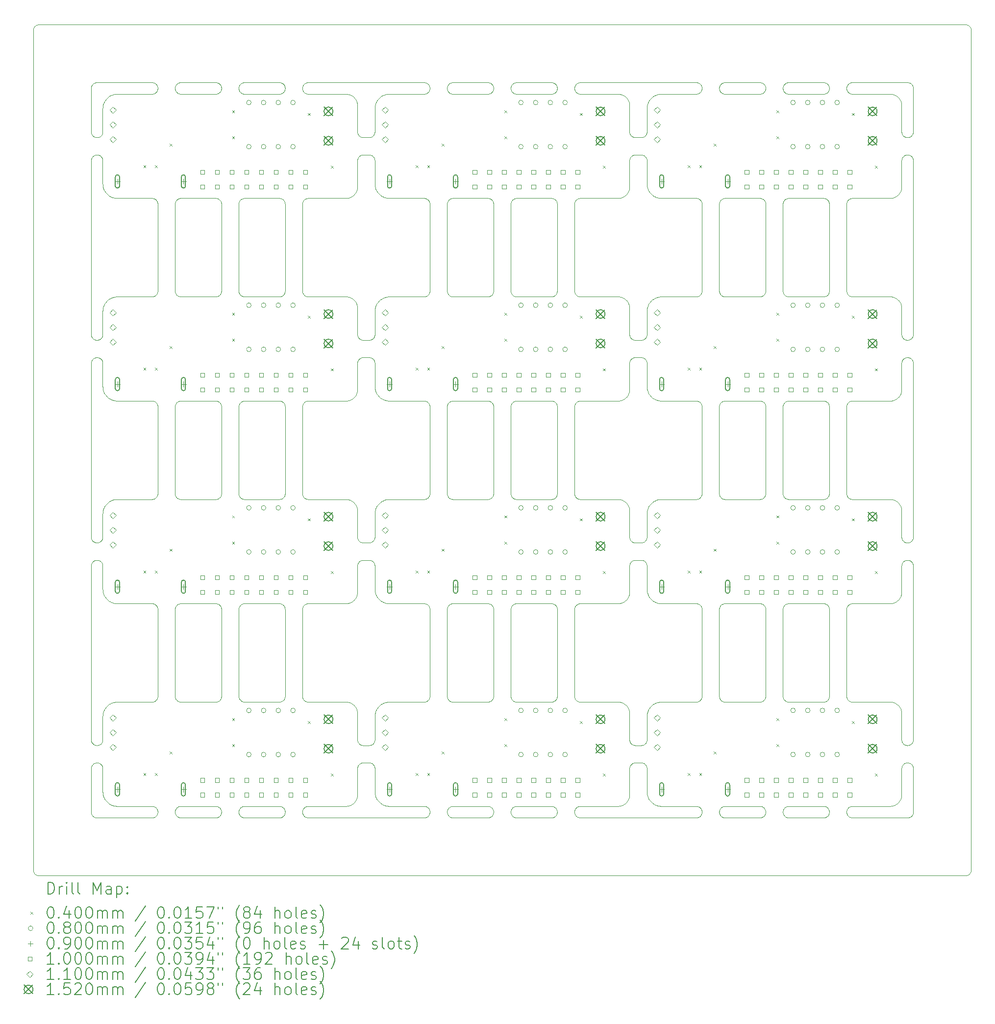
<source format=gbr>
%FSLAX45Y45*%
G04 Gerber Fmt 4.5, Leading zero omitted, Abs format (unit mm)*
G04 Created by KiCad (PCBNEW 6.0.2) date 2022-03-13 21:00:11*
%MOMM*%
%LPD*%
G01*
G04 APERTURE LIST*
%TA.AperFunction,Profile*%
%ADD10C,0.100000*%
%TD*%
%ADD11C,0.200000*%
%ADD12C,0.040000*%
%ADD13C,0.080000*%
%ADD14C,0.090000*%
%ADD15C,0.100000*%
%ADD16C,0.110000*%
%ADD17C,0.152000*%
G04 APERTURE END LIST*
D10*
X7531649Y-12771924D02*
X7537767Y-12782300D01*
X9917946Y-9405097D02*
X9922596Y-9403686D01*
X3677454Y-12903686D02*
X3684402Y-12905887D01*
X15668010Y-7557905D02*
X15664036Y-7551796D01*
X9850030Y-5996670D02*
X9850477Y-5989396D01*
X8750527Y-12989396D02*
X8751508Y-12982175D01*
X7254588Y-11839429D02*
X7250303Y-11837139D01*
X11961214Y-12157536D02*
X11965748Y-12155788D01*
X6302282Y-4088210D02*
X6298054Y-4085815D01*
X16522967Y-12857840D02*
X16530344Y-12851815D01*
X13130568Y-4059874D02*
X13127578Y-4063705D01*
X10995986Y-12915460D02*
X11002282Y-12911790D01*
X11858611Y-14678031D02*
X11851814Y-14669658D01*
X4819264Y-11072601D02*
X4813805Y-11077428D01*
X3742514Y-16538887D02*
X3739479Y-16545513D01*
X8450050Y-9499106D02*
X8450050Y-11000895D01*
X14158283Y-5900368D02*
X14163119Y-5900844D01*
X4755858Y-7599781D02*
X4750994Y-7599900D01*
X8448979Y-9484574D02*
X8449573Y-9489396D01*
X14552967Y-14524956D02*
X14551458Y-14517826D01*
X13143416Y-14536531D02*
X13141557Y-14541020D01*
X13093378Y-14590396D02*
X13088936Y-14592365D01*
X2785815Y-5198104D02*
X2788210Y-5202332D01*
X6250694Y-11013019D02*
X6250069Y-11005758D01*
X2825193Y-5759564D02*
X2831338Y-5771380D01*
X14249256Y-7513019D02*
X14248543Y-7517825D01*
X15338261Y-16452433D02*
X15341457Y-16458982D01*
X8449931Y-5994242D02*
X8450050Y-5999106D01*
X10637089Y-11049697D02*
X10634591Y-11053865D01*
X11970362Y-8654263D02*
X11977409Y-8652406D01*
X7736711Y-12899732D02*
X7750316Y-12900100D01*
X16788111Y-3952331D02*
X16790296Y-3956672D01*
X3745053Y-3967945D02*
X3746463Y-3972595D01*
X9866685Y-16556003D02*
X9864085Y-16551897D01*
X5877354Y-5903686D02*
X5882004Y-5905097D01*
X4833315Y-11055902D02*
X4829046Y-11061808D01*
X3750050Y-5999106D02*
X3750050Y-7500894D01*
X14641718Y-7599632D02*
X14634474Y-7598828D01*
X13471004Y-16438192D02*
X13474087Y-16434436D01*
X10639379Y-7545411D02*
X10637089Y-7549697D01*
X3012115Y-5897205D02*
X3025333Y-5898865D01*
X16682175Y-11848543D02*
X16677410Y-11847595D01*
X13130568Y-16559975D02*
X13127578Y-16563806D01*
X7474254Y-11817485D02*
X7469164Y-11822701D01*
X7221053Y-8311908D02*
X7218159Y-8308005D01*
X8756684Y-16536631D02*
X8755047Y-16532056D01*
X16420230Y-12899067D02*
X16429671Y-12897874D01*
X13471004Y-3938092D02*
X13474087Y-3934336D01*
X11729669Y-14602128D02*
X11720232Y-14600935D01*
X14155858Y-14599781D02*
X14150994Y-14599901D01*
X7475864Y-4815664D02*
X7472600Y-4819264D01*
X10630468Y-3940026D02*
X10633266Y-3943998D01*
X10575005Y-3902967D02*
X10579688Y-3904263D01*
X7449697Y-5162861D02*
X7453865Y-5165359D01*
X9904489Y-16410671D02*
X9908881Y-16408594D01*
X2805025Y-14799669D02*
X2802794Y-14812117D01*
X8448593Y-4017825D02*
X8447083Y-4024955D01*
X13150050Y-11000895D02*
X13149782Y-11008184D01*
X8438360Y-7547568D02*
X8434691Y-7553865D01*
X14222701Y-14569165D02*
X14217485Y-14574255D01*
X15303915Y-12915460D02*
X15307956Y-12918160D01*
X5872641Y-5902505D02*
X5877354Y-5903686D01*
X14215665Y-11075864D02*
X14209975Y-11080418D01*
X11699683Y-4099900D02*
X11048956Y-4099900D01*
X15689977Y-3919482D02*
X15693949Y-3916684D01*
X11901172Y-11765527D02*
X11900577Y-11760704D01*
X9503965Y-9415460D02*
X9508005Y-9418159D01*
X6322545Y-4096314D02*
X6315598Y-4094113D01*
X16545034Y-5837848D02*
X16551830Y-5830325D01*
X7211790Y-11797669D02*
X7208593Y-11791119D01*
X7208593Y-11791119D02*
X7206733Y-11786630D01*
X4088142Y-9421054D02*
X4094048Y-9416785D01*
X2751796Y-12164085D02*
X2755901Y-12166685D01*
X4082565Y-3925646D02*
X4086245Y-3922472D01*
X14551458Y-14517826D02*
X14550477Y-14510604D01*
X11946135Y-15334641D02*
X11942095Y-15331941D01*
X11903067Y-12224945D02*
X11904363Y-12220262D01*
X15741668Y-16599733D02*
X15736832Y-16599256D01*
X15650695Y-9486982D02*
X15651408Y-9482175D01*
X6262811Y-3950203D02*
X6265309Y-3946035D01*
X12165564Y-11825964D02*
X12161808Y-11829047D01*
X8404015Y-4084540D02*
X8399847Y-4087038D01*
X16600220Y-11755858D02*
X16600101Y-11750994D01*
X4066734Y-5944098D02*
X4071003Y-5938192D01*
X9869483Y-7559874D02*
X9865360Y-7553865D01*
X5899747Y-12912962D02*
X5905951Y-12916785D01*
X10949950Y-9499106D02*
X10950219Y-9491817D01*
X16661215Y-12157536D02*
X16665748Y-12155788D01*
X10951408Y-12982175D02*
X10952917Y-12975046D01*
X4102381Y-4088210D02*
X4098154Y-4085815D01*
X16751697Y-5164085D02*
X16755802Y-5166684D01*
X6327259Y-16597596D02*
X6322545Y-16596415D01*
X12180418Y-11809974D02*
X12175864Y-11815664D01*
X15665310Y-5946135D02*
X15668010Y-5942095D01*
X15669433Y-4059874D02*
X15666635Y-4055901D01*
X5178996Y-11070904D02*
X5174036Y-11065564D01*
X16627400Y-8680736D02*
X16632616Y-8675646D01*
X11901558Y-4767925D02*
X11900845Y-4763119D01*
X11796546Y-12875252D02*
X11805851Y-12869802D01*
X5933265Y-9444099D02*
X5937088Y-9450303D01*
X4096085Y-16584642D02*
X4092045Y-16581942D01*
X11011065Y-16407637D02*
X11017896Y-16405098D01*
X12244728Y-7707140D02*
X12237756Y-7717720D01*
X5157536Y-3961114D02*
X5159505Y-3956672D01*
X2605196Y-15282055D02*
X2603786Y-15277405D01*
X10961640Y-7547568D02*
X10959455Y-7543228D01*
X16772501Y-12180736D02*
X16775765Y-12184336D01*
X9482055Y-4094903D02*
X9477405Y-4096314D01*
X11911790Y-15297669D02*
X11909605Y-15293328D01*
X10637089Y-7549697D02*
X10634591Y-7553865D01*
X13138360Y-16547669D02*
X13135965Y-16551897D01*
X10641457Y-14541019D02*
X10639379Y-14545412D01*
X6288042Y-16579047D02*
X6284286Y-16575965D01*
X8442514Y-16538887D02*
X8440545Y-16543329D01*
X16798343Y-8732075D02*
X16799056Y-8736882D01*
X2877686Y-4168743D02*
X2868727Y-4177703D01*
X9908881Y-14591407D02*
X9902332Y-14588211D01*
X12437320Y-16399771D02*
X12450316Y-16400100D01*
X16603067Y-8724945D02*
X16604363Y-8720262D01*
X8427578Y-3936195D02*
X8430568Y-3940026D01*
X2799902Y-7850004D02*
X2799870Y-8253430D01*
X2798828Y-15265527D02*
X2797494Y-15272692D01*
X15349951Y-14500894D02*
X15349682Y-14508183D01*
X10965310Y-14553865D02*
X10961640Y-14547568D01*
X16745312Y-8660571D02*
X16749598Y-8662862D01*
X2777428Y-8686195D02*
X2780417Y-8690026D01*
X16564236Y-12814298D02*
X16569814Y-12805832D01*
X13122751Y-12930836D02*
X13127578Y-12936295D01*
X15344954Y-9468046D02*
X15346364Y-9472696D01*
X5158493Y-7541019D02*
X5156634Y-7536530D01*
X10634591Y-9446135D02*
X10638260Y-9452432D01*
X3691169Y-16408593D02*
X3695561Y-16410671D01*
X11760505Y-7609283D02*
X11750143Y-7606293D01*
X2852629Y-16303583D02*
X2860248Y-16312913D01*
X12129638Y-4845737D02*
X12122591Y-4847594D01*
X5159505Y-4043228D02*
X5157536Y-4038785D01*
X8445787Y-14529639D02*
X8444263Y-14534253D01*
X5865476Y-4098828D02*
X5858233Y-4099632D01*
X15291070Y-9408594D02*
X15295462Y-9410671D01*
X8796085Y-5915459D02*
X8802382Y-5911790D01*
X11895999Y-5740267D02*
X11897787Y-5730288D01*
X6277249Y-4069164D02*
X6272422Y-4063705D01*
X9936882Y-16400845D02*
X9941717Y-16400369D01*
X15684287Y-7575864D02*
X15680686Y-7572600D01*
X14233316Y-7555901D02*
X14230518Y-7559874D01*
X6311064Y-14592364D02*
X6304438Y-14589329D01*
X8449931Y-16494242D02*
X8450050Y-16500995D01*
X2638292Y-15670954D02*
X2642195Y-15668060D01*
X9875646Y-4067384D02*
X9872472Y-4063705D01*
X6291945Y-16581942D02*
X6288042Y-16579047D01*
X16798343Y-12232075D02*
X16799056Y-12236882D01*
X14554997Y-12968046D02*
X14556634Y-12963471D01*
X3682104Y-16595004D02*
X3675105Y-16597034D01*
X10550944Y-5900100D02*
X10558233Y-5900368D01*
X11883872Y-7721082D02*
X11879650Y-7711893D01*
X12199871Y-15746571D02*
X12199903Y-16149995D01*
X15344954Y-5968045D02*
X15346364Y-5972695D01*
X2661314Y-11842464D02*
X2656872Y-11840495D01*
X8434691Y-14553866D02*
X8430568Y-14559875D01*
X9941717Y-16400369D02*
X9949006Y-16400101D01*
X16602506Y-8272691D02*
X16601172Y-8265526D01*
X16614185Y-12198104D02*
X16616785Y-12193999D01*
X16691818Y-8349732D02*
X16686982Y-8349255D01*
X11027259Y-16597596D02*
X11022546Y-16596415D01*
X15305952Y-7583215D02*
X15301847Y-7585815D01*
X7408183Y-8650268D02*
X7415426Y-8651072D01*
X8413855Y-3922472D02*
X8417534Y-3925646D01*
X9908881Y-3908493D02*
X9913371Y-3906633D01*
X4831941Y-9442095D02*
X4834640Y-9446135D01*
X11900130Y-8253430D02*
X11900100Y-7800317D01*
X14231941Y-4057905D02*
X14229047Y-4061808D01*
X2802790Y-4312140D02*
X2801134Y-4325333D01*
X9859505Y-14543228D02*
X9856634Y-14536530D01*
X12237756Y-14717721D02*
X12231341Y-14728619D01*
X2724955Y-12152967D02*
X2729638Y-12154263D01*
X6336831Y-11099156D02*
X6329636Y-11097998D01*
X16583883Y-7721106D02*
X16579917Y-7712455D01*
X8766735Y-9444099D02*
X8771004Y-9438192D01*
X14600204Y-11087039D02*
X14593999Y-11083216D01*
X2800228Y-5662654D02*
X2801263Y-5675934D01*
X13067975Y-16401558D02*
X13075105Y-16403067D01*
X13488142Y-11078947D02*
X13484386Y-11075864D01*
X11994242Y-11849881D02*
X11986982Y-11849256D01*
X14593999Y-11083216D02*
X14588093Y-11078947D01*
X16469481Y-16387643D02*
X16478321Y-16384121D01*
X7097117Y-4125057D02*
X7087543Y-4120083D01*
X11986982Y-15349256D02*
X11979786Y-15348098D01*
X10555808Y-16400220D02*
X10563069Y-16400845D01*
X8417534Y-16574355D02*
X8413855Y-16577529D01*
X15301847Y-3914085D02*
X15305952Y-3916684D01*
X12163706Y-5172472D02*
X12169165Y-5177299D01*
X14580736Y-12927400D02*
X14584336Y-12924137D01*
X7263470Y-15656634D02*
X7270362Y-15654264D01*
X7596907Y-5847758D02*
X7607658Y-5855623D01*
X9463119Y-16599256D02*
X9458283Y-16599733D01*
X3746463Y-11027305D02*
X3745053Y-11031955D01*
X9917946Y-16405097D02*
X9922596Y-16403687D01*
X14150994Y-11099900D02*
X13549056Y-11099901D01*
X14206002Y-9416785D02*
X14211908Y-9421054D01*
X10647545Y-16522692D02*
X10646364Y-16527406D01*
X12237756Y-7717720D02*
X12231341Y-7728618D01*
X9508005Y-4081841D02*
X9503965Y-4084540D01*
X15649951Y-12999107D02*
X15650070Y-12994243D01*
X15349682Y-16508284D02*
X15349206Y-16513120D01*
X8755047Y-16532056D02*
X8753636Y-16527406D01*
X10628997Y-11061808D02*
X10625914Y-11065564D01*
X16621054Y-15688093D02*
X16625746Y-15682516D01*
X2727304Y-15346414D02*
X2720214Y-15348098D01*
X6336831Y-7599155D02*
X6329636Y-7597998D01*
X10615614Y-14575864D02*
X10611858Y-14578947D01*
X8759555Y-4043228D02*
X8757586Y-4038785D01*
X16624137Y-11815664D02*
X16621054Y-11811908D01*
X15324305Y-3932515D02*
X15327479Y-3936195D01*
X5220262Y-16404364D02*
X5224945Y-16403068D01*
X2729638Y-5154263D02*
X2734252Y-5155787D01*
X6302282Y-16411791D02*
X6306622Y-16409606D01*
X15675597Y-14567384D02*
X15672423Y-14563705D01*
X4822700Y-9430836D02*
X4825963Y-9434436D01*
X10972422Y-11063705D02*
X10968009Y-11057905D01*
X8445787Y-3970262D02*
X8447083Y-3974945D01*
X7499902Y-11350004D02*
X7499870Y-11753430D01*
X2609705Y-5206672D02*
X2613061Y-5200203D01*
X4113420Y-9406734D02*
X4120312Y-9404363D01*
X4052455Y-12977409D02*
X4053636Y-12972696D01*
X10640445Y-3956672D02*
X10642414Y-3961114D01*
X2605987Y-12215648D02*
X2608693Y-12208881D01*
X10973987Y-3934336D02*
X10977250Y-3930735D01*
X7499902Y-4350004D02*
X7499870Y-4753429D01*
X13117534Y-14574255D02*
X13111958Y-14578947D01*
X14172691Y-5902505D02*
X14177405Y-5903686D01*
X16799056Y-8263119D02*
X16797899Y-8270314D01*
X4797668Y-11088211D02*
X4791119Y-11091407D01*
X3733365Y-9444099D02*
X3737188Y-9450303D01*
X2844377Y-5792343D02*
X2852240Y-5803091D01*
X7201171Y-8265526D02*
X7200576Y-8260704D01*
X4115698Y-16405887D02*
X4120312Y-16404363D01*
X3740545Y-4043228D02*
X3738360Y-4047568D01*
X4849255Y-11013019D02*
X4848542Y-11017826D01*
X8754313Y-12970362D02*
X8756684Y-12963471D01*
X7474254Y-5182516D02*
X7478946Y-5188092D01*
X2684673Y-11848929D02*
X2679886Y-11848098D01*
X9862862Y-12950303D02*
X9865360Y-12946136D01*
X16618159Y-15691996D02*
X16621054Y-15688093D01*
X11008831Y-9408594D02*
X11013321Y-9406734D01*
X7628642Y-4131326D02*
X7617174Y-4138104D01*
X12244728Y-14707141D02*
X12237756Y-14717721D01*
X14606673Y-5909605D02*
X14611115Y-5907636D01*
X5858233Y-4099632D02*
X5850944Y-4099900D01*
X16630836Y-12177300D02*
X16634436Y-12174037D01*
X5162861Y-11049697D02*
X5159505Y-11043228D01*
X10975596Y-7567384D02*
X10972422Y-7563705D01*
X14211908Y-4078946D02*
X14208005Y-4081841D01*
X12207890Y-11287326D02*
X12205026Y-11299669D01*
X13079788Y-16595738D02*
X13075105Y-16597034D01*
X8813421Y-16406734D02*
X8817996Y-16405097D01*
X11984574Y-12151072D02*
X11989396Y-12150477D01*
X11851829Y-5830325D02*
X11858235Y-5822468D01*
X11950303Y-15337139D02*
X11946135Y-15334641D01*
X2600200Y-15749007D02*
X2600319Y-15744143D01*
X2630935Y-4822700D02*
X2625846Y-4817484D01*
X15338261Y-5952432D02*
X15340446Y-5956772D01*
X15652356Y-3977309D02*
X15653537Y-3972595D01*
X10560654Y-11099423D02*
X10555808Y-11099781D01*
X9525964Y-7565564D02*
X9522701Y-7569165D01*
X7499632Y-5241717D02*
X7499870Y-5246570D01*
X14554997Y-14531955D02*
X14552967Y-14524956D01*
X2738786Y-11842464D02*
X2734252Y-11844213D01*
X16619583Y-5190026D02*
X16622572Y-5186195D01*
X8750527Y-11010604D02*
X8750080Y-11003330D01*
X16497116Y-5874944D02*
X16505831Y-5869814D01*
X2661314Y-4842464D02*
X2656872Y-4840495D01*
X5154997Y-7531955D02*
X5153586Y-7527305D01*
X3748592Y-9482175D02*
X3749573Y-9489396D01*
X4100253Y-12912962D02*
X4106722Y-12909605D01*
X7198992Y-4279124D02*
X7197782Y-4269689D01*
X2940435Y-7625194D02*
X2928620Y-7631339D01*
X16537866Y-16345019D02*
X16545034Y-16337850D01*
X16784441Y-16553966D02*
X16781742Y-16558006D01*
X3745787Y-16529739D02*
X3744262Y-16534353D01*
X7097092Y-16374958D02*
X7105297Y-16370138D01*
X6252917Y-9475045D02*
X6254947Y-9468046D01*
X4822700Y-7569165D02*
X4819264Y-7572600D01*
X4066734Y-16556003D02*
X4064135Y-16551897D01*
X14239430Y-9454589D02*
X14242464Y-9461214D01*
X11769506Y-4112368D02*
X11759290Y-4108901D01*
X9549881Y-5994242D02*
X9550000Y-5999106D01*
X4775055Y-16403067D02*
X4779738Y-16404363D01*
X8753636Y-16527406D02*
X8752456Y-16522692D01*
X6252355Y-16522692D02*
X6251021Y-16515527D01*
X12328621Y-7631339D02*
X12317723Y-7637754D01*
X4811908Y-16579047D02*
X4808005Y-16581942D01*
X16682175Y-8348542D02*
X16677410Y-8347594D01*
X10977250Y-14569165D02*
X10972422Y-14563705D01*
X2703329Y-8349970D02*
X2694342Y-8349881D01*
X11890919Y-12759890D02*
X11893708Y-12750143D01*
X10989976Y-11080418D02*
X10984286Y-11075864D01*
X15655738Y-9465748D02*
X15657487Y-9461215D01*
X5877354Y-9403686D02*
X5882004Y-9405097D01*
X10622651Y-16569266D02*
X10619215Y-16572702D01*
X5907955Y-16581942D02*
X5903915Y-16584642D01*
X16420230Y-9399067D02*
X16429671Y-9397873D01*
X4050080Y-14503330D02*
X4050050Y-12999106D01*
X2797997Y-8729686D02*
X2799155Y-8736882D01*
X12318256Y-16362570D02*
X12328641Y-16368674D01*
X7475864Y-15684336D02*
X7480418Y-15690026D01*
X14593999Y-3916684D02*
X14598104Y-3914085D01*
X12196314Y-12222596D02*
X12197495Y-12227309D01*
X16537866Y-9345018D02*
X16545034Y-9337849D01*
X9941717Y-9400368D02*
X9946571Y-9400130D01*
X2963131Y-4115479D02*
X2951364Y-4120180D01*
X2715426Y-15348929D02*
X2710604Y-15349524D01*
X5191995Y-16581942D02*
X5188092Y-16579047D01*
X15349206Y-11013019D02*
X15348493Y-11017825D01*
X16705659Y-5150119D02*
X16710505Y-5150477D01*
X7130343Y-9351814D02*
X7137865Y-9345018D01*
X9467925Y-9401558D02*
X9472691Y-9402506D01*
X15708832Y-12908594D02*
X15713321Y-12906734D01*
X11929097Y-8678997D02*
X11932616Y-8675646D01*
X15678947Y-3928996D02*
X15682466Y-3925646D01*
X16700795Y-4850000D02*
X16694243Y-4849881D01*
X16642096Y-11831941D02*
X16638193Y-11829047D01*
X5155787Y-11034252D02*
X5153586Y-11027305D01*
X12165565Y-15674037D02*
X12169165Y-15677300D01*
X5911858Y-12921054D02*
X5917434Y-12925746D01*
X13472522Y-7563705D02*
X13469533Y-7559874D01*
X8449305Y-14513020D02*
X8448593Y-14517826D01*
X14186630Y-9406734D02*
X14193328Y-9409605D01*
X15297619Y-3911690D02*
X15301847Y-3914085D01*
X11864236Y-11185706D02*
X11858611Y-11178031D01*
X6336831Y-16599256D02*
X6332025Y-16598544D01*
X14248543Y-12982175D02*
X14249524Y-12989397D01*
X2663570Y-16593367D02*
X2659081Y-16591508D01*
X12387328Y-7607888D02*
X12374527Y-7611576D01*
X16794804Y-8717946D02*
X16796215Y-8722596D01*
X15682466Y-3925646D02*
X15686146Y-3922472D01*
X2615559Y-4803965D02*
X2613061Y-4799797D01*
X8769533Y-14559875D02*
X8765410Y-14553866D01*
X14558494Y-9458981D02*
X14561690Y-9452432D01*
X5909924Y-16419583D02*
X5913755Y-16422573D01*
X5870264Y-9402003D02*
X5877354Y-9403686D01*
X11814825Y-12863858D02*
X11822487Y-12858222D01*
X6251407Y-9482175D02*
X6252917Y-9475045D01*
X7174633Y-7702342D02*
X7169800Y-7694149D01*
X9874037Y-16434437D02*
X9877300Y-16430836D01*
X10640445Y-4043228D02*
X10638260Y-4047568D01*
X6298054Y-9414185D02*
X6302282Y-9411790D01*
X13498154Y-3914085D02*
X13502382Y-3911690D01*
X2896428Y-7652622D02*
X2887088Y-7660248D01*
X13455047Y-12968046D02*
X13456684Y-12963471D01*
X16799801Y-12249006D02*
X16799771Y-15253430D01*
X7711501Y-11102897D02*
X7699646Y-11105031D01*
X16722492Y-4847594D02*
X16715327Y-4848928D01*
X11946135Y-12165360D02*
X11950303Y-12162862D01*
X7663131Y-7615480D02*
X7651388Y-7620171D01*
X8786245Y-16422572D02*
X8790076Y-16419583D01*
X11900130Y-15253430D02*
X11900100Y-14800318D01*
X5164085Y-16551897D02*
X5161690Y-16547669D01*
X2793266Y-15286630D02*
X2790395Y-15293328D01*
X2661314Y-12157536D02*
X2668145Y-12154997D01*
X11999106Y-15650001D02*
X12103330Y-15650030D01*
X8750169Y-7505758D02*
X8750050Y-7500894D01*
X4113420Y-14593267D02*
X4106722Y-14590396D01*
X7463705Y-5172472D02*
X7469165Y-5177299D01*
X15689977Y-11080418D02*
X15686146Y-11077428D01*
X6329636Y-11097998D02*
X6324895Y-11096933D01*
X9548929Y-3984473D02*
X9549523Y-3989296D01*
X9508005Y-12918159D02*
X9513805Y-12922572D01*
X8406052Y-16416785D02*
X8410024Y-16419583D01*
X2642195Y-11831941D02*
X2638292Y-11829047D01*
X12306613Y-14645105D02*
X12296909Y-14652242D01*
X2738785Y-5157536D02*
X2743228Y-5159505D01*
X10970904Y-3938092D02*
X10973987Y-3934336D01*
X11029636Y-3901902D02*
X11034424Y-3901071D01*
X10951408Y-14517825D02*
X10950695Y-14513019D01*
X11034424Y-12901172D02*
X11041667Y-12900369D01*
X15313756Y-16422573D02*
X15319215Y-16427400D01*
X7105831Y-4130187D02*
X7097117Y-4125057D01*
X5949682Y-16508284D02*
X5949205Y-16513120D01*
X7617720Y-5862245D02*
X7628618Y-5868660D01*
X5938260Y-3952331D02*
X5940445Y-3956672D01*
X14582516Y-3925646D02*
X14586196Y-3922472D01*
X7498828Y-11765527D02*
X7497998Y-11770314D01*
X2618259Y-15308006D02*
X2615559Y-15303965D01*
X8393378Y-3909505D02*
X8397718Y-3911690D01*
X9472691Y-16597596D02*
X9467925Y-16598544D01*
X16791308Y-8708881D02*
X16793167Y-8713371D01*
X8445053Y-11031955D02*
X8443416Y-11036530D01*
X14203965Y-16584642D02*
X14199797Y-16587140D01*
X16665748Y-12155788D02*
X16670362Y-12154263D01*
X2632715Y-15675646D02*
X2638292Y-15670954D01*
X16751697Y-15335916D02*
X16747469Y-15338311D01*
X4838310Y-12952432D02*
X4840495Y-12956772D01*
X4849255Y-4013018D02*
X4848542Y-4017825D01*
X12287107Y-12839767D02*
X12296907Y-12847759D01*
X11814824Y-14636143D02*
X11805832Y-14630188D01*
X3744262Y-9465748D02*
X3746463Y-9472696D01*
X4090075Y-3919482D02*
X4094048Y-3916684D01*
X13460621Y-11045412D02*
X13458543Y-11041019D01*
X12374527Y-7611576D02*
X12363132Y-7615480D01*
X13149931Y-5994242D02*
X13150050Y-5999106D01*
X7436530Y-12156634D02*
X7443228Y-12159505D01*
X12200230Y-11337345D02*
X12199902Y-11350004D01*
X3688935Y-3907536D02*
X3693378Y-3909505D01*
X11906734Y-8286630D02*
X11905097Y-8282054D01*
X8779047Y-12929097D02*
X8784386Y-12924136D01*
X3731991Y-4057905D02*
X3729096Y-4061808D01*
X7429638Y-12154263D02*
X7436530Y-12156634D01*
X6302282Y-16588311D02*
X6298054Y-16585916D01*
X11034424Y-11098829D02*
X11027259Y-11097495D01*
X5860654Y-11099423D02*
X5855808Y-11099781D01*
X10969433Y-14559874D02*
X10965310Y-14553865D01*
X16600220Y-8744142D02*
X16600845Y-8736881D01*
X16625746Y-15682516D02*
X16630836Y-15677300D01*
X5925913Y-7565564D02*
X5920953Y-7570904D01*
X13101946Y-11085816D02*
X13097718Y-11088211D01*
X6311064Y-16407637D02*
X6317895Y-16405098D01*
X15693949Y-9416785D02*
X15698055Y-9414185D01*
X15727260Y-4097494D02*
X15722546Y-4096314D01*
X9537139Y-14549698D02*
X9534641Y-14553865D01*
X2700894Y-8650000D02*
X2705757Y-8650119D01*
X12198829Y-12234474D02*
X12199632Y-12241717D01*
X12260662Y-4186620D02*
X12252243Y-4196906D01*
X10961640Y-11047568D02*
X10958444Y-11041019D01*
X15651853Y-11020214D02*
X15650695Y-11013019D01*
X15651408Y-3982074D02*
X15652356Y-3977309D01*
X8430568Y-3940026D02*
X8433366Y-3943998D01*
X9544213Y-16465748D02*
X9545737Y-16470362D01*
X6278946Y-16571005D02*
X6275596Y-16567485D01*
X7242095Y-8668059D02*
X7246135Y-8665360D01*
X4055046Y-7531955D02*
X4053636Y-7527305D01*
X8447083Y-16525056D02*
X8445787Y-16529739D01*
X7500229Y-7837345D02*
X7499902Y-7850004D01*
X6288042Y-9421054D02*
X6293948Y-9416785D01*
X16775765Y-12184336D02*
X16778847Y-12188092D01*
X10964035Y-11051796D02*
X10961640Y-11047568D01*
X14608882Y-7591407D02*
X14602332Y-7588210D01*
X5917434Y-3925646D02*
X5920953Y-3928996D01*
X5166684Y-5944098D02*
X5169482Y-5940126D01*
X6275596Y-7567384D02*
X6272422Y-7563705D01*
X9880736Y-9427400D02*
X9884336Y-9424137D01*
X11760505Y-14609284D02*
X11750143Y-14606294D01*
X10563069Y-16599256D02*
X10558233Y-16599733D01*
X5188092Y-16421054D02*
X5191995Y-16418160D01*
X16610671Y-15295512D02*
X16608594Y-15291119D01*
X4822700Y-5930835D02*
X4827528Y-5936295D01*
X17718823Y-2901633D02*
X17709724Y-2900291D01*
X11710121Y-12899836D02*
X11720876Y-12898994D01*
X2805029Y-9200355D02*
X2807888Y-9212673D01*
X5152967Y-9475045D02*
X5154997Y-9468046D01*
X2705757Y-15650120D02*
X2710603Y-15650477D01*
X6258443Y-12958982D02*
X6260521Y-12954589D01*
X6306622Y-4090395D02*
X6302282Y-4088210D01*
X13148979Y-16515527D02*
X13148148Y-16520315D01*
X2928620Y-11131339D02*
X2917722Y-11137754D01*
X7169800Y-7694149D02*
X7164236Y-7685705D01*
X5211114Y-16407637D02*
X5215648Y-16405888D01*
X9540495Y-4043228D02*
X9538310Y-4047568D01*
X12339294Y-14625755D02*
X12328621Y-14631340D01*
X16600220Y-15255858D02*
X16600101Y-15250994D01*
X14225964Y-11065565D02*
X14221004Y-11070904D01*
X15299748Y-16587140D02*
X15295462Y-16589430D01*
X13522646Y-11096314D02*
X13517996Y-11094904D01*
X2684673Y-5151072D02*
X2689496Y-5150477D01*
X16777329Y-8313805D02*
X16774155Y-8317484D01*
X10605952Y-16416785D02*
X10609925Y-16419583D01*
X8827359Y-12902506D02*
X8832125Y-12901558D01*
X11006622Y-4090395D02*
X11002282Y-4088210D01*
X13150050Y-9499106D02*
X13150050Y-11000895D01*
X8822646Y-16403686D02*
X8827359Y-16402506D01*
X4822700Y-12930836D02*
X4825963Y-12934436D01*
X10625914Y-4065564D02*
X10620954Y-4070903D01*
X14250000Y-14500895D02*
X14249732Y-14508184D01*
X5949950Y-7500894D02*
X5949682Y-7508183D01*
X3651044Y-12900100D02*
X3655907Y-12900219D01*
X7505030Y-5700354D02*
X7507889Y-5712672D01*
X12211375Y-14775144D02*
X12207890Y-14787326D01*
X14555788Y-16465749D02*
X14557536Y-16461215D01*
X11805832Y-7630187D02*
X11797117Y-7625057D01*
X2825472Y-7739849D02*
X2820434Y-7750794D01*
X14167926Y-14598443D02*
X14160704Y-14599424D01*
X12200229Y-16162654D02*
X12201136Y-16174669D01*
X9549732Y-7508183D02*
X9549256Y-7513019D01*
X9458283Y-16599733D02*
X9450994Y-16600001D01*
X3733365Y-3943998D02*
X3735965Y-3948104D01*
X9533316Y-12944099D02*
X9537139Y-12950303D01*
X8434691Y-12946135D02*
X8438360Y-12952432D01*
X4797668Y-3911690D02*
X4801896Y-3914085D01*
X10591069Y-4091407D02*
X10586580Y-4093266D01*
X16646136Y-15665360D02*
X16650303Y-15662862D01*
X10641457Y-7541019D02*
X10639379Y-7545411D01*
X11858235Y-12822469D02*
X11864235Y-12814298D01*
X16789230Y-5204488D02*
X16791308Y-5208881D01*
X12317175Y-4138104D02*
X12307122Y-4144740D01*
X5227309Y-5902505D02*
X5234474Y-5901171D01*
X7193701Y-7749836D02*
X7190919Y-7740113D01*
X7438786Y-15657537D02*
X7443228Y-15659506D01*
X8439479Y-16454589D02*
X8442514Y-16461214D01*
X16793167Y-12213371D02*
X16794804Y-12217946D01*
X15297619Y-14588210D02*
X15291070Y-14591407D01*
X12211375Y-4275142D02*
X12207890Y-4287325D01*
X5213370Y-7593266D02*
X5208881Y-7591407D01*
X3748978Y-5984574D02*
X3749573Y-5989396D01*
X7497998Y-4770314D02*
X7496933Y-4775055D01*
X16675045Y-15652968D02*
X16679786Y-15651903D01*
X13051044Y-11099901D02*
X12450318Y-11099901D01*
X13455047Y-11031955D02*
X13453636Y-11027305D01*
X12412760Y-4102703D02*
X12399647Y-4105030D01*
X9890026Y-16419583D02*
X9893999Y-16416785D01*
X14649007Y-12900100D02*
X15250945Y-12900100D01*
X7151814Y-7669657D02*
X7145457Y-7662610D01*
X3749573Y-3989296D02*
X3749930Y-3994142D01*
X11897783Y-4269689D02*
X11895994Y-4259710D01*
X5850944Y-5900100D02*
X5858233Y-5900368D01*
X6348956Y-5900100D02*
X6999683Y-5900100D01*
X15317435Y-7574254D02*
X15313756Y-7577428D01*
X16703230Y-11849970D02*
X16696671Y-11849970D01*
X4840495Y-4043228D02*
X4838310Y-4047568D01*
X7221054Y-8688092D02*
X7224136Y-8684336D01*
X7429638Y-5154263D02*
X7436530Y-5156634D01*
X16765465Y-11825964D02*
X16759775Y-11830518D01*
X16791308Y-12208881D02*
X16793167Y-12213371D01*
X5886579Y-5906734D02*
X5893278Y-5909605D01*
X12244741Y-9292879D02*
X12252241Y-9303092D01*
X16677410Y-15347595D02*
X16672696Y-15346414D01*
X15327479Y-3936195D02*
X15330468Y-3940026D01*
X11900845Y-8263119D02*
X11900368Y-8258283D01*
X15729637Y-14597998D02*
X15722546Y-14596314D01*
X5152405Y-16522692D02*
X5151457Y-16517926D01*
X1652906Y-17588368D02*
X1661785Y-17592569D01*
X8750527Y-14510605D02*
X8750169Y-14505759D01*
X2640226Y-4830517D02*
X2636395Y-4827528D01*
X14172691Y-16597596D02*
X14167926Y-16598544D01*
X16420233Y-14600935D02*
X16410768Y-14600206D01*
X2755901Y-15666685D02*
X2759874Y-15669483D01*
X3744262Y-7534252D02*
X3742514Y-7538786D01*
X17770668Y-2929115D02*
X17763389Y-2922520D01*
X3722750Y-4069164D02*
X3719314Y-4072600D01*
X13549056Y-16400100D02*
X14150994Y-16400100D01*
X9854263Y-12970362D02*
X9856634Y-12963471D01*
X7484540Y-4803965D02*
X7481841Y-4808005D01*
X16632616Y-8675646D02*
X16636295Y-8672472D01*
X5232075Y-16598544D02*
X5227309Y-16597596D01*
X14620262Y-5904363D02*
X14624945Y-5903067D01*
X16598994Y-14779125D02*
X16597784Y-14769690D01*
X9944142Y-4099780D02*
X9939297Y-4099423D01*
X5897618Y-3911690D02*
X5901846Y-3914085D01*
X2618259Y-11808005D02*
X2615559Y-11803965D01*
X11720232Y-11100934D02*
X11710768Y-11100206D01*
X5182516Y-3925646D02*
X5186195Y-3922472D01*
X11699995Y-7599902D02*
X11048956Y-7599900D01*
X10625914Y-5934436D02*
X10630468Y-5940126D01*
X11013321Y-4093266D02*
X11006622Y-4090395D01*
X9501896Y-12914185D02*
X9508005Y-12918159D01*
X14165527Y-7598828D02*
X14160704Y-7599423D01*
X2807888Y-9212673D02*
X2811194Y-9224260D01*
X11864236Y-7685705D02*
X11858611Y-7678030D01*
X11759911Y-9390912D02*
X11768894Y-9387850D01*
X13088936Y-3907536D02*
X13093378Y-3909505D01*
X2656872Y-4840495D02*
X2650403Y-4837138D01*
X12296907Y-12847759D02*
X12307659Y-12855624D01*
X10641457Y-16458982D02*
X10644163Y-16465749D01*
X2710604Y-15349524D02*
X2703329Y-15349971D01*
X11924137Y-11815664D02*
X11921054Y-11811908D01*
X8384402Y-4094113D02*
X8377455Y-4096313D01*
X6264035Y-16551897D02*
X6261640Y-16547669D01*
X14554997Y-9468046D02*
X14556634Y-9463471D01*
X2987300Y-16392106D02*
X2999035Y-16394838D01*
X10609924Y-3919482D02*
X10613755Y-3922472D01*
X12143228Y-11840495D02*
X12136530Y-11843367D01*
X7492364Y-15288886D02*
X7489329Y-15295512D01*
X2668145Y-8654997D02*
X2675145Y-8652967D01*
X11006622Y-7590395D02*
X11000153Y-7587038D01*
X2790395Y-15706673D02*
X2792364Y-15711115D01*
X3739479Y-14545412D02*
X3737188Y-14549698D01*
X11972696Y-15346414D02*
X11965748Y-15344213D01*
X16786940Y-15700204D02*
X16789230Y-15704489D01*
X10950219Y-3991717D02*
X10950695Y-3986881D01*
X9854263Y-11029639D02*
X9852406Y-11022591D01*
X4051507Y-9482175D02*
X4052455Y-9477409D01*
X14550477Y-14510604D02*
X14550030Y-14503330D01*
X10649831Y-9494243D02*
X10649950Y-9499106D01*
X2608693Y-15291119D02*
X2606833Y-15286630D01*
X16557833Y-7677024D02*
X16551815Y-7669657D01*
X13450795Y-12986981D02*
X13451508Y-12982175D01*
X10952917Y-12975046D02*
X10954947Y-12968046D01*
X7096545Y-12875252D02*
X7105851Y-12869802D01*
X14636882Y-11099156D02*
X14632075Y-11098443D01*
X10643317Y-11036530D02*
X10641457Y-11041019D01*
X7422591Y-5152405D02*
X7429638Y-5154263D01*
X13508931Y-12908593D02*
X13515698Y-12905887D01*
X16599837Y-7789878D02*
X16598994Y-7779124D01*
X5933265Y-3943998D02*
X5935865Y-3948104D01*
X8798154Y-16414185D02*
X8804539Y-16410671D01*
X13129096Y-5938192D02*
X13131991Y-5942095D01*
X13484386Y-12924136D02*
X13490076Y-12919583D01*
X9539429Y-7545412D02*
X9537139Y-7549697D01*
X12103330Y-15349971D02*
X11999106Y-15350001D01*
X2696770Y-3900030D02*
X3651044Y-3900000D01*
X3695561Y-12910671D02*
X3701946Y-12914185D01*
X2670462Y-3904263D02*
X2675145Y-3902967D01*
X8750318Y-3991717D02*
X8750795Y-3986881D01*
X7736711Y-9399732D02*
X7750317Y-9400100D01*
X11895999Y-12740268D02*
X11897787Y-12730289D01*
X13079788Y-3904263D02*
X13084402Y-3905787D01*
X2772600Y-4819264D02*
X2767384Y-4824354D01*
X8849056Y-3900000D02*
X9450994Y-3900000D01*
X2887585Y-16340169D02*
X2896926Y-16347775D01*
X14230518Y-3940026D02*
X14233316Y-3943998D01*
X15349921Y-16496671D02*
X15349921Y-16503431D01*
X16720115Y-16598099D02*
X16712920Y-16599256D01*
X12136530Y-11843367D02*
X12129638Y-11845737D01*
X12387326Y-9392111D02*
X12399644Y-9394970D01*
X16749598Y-8662862D02*
X16753766Y-8665360D01*
X12194113Y-8715648D02*
X12196314Y-8722596D01*
X12201136Y-4325333D02*
X12200230Y-4337344D01*
X13450318Y-12991817D02*
X13450795Y-12986981D01*
X9850477Y-7510604D02*
X9850120Y-7505758D01*
X10563069Y-16400845D02*
X10570264Y-16402003D01*
X7088129Y-5879638D02*
X7096545Y-5875251D01*
X10642414Y-9461215D02*
X10644163Y-9465748D01*
X2777428Y-15313805D02*
X2774254Y-15317485D01*
X8774086Y-7565564D02*
X8769533Y-7559874D01*
X3747644Y-12977409D02*
X3748978Y-12984574D01*
X16646136Y-8665360D02*
X16650303Y-8662862D01*
X4061740Y-16452432D02*
X4064135Y-16448204D01*
X5867875Y-7598442D02*
X5860654Y-7599423D01*
X2679886Y-5151902D02*
X2684673Y-5151072D01*
X12196933Y-11775055D02*
X12194903Y-11782055D01*
X7088129Y-9379639D02*
X7096545Y-9375252D01*
X8351044Y-5900100D02*
X8355908Y-5900219D01*
X7070086Y-11112592D02*
X7059889Y-11109082D01*
X13060754Y-3900476D02*
X13065576Y-3901071D01*
X16638193Y-11829047D02*
X16634437Y-11825964D01*
X7215459Y-5196035D02*
X7218159Y-5191995D01*
X4849523Y-5989396D02*
X4849881Y-5994242D01*
X7434252Y-4844213D02*
X7429638Y-4845737D01*
X10619215Y-16572702D02*
X10615614Y-16575965D01*
X2717825Y-8348542D02*
X2710604Y-8349523D01*
X15670904Y-5938192D02*
X15675597Y-5932615D01*
X11779490Y-9383618D02*
X11788130Y-9379639D01*
X9927309Y-11097495D02*
X9922596Y-11096314D01*
X16478921Y-11116130D02*
X16468894Y-11112150D01*
X2717825Y-11848543D02*
X2710604Y-11849524D01*
X15708832Y-7591407D02*
X15704439Y-7589329D01*
X13513421Y-16593367D02*
X13506722Y-16590496D01*
X2963152Y-16384529D02*
X2975118Y-16388620D01*
X9550000Y-4000894D02*
X9549732Y-4008183D01*
X16675045Y-12152967D02*
X16679786Y-12151903D01*
X14550477Y-4010604D02*
X14550120Y-4005758D01*
X15277355Y-16596415D02*
X15272642Y-16597596D01*
X6250218Y-3991717D02*
X6250694Y-3986881D01*
X16605097Y-15282055D02*
X16603687Y-15277405D01*
X15303915Y-14584541D02*
X15297619Y-14588210D01*
X14649007Y-3900000D02*
X15250945Y-3900000D01*
X2751796Y-8664085D02*
X2755901Y-8666685D01*
X16638193Y-15329047D02*
X16634437Y-15325964D01*
X12296909Y-11152241D02*
X12287586Y-11159833D01*
X10951408Y-5982175D02*
X10952917Y-5975045D01*
X3747644Y-7522591D02*
X3745787Y-7529638D01*
X16610671Y-8295511D02*
X16608594Y-8291119D01*
X13527359Y-7597495D02*
X13522646Y-7596314D01*
X5850944Y-16600001D02*
X5249006Y-16600001D01*
X8447083Y-14524956D02*
X8445787Y-14529639D01*
X10558233Y-12900369D02*
X10565477Y-12901172D01*
X5150744Y-14513019D02*
X5150119Y-14505758D01*
X10644954Y-14531955D02*
X10643317Y-14536530D01*
X13486245Y-4077428D02*
X13482566Y-4074254D01*
X9511908Y-9421054D02*
X9515664Y-9424137D01*
X10984286Y-16424137D02*
X10988042Y-16421055D01*
X10950695Y-5986981D02*
X10951408Y-5982175D01*
X13513421Y-5906734D02*
X13520312Y-5904363D01*
X16600845Y-12236882D02*
X16601558Y-12232075D01*
X4821003Y-3928996D02*
X4824354Y-3932515D01*
X7525194Y-12759565D02*
X7531649Y-12771924D01*
X12437348Y-7600229D02*
X12425333Y-7601135D01*
X4102381Y-16411790D02*
X4106722Y-16409605D01*
X4059555Y-4043228D02*
X4057586Y-4038785D01*
X12252241Y-9303092D02*
X12260249Y-9312912D01*
X2799870Y-8253430D02*
X2799423Y-8260704D01*
X12100895Y-5150000D02*
X12108184Y-5150268D01*
X15319215Y-16572702D02*
X15315615Y-16575965D01*
X9864085Y-16448204D02*
X9866685Y-16444099D01*
X5905951Y-4083215D02*
X5901846Y-4085815D01*
X8365576Y-3901071D02*
X8370364Y-3901902D01*
X7639293Y-11125755D02*
X7628620Y-11131339D01*
X12136530Y-8343366D02*
X12129638Y-8345737D01*
X9543366Y-16536631D02*
X9541507Y-16541120D01*
X4777404Y-9403686D02*
X4782054Y-9405097D01*
X16722492Y-11847595D02*
X16717726Y-11848543D01*
X5186195Y-3922472D02*
X5190026Y-3919482D01*
X13130568Y-3940026D02*
X13133366Y-3943998D01*
X4848928Y-5984574D02*
X4849523Y-5989396D01*
X2907139Y-12855273D02*
X2917698Y-12862232D01*
X7205097Y-8717946D02*
X7207636Y-8711115D01*
X15303915Y-11084541D02*
X15299748Y-11087039D01*
X7559832Y-7687586D02*
X7552227Y-7696926D01*
X4050526Y-16489397D02*
X4051121Y-16484574D01*
X12328643Y-4131326D02*
X12317175Y-4138104D01*
X11887641Y-5769482D02*
X11890919Y-5759889D01*
X5877354Y-16596415D02*
X5872641Y-16597596D01*
X5236881Y-16599256D02*
X5232075Y-16598544D01*
X8370364Y-3901902D02*
X8375105Y-3902967D01*
X12157906Y-8668059D02*
X12163706Y-8672472D01*
X9524354Y-9432616D02*
X9527528Y-9436295D01*
X9549732Y-14508184D02*
X9549256Y-14513019D01*
X4072522Y-16563806D02*
X4069532Y-16559975D01*
X3747083Y-4024955D02*
X3745787Y-4029638D01*
X5249006Y-7599900D02*
X5241717Y-7599632D01*
X2790395Y-11793328D02*
X2787038Y-11799797D01*
X15258234Y-12900369D02*
X15263069Y-12900845D01*
X13065576Y-16598929D02*
X13060754Y-16599524D01*
X8774086Y-3934336D02*
X8777350Y-3930735D01*
X12184541Y-5196035D02*
X12188211Y-5202332D01*
X14208005Y-16418160D02*
X14213805Y-16422572D01*
X12149697Y-11837139D02*
X12143228Y-11840495D01*
X6317895Y-7594903D02*
X6313320Y-7593266D01*
X11986981Y-15650745D02*
X11994242Y-15650120D01*
X9850000Y-7500894D02*
X9850030Y-5996670D01*
X2783215Y-5193999D02*
X2785815Y-5198104D01*
X5154997Y-5968045D02*
X5156634Y-5963470D01*
X7499870Y-15253430D02*
X7499423Y-15260704D01*
X15250945Y-5900100D02*
X15258234Y-5900368D01*
X13502382Y-3911690D02*
X13506722Y-3909505D01*
X1629315Y-2929133D02*
X1622720Y-2936412D01*
X12187039Y-8299797D02*
X12183216Y-8306001D01*
X5159505Y-11043228D02*
X5157536Y-11038786D01*
X11822487Y-9358221D02*
X11830343Y-9351814D01*
X6252917Y-5975045D02*
X6254947Y-5968045D01*
X16429671Y-12897874D02*
X16440290Y-12895994D01*
X12190395Y-8293328D02*
X12187039Y-8299797D01*
X10633266Y-12944099D02*
X10637089Y-12950304D01*
X14598104Y-16585916D02*
X14593999Y-16583317D01*
X2720214Y-5151902D02*
X2724955Y-5152967D01*
X4849881Y-5994242D02*
X4850000Y-5999106D01*
X8421054Y-11070904D02*
X8417534Y-11074255D01*
X8784386Y-3924036D02*
X8788142Y-3920953D01*
X13131991Y-9442095D02*
X13135965Y-9448204D01*
X3686679Y-14593267D02*
X3682104Y-14594904D01*
X8406052Y-12916785D02*
X8410024Y-12919583D01*
X3747644Y-14522592D02*
X3746463Y-14527306D01*
X15295462Y-9410671D02*
X15299748Y-9412962D01*
X13131991Y-12942095D02*
X13134691Y-12946135D01*
X14561690Y-9452432D02*
X14565360Y-9446135D01*
X11813779Y-4135414D02*
X11805832Y-4130187D01*
X4847033Y-4024955D02*
X4845737Y-4029638D01*
X9482055Y-7594903D02*
X9475055Y-7596933D01*
X7577705Y-14668727D02*
X7569179Y-14677241D01*
X8424404Y-7567384D02*
X8419315Y-7572601D01*
X3734690Y-11053865D02*
X3730567Y-11059875D01*
X13142514Y-3961114D02*
X13144263Y-3965648D01*
X8367975Y-16401558D02*
X8372741Y-16402506D01*
X13145053Y-14531955D02*
X13143416Y-14536531D01*
X5944953Y-12968046D02*
X5946983Y-12975045D01*
X4811908Y-4078946D02*
X4806001Y-4083215D01*
X10646364Y-14527305D02*
X10644954Y-14531955D01*
X7199063Y-5720257D02*
X7199795Y-5710768D01*
X11822489Y-7641781D02*
X11814824Y-7636142D01*
X6329636Y-9402003D02*
X6334424Y-9401172D01*
X4062911Y-12950303D02*
X4065409Y-12946135D01*
X4791119Y-16591508D02*
X4786629Y-16593367D01*
X9941717Y-5900368D02*
X9946571Y-5900130D01*
X5941457Y-11041019D02*
X5939379Y-11045412D01*
X9465527Y-3901071D02*
X9470314Y-3901902D01*
X9530518Y-12940126D02*
X9533316Y-12944099D01*
X8399847Y-9412962D02*
X8404015Y-9415460D01*
X7240126Y-8330518D02*
X7236295Y-8327528D01*
X16624137Y-8684336D02*
X16627400Y-8680736D01*
X11898993Y-4279124D02*
X11897783Y-4269689D01*
X2794113Y-12215648D02*
X2795637Y-12220262D01*
X9865360Y-14553865D02*
X9861690Y-14547569D01*
X5944163Y-3965648D02*
X5945687Y-3970262D01*
X7087543Y-7620083D02*
X7078897Y-7616120D01*
X15717896Y-9405097D02*
X15722546Y-9403686D01*
X13450527Y-7510604D02*
X13450170Y-7505758D01*
X15673987Y-16434437D02*
X15677250Y-16430837D01*
X14249732Y-14508184D02*
X14249256Y-14513019D01*
X11034424Y-14598829D02*
X11029636Y-14597998D01*
X6311064Y-5907636D02*
X6317895Y-5905097D01*
X10646364Y-5972695D02*
X10647545Y-5977409D01*
X14179739Y-11095637D02*
X14172691Y-11097495D01*
X9527528Y-3936195D02*
X9530518Y-3940026D01*
X10649682Y-7508183D02*
X10649206Y-7513019D01*
X2877703Y-9331273D02*
X2887086Y-9339750D01*
X13147083Y-3974945D02*
X13148148Y-3979686D01*
X10952917Y-14524955D02*
X10951408Y-14517825D01*
X16599835Y-16210150D02*
X16600100Y-16199684D01*
X7445412Y-8660571D02*
X7451796Y-8664085D01*
X3660753Y-16599524D02*
X3653479Y-16599971D01*
X9548098Y-9479786D02*
X9548929Y-9484574D01*
X11954589Y-8660571D02*
X11961214Y-8657536D01*
X13145787Y-9470362D02*
X13147083Y-9475045D01*
X3011500Y-4102896D02*
X2999645Y-4105030D01*
X8450050Y-14500895D02*
X8449782Y-14508184D01*
X14221004Y-7570904D02*
X14215665Y-7575864D01*
X16593702Y-9250167D02*
X16595994Y-9240292D01*
X2600676Y-15739297D02*
X2601271Y-15734474D01*
X11750769Y-9393537D02*
X11759911Y-9390912D01*
X5925913Y-11065564D02*
X5922650Y-11069165D01*
X7179638Y-4211870D02*
X7174944Y-4202885D01*
X14551458Y-16517926D02*
X14550745Y-16513120D01*
X5153586Y-7527305D02*
X5152405Y-7522591D01*
X12199902Y-14850004D02*
X12199870Y-15253430D01*
X14550000Y-16499107D02*
X14550120Y-16494243D01*
X10617435Y-4074254D02*
X10613755Y-4077428D01*
X14559506Y-7543228D02*
X14557536Y-7538786D01*
X2763705Y-12172472D02*
X2767384Y-12175646D01*
X16488110Y-11120352D02*
X16478921Y-11116130D01*
X2987327Y-14607889D02*
X2975740Y-14611196D01*
X15349206Y-16513120D02*
X15348493Y-16517926D01*
X16663471Y-8343366D02*
X16658982Y-8341507D01*
X11925746Y-4817484D02*
X11921054Y-4811908D01*
X9898104Y-16585916D02*
X9893999Y-16583317D01*
X12375122Y-4111381D02*
X12363156Y-4115471D01*
X16478896Y-5883881D02*
X16487546Y-5879916D01*
X16778847Y-16561909D02*
X16775765Y-16565665D01*
X10637089Y-16549798D02*
X10634591Y-16553966D01*
X10567876Y-16598544D02*
X10563069Y-16599256D01*
X3722750Y-16569266D02*
X3719314Y-16572702D01*
X9517484Y-3925646D02*
X9521004Y-3928996D01*
X7408183Y-12150269D02*
X7415426Y-12151072D01*
X8410024Y-9419583D02*
X8415714Y-9424136D01*
X14590026Y-16419583D02*
X14593999Y-16416785D01*
X4082565Y-11074255D02*
X4077349Y-11069165D01*
X5206672Y-16409606D02*
X5211114Y-16407637D01*
X5151457Y-11017826D02*
X5150477Y-11010604D01*
X13480786Y-16427400D02*
X13484386Y-16424137D01*
X4139346Y-4099423D02*
X4134523Y-4098828D01*
X12225474Y-7739849D02*
X12220435Y-7750794D01*
X11750769Y-12893538D02*
X11759911Y-12890913D01*
X6298054Y-16585916D02*
X6291945Y-16581942D01*
X7258981Y-8658493D02*
X7265748Y-8655787D01*
X6327259Y-5902505D02*
X6334424Y-5901171D01*
X14565360Y-7553865D02*
X14561690Y-7547568D01*
X16601558Y-15732075D02*
X16602506Y-15727309D01*
X16600101Y-8250994D02*
X16600101Y-7800317D01*
X4050169Y-7505758D02*
X4050050Y-7500894D01*
X8399847Y-7587039D02*
X8395562Y-7589329D01*
X12450318Y-4099900D02*
X12436711Y-4100268D01*
X15652356Y-4022591D02*
X15651408Y-4017825D01*
X10631891Y-7557905D02*
X10628997Y-7561808D01*
X4848542Y-4017825D02*
X4847033Y-4024955D01*
X4833315Y-14555902D02*
X4830517Y-14559875D01*
X7218159Y-15691996D02*
X7221054Y-15688093D01*
X2646235Y-12165360D02*
X2652531Y-12161690D01*
X14550030Y-11003330D02*
X14550000Y-9499106D01*
X4050794Y-12986981D02*
X4051507Y-12982175D01*
X13079788Y-16404363D02*
X13084402Y-16405887D01*
X3665576Y-4098828D02*
X3658333Y-4099631D01*
X2606833Y-8286630D02*
X2605196Y-8282055D01*
X1690277Y-17599710D02*
X1698678Y-17600101D01*
X8750318Y-16508284D02*
X8750050Y-16499106D01*
X7531328Y-4228640D02*
X7525462Y-4239871D01*
X10582005Y-11094903D02*
X10577355Y-11096314D01*
X3651044Y-11099901D02*
X3050316Y-11099901D01*
X7687328Y-7607888D02*
X7674527Y-7611576D01*
X7183880Y-16278898D02*
X7187640Y-16269483D01*
X5920953Y-14570904D02*
X5915614Y-14575864D01*
X2799780Y-15744143D02*
X2799900Y-15749007D01*
X5940445Y-9456772D02*
X5942414Y-9461215D01*
X16574957Y-4202907D02*
X16569815Y-4194170D01*
X2802793Y-12687883D02*
X2805029Y-12700355D01*
X16612962Y-8700203D02*
X16616785Y-8693999D01*
X14632075Y-16598544D02*
X14627309Y-16597596D01*
X13084402Y-4094113D02*
X13077455Y-4096313D01*
X3715714Y-14575865D02*
X3711958Y-14578947D01*
X13077455Y-5903686D02*
X13082105Y-5905097D01*
X2755901Y-8666685D02*
X2759874Y-8669483D01*
X14560571Y-11045412D02*
X14557536Y-11038786D01*
X7200100Y-9199689D02*
X7200130Y-8746571D01*
X12147569Y-15338311D02*
X12141019Y-15341507D01*
X5166684Y-16444099D02*
X5170954Y-16438193D01*
X6256584Y-14536530D02*
X6254213Y-14529638D01*
X3050316Y-7599900D02*
X3036697Y-7600270D01*
X16610671Y-8704489D02*
X16612962Y-8700203D01*
X11869813Y-12805832D02*
X11874956Y-12797096D01*
X15334591Y-16553966D02*
X15331892Y-16558006D01*
X14569483Y-9440126D02*
X14572472Y-9436295D01*
X15660522Y-3954488D02*
X15662812Y-3950203D01*
X4755858Y-3900119D02*
X4760704Y-3900476D01*
X2887088Y-11160249D02*
X2877686Y-11168744D01*
X4797668Y-5911790D02*
X4803965Y-5915459D01*
X5234474Y-5901171D02*
X5241717Y-5900368D01*
X12252241Y-16303093D02*
X12260249Y-16312913D01*
X11034424Y-16401173D02*
X11041667Y-16400369D01*
X3747644Y-9477409D02*
X3748592Y-9482175D01*
X2621153Y-12188092D02*
X2625846Y-12182516D01*
X3658333Y-14599633D02*
X3651044Y-14599901D01*
X7229096Y-15678997D02*
X7232616Y-15675646D01*
X4064135Y-14551797D02*
X4060621Y-14545412D01*
X14249881Y-3994142D02*
X14250000Y-4000894D01*
X13536932Y-16400845D02*
X13541767Y-16400369D01*
X13490076Y-16419583D02*
X13494049Y-16416785D01*
X2759874Y-5169482D02*
X2763705Y-5172472D01*
X5151457Y-9482175D02*
X5152967Y-9475045D01*
X2805029Y-5700354D02*
X2807888Y-5712672D01*
X16595999Y-16240268D02*
X16597783Y-16230314D01*
X16757806Y-12168059D02*
X16761709Y-12170954D01*
X9547595Y-5977409D02*
X9548543Y-5982175D01*
X6302282Y-7588210D02*
X6295985Y-7584540D01*
X13063169Y-7599156D02*
X13058333Y-7599632D01*
X12199870Y-8253430D02*
X12199632Y-8258283D01*
X15301847Y-16414186D02*
X15307956Y-16418160D01*
X14170314Y-3901902D02*
X14175055Y-3902967D01*
X14570954Y-3938092D02*
X14574037Y-3934336D01*
X2794903Y-15282055D02*
X2793266Y-15286630D01*
X8774086Y-5934436D02*
X8779047Y-5929096D01*
X10630468Y-4059874D02*
X10625914Y-4065564D01*
X4056683Y-7536530D02*
X4055046Y-7531955D01*
X12351389Y-7620171D02*
X12339294Y-7625754D01*
X5150744Y-3986881D02*
X5151457Y-3982074D01*
X8771004Y-16438192D02*
X8774086Y-16434436D01*
X5165359Y-7553865D02*
X5162861Y-7549697D01*
X2796314Y-11777405D02*
X2794903Y-11782055D01*
X2796933Y-15724946D02*
X2797997Y-15729687D01*
X5855808Y-14599781D02*
X5850944Y-14599900D01*
X13150050Y-12999106D02*
X13150050Y-14500895D01*
X15650695Y-4013019D02*
X15650219Y-4008183D01*
X12268744Y-12822314D02*
X12277704Y-12831273D01*
X1607622Y-2961608D02*
X1604161Y-2971437D01*
X7020875Y-9398993D02*
X7030310Y-9397783D01*
X6332025Y-4098442D02*
X6327259Y-4097494D01*
X16599835Y-12710149D02*
X16600100Y-12699684D01*
X14224355Y-3932515D02*
X14227528Y-3936195D01*
X16574944Y-16297118D02*
X16579357Y-16288688D01*
X4750994Y-3900000D02*
X4755858Y-3900119D01*
X9484352Y-3905787D02*
X9488886Y-3907536D01*
X4825963Y-12934436D02*
X4830517Y-12940126D01*
X14225964Y-4065564D02*
X14222701Y-4069164D01*
X5850944Y-11099900D02*
X5249006Y-11099900D01*
X5217945Y-14594904D02*
X5213370Y-14593267D01*
X5860654Y-14599423D02*
X5855808Y-14599781D01*
X3706051Y-5916784D02*
X3711958Y-5921054D01*
X8782566Y-11074255D02*
X8777350Y-11069165D01*
X15668010Y-3941995D02*
X15670904Y-3938092D01*
X6322545Y-5903686D02*
X6327259Y-5902505D01*
X13513421Y-9406734D02*
X13520312Y-9404363D01*
X13544192Y-4099780D02*
X13539346Y-4099423D01*
X9878997Y-11070904D02*
X9874037Y-11065564D01*
X4094048Y-9416785D02*
X4100253Y-9412962D01*
X12174255Y-8682516D02*
X12177429Y-8686195D01*
X8421054Y-14570905D02*
X8417534Y-14574255D01*
X12220172Y-5748612D02*
X12225195Y-5759564D01*
X8753636Y-3972595D02*
X8755837Y-3965648D01*
X13450318Y-3991717D02*
X13450795Y-3986881D01*
X13119315Y-9427400D02*
X13124404Y-9432616D01*
X13458543Y-11041019D02*
X13456684Y-11036530D01*
X10640445Y-5956772D02*
X10642414Y-5961214D01*
X16478921Y-14616131D02*
X16468894Y-14612151D01*
X5241717Y-16599733D02*
X5236881Y-16599256D01*
X5200203Y-7587039D02*
X5196035Y-7584540D01*
X11029636Y-9402003D02*
X11034424Y-9401172D01*
X16795538Y-8279738D02*
X16793167Y-8286630D01*
X5152405Y-12977409D02*
X5153586Y-12972696D01*
X14231941Y-16558006D02*
X14229047Y-16561909D01*
X10950695Y-4013019D02*
X10950219Y-4008183D01*
X2797997Y-5229686D02*
X2799155Y-5236881D01*
X4758283Y-14599632D02*
X4750994Y-14599901D01*
X16545018Y-11162136D02*
X16537868Y-11154985D01*
X10961640Y-14547568D02*
X10959455Y-14543228D01*
X7200368Y-12241717D02*
X7200844Y-12236882D01*
X2610771Y-4795511D02*
X2608693Y-4791119D01*
X2684673Y-8651072D02*
X2689496Y-8650477D01*
X16429671Y-9397873D02*
X16440290Y-9395994D01*
X5154263Y-3970262D02*
X5155787Y-3965648D01*
X5157536Y-11038786D02*
X5155787Y-11034252D01*
X12201136Y-12674669D02*
X12202795Y-12687883D01*
X6252917Y-12975046D02*
X6254947Y-12968046D01*
X5151071Y-16484574D02*
X5151902Y-16479787D01*
X2687081Y-15349256D02*
X2682274Y-15348543D01*
X14552406Y-7522591D02*
X14551458Y-7517825D01*
X12129639Y-5154263D02*
X12136530Y-5156634D01*
X4136931Y-14599156D02*
X4132124Y-14598443D01*
X15748957Y-11099900D02*
X15741668Y-11099632D01*
X15651853Y-16520315D02*
X15651022Y-16515527D01*
X11932616Y-11824354D02*
X11929097Y-11821004D01*
X13536932Y-7599156D02*
X13532125Y-7598443D01*
X5938260Y-16452433D02*
X5941457Y-16458982D01*
X12201136Y-9174668D02*
X12202795Y-9187882D01*
X2844377Y-16292344D02*
X2852629Y-16303583D01*
X16729539Y-16595738D02*
X16724856Y-16597034D01*
X4843366Y-11036530D02*
X4840495Y-11043228D01*
X10644163Y-3965648D02*
X10645687Y-3970262D01*
X14182055Y-5905097D02*
X14186630Y-5906734D01*
X5150477Y-16489397D02*
X5151071Y-16484574D01*
X16450141Y-9393708D02*
X16459292Y-9391099D01*
X15652918Y-14524955D02*
X15651853Y-14520214D01*
X15272642Y-12902506D02*
X15277355Y-12903687D01*
X13541767Y-9400368D02*
X13549056Y-9400100D01*
X4834640Y-9446135D02*
X4837138Y-9450303D01*
X5227309Y-16597596D02*
X5222595Y-16596415D01*
X4057586Y-3961114D02*
X4059555Y-3956672D01*
X8442514Y-16461214D02*
X8445053Y-16468046D01*
X11710121Y-9399836D02*
X11720876Y-9398993D01*
X7725332Y-7601135D02*
X7711501Y-7602897D01*
X7137865Y-9345018D02*
X7145033Y-9337849D01*
X14249524Y-12989397D02*
X14249971Y-12996671D01*
X10969433Y-12940126D02*
X10972422Y-12936296D01*
X16654589Y-8339429D02*
X16650304Y-8337139D01*
X10615614Y-16575965D02*
X10611858Y-16579047D01*
X4098154Y-16414185D02*
X4102381Y-16411790D01*
X9450994Y-3900000D02*
X9455858Y-3900119D01*
X2777428Y-12186195D02*
X2780417Y-12190026D01*
X5911858Y-4078946D02*
X5905951Y-4083215D01*
X9864085Y-3948104D02*
X9866685Y-3943998D01*
X5949920Y-5996670D02*
X5949950Y-7500894D01*
X15307956Y-9418159D02*
X15311859Y-9421054D01*
X16618160Y-15308005D02*
X16615460Y-15303965D01*
X11720876Y-12898994D02*
X11730311Y-12897783D01*
X13079788Y-12904363D02*
X13086680Y-12906734D01*
X5162861Y-12950303D02*
X5166684Y-12944099D01*
X4782054Y-12905097D02*
X4786629Y-12906734D01*
X2659081Y-15658494D02*
X2663570Y-15656634D01*
X16799771Y-4753429D02*
X16799324Y-4760704D01*
X3677454Y-11096314D02*
X3672741Y-11097495D01*
X14249256Y-11013019D02*
X14248543Y-11017826D01*
X5150268Y-16508284D02*
X5150000Y-16499107D01*
X15706623Y-9409605D02*
X15711065Y-9407636D01*
X13067975Y-14598443D02*
X13063169Y-14599156D01*
X2825472Y-14739850D02*
X2820434Y-14750795D01*
X9548098Y-3979686D02*
X9548929Y-3984473D01*
X7179648Y-5788109D02*
X7183880Y-5778897D01*
X2747568Y-4838310D02*
X2743228Y-4840495D01*
X11844582Y-16338313D02*
X11852231Y-16329847D01*
X3037971Y-16399796D02*
X3050316Y-16400100D01*
X11979786Y-4848098D02*
X11975045Y-4847033D01*
X14622596Y-14596314D02*
X14617946Y-14594904D01*
X7552241Y-5803091D02*
X7560248Y-5812911D01*
X16440290Y-5895993D02*
X16450141Y-5893708D01*
X11897787Y-14769715D02*
X11896116Y-14760347D01*
X6249950Y-11000894D02*
X6249950Y-9499106D01*
X5919214Y-16427400D02*
X5924304Y-16432617D01*
X16569800Y-16305854D02*
X16574944Y-16297118D01*
X2770903Y-11821004D02*
X2765564Y-11825964D01*
X11017896Y-12905097D02*
X11022546Y-12903687D01*
X13063169Y-14599156D02*
X13058333Y-14599633D01*
X11883872Y-4221082D02*
X11879639Y-4211870D01*
X5180735Y-7572600D02*
X5177299Y-7569164D01*
X13532125Y-14598443D02*
X13527359Y-14597495D01*
X14235916Y-9448204D02*
X14239430Y-9454589D01*
X9529046Y-16561909D02*
X9525964Y-16565665D01*
X7429638Y-4845737D02*
X7422591Y-4847594D01*
X14237139Y-16549798D02*
X14234641Y-16553966D01*
X10649682Y-16508284D02*
X10649206Y-16513120D01*
X16736430Y-15343367D02*
X16729539Y-15345738D01*
X13482566Y-16574355D02*
X13479047Y-16571005D01*
X3743416Y-4036529D02*
X3740545Y-4043228D01*
X16686982Y-11849256D02*
X16682175Y-11848543D01*
X14559506Y-12956772D02*
X14562862Y-12950303D01*
X10954947Y-5968045D02*
X10956584Y-5963470D01*
X8817996Y-16595004D02*
X8813421Y-16593367D01*
X3746463Y-9472696D02*
X3747644Y-9477409D01*
X14155858Y-7599781D02*
X14150994Y-7599900D01*
X2751796Y-5164085D02*
X2755901Y-5166684D01*
X7244098Y-11833316D02*
X7240126Y-11830518D01*
X9941717Y-7599632D02*
X9936882Y-7599155D01*
X9549881Y-9494242D02*
X9550000Y-9499106D01*
X12200230Y-7837345D02*
X12199902Y-7850004D01*
X11779490Y-5883617D02*
X11788130Y-5879638D01*
X9888092Y-3920953D02*
X9893999Y-3916684D01*
X8804539Y-16410671D02*
X8808931Y-16408594D01*
X5855808Y-16400220D02*
X5863069Y-16400845D01*
X7190912Y-4240089D02*
X7187632Y-4230496D01*
X4129736Y-5902002D02*
X4136931Y-5900844D01*
X8806722Y-11090395D02*
X8800253Y-11087039D01*
X12350794Y-4120434D02*
X12339852Y-4125471D01*
X6298054Y-3914085D02*
X6302282Y-3911690D01*
X11048956Y-11099900D02*
X11041667Y-11099632D01*
X13149931Y-3994142D02*
X13150050Y-4000894D01*
X4784352Y-7594113D02*
X4779738Y-7595637D01*
X16770804Y-11821004D02*
X16765465Y-11825964D01*
X14550120Y-4005758D02*
X14550000Y-3999006D01*
X2613061Y-8299797D02*
X2610771Y-8295512D01*
X15702282Y-9411790D02*
X15706623Y-9409605D01*
X15656585Y-14536530D02*
X15654948Y-14531955D01*
X11895999Y-9240267D02*
X11897787Y-9230289D01*
X9900203Y-12912962D02*
X9906672Y-12909605D01*
X11740265Y-5895999D02*
X11750769Y-5893537D01*
X7105831Y-14630188D02*
X7097657Y-14625367D01*
X4057586Y-14538786D02*
X4055046Y-14531955D01*
X2614285Y-15698104D02*
X2618259Y-15691996D01*
X16790296Y-8293328D02*
X16788111Y-8297668D01*
X8815698Y-14594114D02*
X8808931Y-14591408D01*
X3745053Y-16468046D02*
X3746463Y-16472696D01*
X16600577Y-11760704D02*
X16600220Y-11755858D01*
X8445787Y-7529638D02*
X8444263Y-7534252D01*
X13148148Y-16520315D02*
X13147083Y-16525056D01*
X16634437Y-15325964D02*
X16630836Y-15322701D01*
X9548543Y-5982175D02*
X9549523Y-5989396D01*
X11918159Y-15308006D02*
X11915460Y-15303965D01*
X5927478Y-5936295D02*
X5931891Y-5942095D01*
X6258443Y-3958881D02*
X6260521Y-3954488D01*
X4132124Y-14598443D02*
X4127359Y-14597495D01*
X2801134Y-11325334D02*
X2800228Y-11337345D01*
X15343317Y-11036530D02*
X15341457Y-11041019D01*
X14186630Y-5906734D02*
X14193328Y-5909605D01*
X2749697Y-15337139D02*
X2743228Y-15340495D01*
X4149056Y-11099901D02*
X4141767Y-11099632D01*
X2844741Y-7707119D02*
X2837768Y-7717699D01*
X13496085Y-14584541D02*
X13492045Y-14581842D01*
X7505030Y-9200355D02*
X7507889Y-9212673D01*
X8445787Y-4029638D02*
X8444263Y-4034252D01*
X13457586Y-14538786D02*
X13455837Y-14534253D01*
X9493328Y-11090395D02*
X9486630Y-11093267D01*
X10595462Y-14589329D02*
X10591069Y-14591407D01*
X4127359Y-7597495D02*
X4122645Y-7596314D01*
X4797668Y-7588210D02*
X4793328Y-7590395D01*
X3717534Y-7574254D02*
X3711958Y-7578946D01*
X16796834Y-11775055D02*
X16795538Y-11779738D01*
X11874956Y-5797095D02*
X11879649Y-5788109D01*
X9515664Y-16575965D02*
X9511908Y-16579047D01*
X11034424Y-9401172D02*
X11041667Y-9400369D01*
X14243367Y-11036530D02*
X14241507Y-11041019D01*
X12190395Y-11793328D02*
X12187039Y-11799797D01*
X9482055Y-9405097D02*
X9486630Y-9406734D01*
X4779738Y-5904363D02*
X4784352Y-5905887D01*
X11991817Y-4849732D02*
X11984574Y-4848928D01*
X2795637Y-8720262D02*
X2796933Y-8724945D01*
X2767384Y-15324355D02*
X2763705Y-15327529D01*
X12143229Y-5159505D02*
X12149698Y-5162861D01*
X13522646Y-16596415D02*
X13517996Y-16595004D01*
X4061740Y-16547669D02*
X4059555Y-16543329D01*
X7415426Y-15651072D02*
X7422591Y-15652406D01*
X5901846Y-4085815D02*
X5897618Y-4088210D01*
X13532125Y-16401558D02*
X13536932Y-16400845D01*
X10978947Y-11070904D02*
X10975596Y-11067384D01*
X16459890Y-11109082D02*
X16450144Y-11106294D01*
X4750994Y-14599901D02*
X4149056Y-14599901D01*
X11034424Y-3901071D02*
X11039247Y-3900476D01*
X3675105Y-14596934D02*
X3667975Y-14598443D01*
X5213370Y-16593367D02*
X5208881Y-16591508D01*
X7650793Y-4120434D02*
X7639851Y-4125471D01*
X13111958Y-4078946D02*
X13108055Y-4081841D01*
X7078897Y-4116119D02*
X7069506Y-4112368D01*
X8375105Y-12903067D02*
X8382104Y-12905097D01*
X10647545Y-5977409D02*
X10648493Y-5982175D01*
X4758283Y-11099632D02*
X4750994Y-11099900D01*
X6293948Y-11083216D02*
X6289976Y-11080418D01*
X2987932Y-9392260D02*
X2999668Y-9394975D01*
X16634436Y-5174036D02*
X16640126Y-5169482D01*
X2627499Y-15319265D02*
X2624236Y-15315665D01*
X2975118Y-16388620D02*
X2987300Y-16392106D01*
X11822489Y-11141781D02*
X11814824Y-11136142D01*
X8822646Y-12903686D02*
X8827359Y-12902506D01*
X5241717Y-9400368D02*
X5246570Y-9400130D01*
X5166684Y-11055902D02*
X5162861Y-11049697D01*
X14572472Y-7563705D02*
X14568060Y-7557905D01*
X15299748Y-11087039D02*
X15293279Y-11090395D01*
X12120215Y-8651902D02*
X12124956Y-8652967D01*
X7520434Y-11250794D02*
X7515262Y-11263743D01*
X2797494Y-15272692D02*
X2796314Y-15277405D01*
X16609606Y-4793328D02*
X16606734Y-4786629D01*
X7040267Y-11104003D02*
X7030926Y-11102320D01*
X10615614Y-5924136D02*
X10620954Y-5929096D01*
X4077349Y-11069165D02*
X4072522Y-11063705D01*
X7195993Y-4259710D02*
X7193701Y-4249835D01*
X13058333Y-11099632D02*
X13051044Y-11099901D01*
X15347545Y-16522692D02*
X15346364Y-16527406D01*
X7628618Y-12868661D02*
X7640437Y-12874808D01*
X15270265Y-3901902D02*
X15275006Y-3902967D01*
X8753636Y-7527305D02*
X8752456Y-7522591D01*
X12268744Y-5822313D02*
X12277704Y-5831272D01*
X16729539Y-15345738D02*
X16722492Y-15347595D01*
X16638193Y-8329046D02*
X16634437Y-8325964D01*
X9898104Y-4085815D02*
X9893999Y-4083215D01*
X11048956Y-5900100D02*
X11699684Y-5900100D01*
X7478946Y-15311908D02*
X7474254Y-15317485D01*
X7520172Y-4251385D02*
X7515472Y-4263152D01*
X12161809Y-15670954D02*
X12165565Y-15674037D01*
X3706051Y-12916785D02*
X3711958Y-12921054D01*
X9924945Y-3902967D02*
X9929686Y-3901902D01*
X9872472Y-16563806D02*
X9869483Y-16559975D01*
X9549523Y-3989296D02*
X9549881Y-3994142D01*
X5931891Y-16558006D02*
X5928996Y-16561909D01*
X3739479Y-16545513D02*
X3735965Y-16551897D01*
X7544728Y-14707141D02*
X7537755Y-14717721D01*
X2646235Y-4834640D02*
X2640226Y-4830517D01*
X14247033Y-3974945D02*
X14248098Y-3979686D01*
X8811164Y-4092364D02*
X8806722Y-4090395D01*
X16410759Y-16399797D02*
X16420230Y-16399068D01*
X9472691Y-9402506D02*
X9477405Y-9403686D01*
X7195860Y-11259100D02*
X7193701Y-11249836D01*
X11830343Y-12851815D02*
X11837865Y-12845018D01*
X15272642Y-11097495D02*
X15265477Y-11098829D01*
X10649206Y-14513019D02*
X10648493Y-14517825D01*
X3651044Y-14599901D02*
X3050316Y-14599901D01*
X16593709Y-4249860D02*
X16590921Y-4240113D01*
X2765564Y-11825964D02*
X2761808Y-11829047D01*
X8751508Y-12982175D02*
X8753017Y-12975045D01*
X8769533Y-4059874D02*
X8766735Y-4055901D01*
X5157536Y-4038785D02*
X5155787Y-4034252D01*
X13124404Y-16567485D02*
X13121054Y-16571005D01*
X11879650Y-11211894D02*
X11875252Y-11203455D01*
X16734153Y-16594214D02*
X16729539Y-16595738D01*
X12153865Y-4834640D02*
X12149697Y-4837138D01*
X9503965Y-7584541D02*
X9499797Y-7587039D01*
X8404015Y-11084541D02*
X8397718Y-11088211D01*
X9472691Y-4097494D02*
X9465527Y-4098828D01*
X10993949Y-9416785D02*
X10998054Y-9414185D01*
X8817996Y-7594903D02*
X8811164Y-7592364D01*
X13149931Y-12994242D02*
X13150050Y-12999106D01*
X15331892Y-4057905D02*
X15328997Y-4061808D01*
X14577300Y-11069165D02*
X14572472Y-11063705D01*
X10954213Y-16470363D02*
X10956584Y-16463471D01*
X4149056Y-16400100D02*
X4750994Y-16400100D01*
X6273986Y-3934336D02*
X6277249Y-3930735D01*
X16644099Y-4833315D02*
X16638193Y-4829046D01*
X4829046Y-11061808D02*
X4824354Y-11067385D01*
X2820180Y-16248637D02*
X2825460Y-16260128D01*
X10965310Y-16553966D02*
X10961640Y-16547669D01*
X13148148Y-9479786D02*
X13148979Y-9484574D01*
X2720214Y-12151903D02*
X2724955Y-12152967D01*
X2797997Y-4770314D02*
X2796933Y-4775055D01*
X10649206Y-11013019D02*
X10648493Y-11017825D01*
X15349474Y-12989397D02*
X15349831Y-12994243D01*
X3691169Y-7591407D02*
X3686679Y-7593266D01*
X7711501Y-14602898D02*
X7699646Y-14605031D01*
X6273986Y-12934436D02*
X6277249Y-12930836D01*
X8447083Y-9475045D02*
X8448148Y-9479786D01*
X13147083Y-5975045D02*
X13148148Y-5979786D01*
X11029636Y-5902002D02*
X11034424Y-5901171D01*
X8410024Y-5919582D02*
X8413855Y-5922572D01*
X9922596Y-12903687D02*
X9927309Y-12902506D01*
X7699668Y-16394976D02*
X7712760Y-16397298D01*
X7190919Y-5759889D02*
X7193707Y-5750142D01*
X2811374Y-14775144D02*
X2807889Y-14787326D01*
X10591069Y-14591407D02*
X10584302Y-14594113D01*
X14199797Y-14587039D02*
X14193328Y-14590396D01*
X8780786Y-14572601D02*
X8777350Y-14569165D01*
X12207890Y-7787325D02*
X12205026Y-7799668D01*
X15317435Y-3925646D02*
X15320954Y-3928996D01*
X14584336Y-12924137D02*
X14590026Y-12919583D01*
X11890912Y-16259915D02*
X11893538Y-16250768D01*
X11950303Y-5162861D02*
X11956772Y-5159505D01*
X10619215Y-7572600D02*
X10615614Y-7575864D01*
X10575005Y-7596933D02*
X10570264Y-7597998D01*
X9882516Y-16574355D02*
X9878997Y-16571005D01*
X3691169Y-5908593D02*
X3695561Y-5910671D01*
X14551072Y-16484574D02*
X14551903Y-16479787D01*
X6288042Y-4078946D02*
X6284286Y-4075863D01*
X7491407Y-15708882D02*
X7493266Y-15713371D01*
X14167926Y-12901558D02*
X14172691Y-12902506D01*
X7427305Y-8653586D02*
X7431955Y-8654997D01*
X2743228Y-15659506D02*
X2747568Y-15661690D01*
X7268045Y-15345004D02*
X7261214Y-15342465D01*
X3749305Y-16486981D02*
X3749930Y-16494242D01*
X7568745Y-4177685D02*
X7560661Y-4186620D01*
X5154997Y-12968046D02*
X5156634Y-12963471D01*
X6317895Y-5905097D02*
X6322545Y-5903686D01*
X11729669Y-7602127D02*
X11720232Y-7600934D01*
X15652918Y-16475046D02*
X15654214Y-16470363D01*
X2605196Y-4782054D02*
X2603786Y-4777404D01*
X13522646Y-16403686D02*
X13527359Y-16402506D01*
X16469505Y-5887632D02*
X16478896Y-5883881D01*
X16595994Y-9240292D02*
X16597783Y-9230314D01*
X11899795Y-12710770D02*
X11900100Y-12699689D01*
X14552967Y-16475046D02*
X14554263Y-16470362D01*
X3750050Y-16500995D02*
X3749930Y-16505859D01*
X5920953Y-7570904D02*
X5915614Y-7575864D01*
X4830517Y-14559875D02*
X4825963Y-14565565D01*
X13111958Y-14578947D02*
X13108055Y-14581842D01*
X9482055Y-5905097D02*
X9488886Y-5907636D01*
X3749930Y-14505759D02*
X3749305Y-14513020D01*
X10584302Y-9405887D02*
X10588836Y-9407636D01*
X10953537Y-4027304D02*
X10952356Y-4022591D01*
X7415426Y-12151072D02*
X7422591Y-12152406D01*
X11932616Y-5175646D02*
X11938192Y-5170954D01*
X15724896Y-12903068D02*
X15729637Y-12902003D01*
X9519265Y-16572702D02*
X9515664Y-16575965D01*
X4849523Y-9489396D02*
X4849881Y-9494242D01*
X13502382Y-4088210D02*
X13498154Y-4085815D01*
X16569815Y-14694172D02*
X16564586Y-14686221D01*
X5901846Y-7585815D02*
X5895461Y-7589329D01*
X15652918Y-11024955D02*
X15651853Y-11020214D01*
X9455858Y-3900119D02*
X9460704Y-3900476D01*
X12151797Y-12164085D02*
X12157906Y-12168059D01*
X16429670Y-14602128D02*
X16420233Y-14600935D01*
X9893999Y-4083215D02*
X9890026Y-4080417D01*
X2615559Y-12196036D02*
X2618259Y-12191995D01*
X15272642Y-14597495D02*
X15265477Y-14598829D01*
X9542464Y-5961214D02*
X9544213Y-5965748D01*
X2734252Y-12155788D02*
X2738785Y-12157536D01*
X14193328Y-14590396D02*
X14188886Y-14592365D01*
X10951853Y-16479787D02*
X10952917Y-16475046D01*
X11883881Y-12778898D02*
X11887641Y-12769483D01*
X2603167Y-16525056D02*
X2602102Y-16520315D01*
X5946983Y-12975045D02*
X5948492Y-12982175D01*
X5150000Y-12999106D02*
X5150268Y-12991817D01*
X14240495Y-3956672D02*
X14242464Y-3961114D01*
X14211908Y-5921054D02*
X14217485Y-5925746D01*
X9515664Y-11075864D02*
X9509974Y-11080418D01*
X4847594Y-9477409D02*
X4848928Y-9484574D01*
X8450050Y-16500995D02*
X8449931Y-16505859D01*
X5949950Y-4000894D02*
X5949682Y-4008183D01*
X8844192Y-4099780D02*
X8839346Y-4099423D01*
X7711501Y-7602897D02*
X7699646Y-7605030D01*
X7195998Y-5740267D02*
X7197786Y-5730288D01*
X10645687Y-3970262D02*
X10646983Y-3974945D01*
X9450994Y-7599900D02*
X8849056Y-7599900D01*
X4065409Y-12946135D02*
X4069532Y-12940126D01*
X12225195Y-5759564D02*
X12231650Y-5771923D01*
X4111164Y-4092364D02*
X4106722Y-4090395D01*
X12108183Y-11849732D02*
X12103330Y-11849970D01*
X6269432Y-16559975D02*
X6266634Y-16556003D01*
X9852406Y-16522692D02*
X9851458Y-16517926D01*
X15660522Y-16545513D02*
X15658444Y-16541120D01*
X7096545Y-5875251D02*
X7105851Y-5869801D01*
X9499797Y-16587140D02*
X9495512Y-16589430D01*
X7478946Y-12188092D02*
X7483216Y-12193999D01*
X4834640Y-7553865D02*
X4831941Y-7557905D01*
X12174254Y-4817484D02*
X12170904Y-4821003D01*
X14249256Y-4013018D02*
X14248543Y-4017825D01*
X10958444Y-16458982D02*
X10960521Y-16454589D01*
X2717825Y-4848542D02*
X2710604Y-4849523D01*
X9534641Y-16553966D02*
X9531941Y-16558006D01*
X4777404Y-12903686D02*
X4782054Y-12905097D01*
X7498443Y-15732075D02*
X7499156Y-15736882D01*
X15307956Y-16581942D02*
X15303915Y-16584642D01*
X7750317Y-14599901D02*
X7737347Y-14600230D01*
X9874037Y-12934436D02*
X9878997Y-12929097D01*
X8427578Y-4063705D02*
X8424404Y-4067384D01*
X10952356Y-3977309D02*
X10953537Y-3972595D01*
X4835915Y-12948204D02*
X4838310Y-12952432D01*
X16399684Y-12900101D02*
X16410147Y-12899835D01*
X17799510Y-17509924D02*
X17799901Y-17501523D01*
X15689977Y-14580418D02*
X15684287Y-14575864D01*
X12115427Y-12151072D02*
X12122592Y-12152406D01*
X14629687Y-5902002D02*
X14634474Y-5901171D01*
X9546414Y-5972695D02*
X9547595Y-5977409D01*
X7164234Y-12814298D02*
X7169812Y-12805832D01*
X6334424Y-12901172D02*
X6341667Y-12900369D01*
X8841767Y-11099632D02*
X8836931Y-11099156D01*
X12198443Y-15732075D02*
X12199156Y-15736882D01*
X12184541Y-12196036D02*
X12188211Y-12202332D01*
X9852406Y-11022591D02*
X9851458Y-11017826D01*
X10956584Y-14536530D02*
X10954947Y-14531955D01*
X7197786Y-9230289D02*
X7199063Y-9220257D01*
X2759874Y-12169483D02*
X2763705Y-12172472D01*
X12115427Y-4848928D02*
X12108183Y-4849732D01*
X11924136Y-15684336D02*
X11927400Y-15680736D01*
X8397718Y-3911690D02*
X8401946Y-3914085D01*
X6254213Y-16470363D02*
X6256584Y-16463471D01*
X8772522Y-14563706D02*
X8769533Y-14559875D01*
X11730311Y-9397783D02*
X11740265Y-9395999D01*
X9465527Y-4098828D02*
X9458283Y-4099631D01*
X11048956Y-16400101D02*
X11699684Y-16400101D01*
X15255808Y-7599781D02*
X15250945Y-7599900D01*
X12411502Y-7602897D02*
X12399647Y-7605030D01*
X11048956Y-9400100D02*
X11699684Y-9400100D01*
X3655907Y-9400219D02*
X3660753Y-9400577D01*
X7270362Y-8654263D02*
X7277409Y-8652406D01*
X13147083Y-4024955D02*
X13145787Y-4029638D01*
X11938192Y-11829047D02*
X11932616Y-11824354D01*
X3750050Y-9499106D02*
X3750050Y-11000895D01*
X4102381Y-3911690D02*
X4106722Y-3909505D01*
X7493266Y-15713371D02*
X7494903Y-15717946D01*
X4848098Y-12979786D02*
X4848928Y-12984574D01*
X13450795Y-11013019D02*
X13450170Y-11005758D01*
X12386701Y-16391942D02*
X12399669Y-16394976D01*
X13063169Y-16400845D02*
X13067975Y-16401558D01*
X11041667Y-5900368D02*
X11048956Y-5900100D01*
X7544741Y-5792879D02*
X7552241Y-5803091D01*
X15303915Y-16584642D02*
X15299748Y-16587140D01*
X16564586Y-7686220D02*
X16557833Y-7677024D01*
X6253536Y-16527406D02*
X6252355Y-16522692D01*
X9882516Y-4074254D02*
X9878997Y-4070903D01*
X5162861Y-5950303D02*
X5166684Y-5944098D01*
X13063169Y-9400845D02*
X13067975Y-9401558D01*
X5949920Y-16503431D02*
X5949682Y-16508284D01*
X13063169Y-4099155D02*
X13058333Y-4099631D01*
X2600468Y-15258283D02*
X2600200Y-15250994D01*
X2603786Y-8277405D02*
X2602605Y-8272691D01*
X12175864Y-8315664D02*
X12170904Y-8321004D01*
X5174036Y-3934336D02*
X5178996Y-3928996D01*
X8829736Y-7597998D02*
X8824995Y-7596933D01*
X2700894Y-12150000D02*
X2705757Y-12150120D01*
X16496545Y-7624748D02*
X16488110Y-7620352D01*
X3735965Y-4051796D02*
X3731991Y-4057905D01*
X6336831Y-14599156D02*
X6329636Y-14597998D01*
X4050050Y-12999106D02*
X4050318Y-12991817D01*
X2775864Y-8315664D02*
X2770903Y-8321004D01*
X15349951Y-11000894D02*
X15349682Y-11008183D01*
X16602506Y-15727309D02*
X16603687Y-15722596D01*
X16634436Y-12174037D02*
X16640126Y-12169483D01*
X2799900Y-12649684D02*
X2800228Y-12662655D01*
X8762912Y-12950303D02*
X8765410Y-12946135D01*
X16650303Y-15662862D02*
X16656772Y-15659506D01*
X4763119Y-16400845D02*
X4770314Y-16402003D01*
X7453865Y-8334640D02*
X7447568Y-8338310D01*
X12198829Y-15265527D02*
X12197998Y-15270314D01*
X12127305Y-12153587D02*
X12131955Y-12154997D01*
X15346364Y-16472696D02*
X15347545Y-16477410D01*
X10631891Y-11057905D02*
X10628997Y-11061808D01*
X5186195Y-4077428D02*
X5182516Y-4074254D01*
X7687328Y-11107889D02*
X7674527Y-11111577D01*
X8447083Y-12975045D02*
X8448148Y-12979786D01*
X11034424Y-5901171D02*
X11041667Y-5900368D01*
X13099847Y-12912961D02*
X13104015Y-12915460D01*
X4782054Y-4094903D02*
X4775055Y-4096933D01*
X3746463Y-3972595D02*
X3747644Y-3977309D01*
X4050794Y-3986881D02*
X4051507Y-3982074D01*
X15677250Y-16430837D02*
X15680686Y-16427401D01*
X11942095Y-11831941D02*
X11938192Y-11829047D01*
X2774254Y-5182516D02*
X2777428Y-5186195D01*
X3739479Y-9454589D02*
X3741556Y-9458981D01*
X2652531Y-15661690D02*
X2659081Y-15658494D01*
X14150994Y-3900000D02*
X14155858Y-3900119D01*
X8363169Y-4099155D02*
X8358333Y-4099631D01*
X9499797Y-9412962D02*
X9503965Y-9415460D01*
X13482566Y-4074254D02*
X13479047Y-4070903D01*
X11739654Y-16396117D02*
X11750769Y-16393538D01*
X2616884Y-5193998D02*
X2619682Y-5190026D01*
X9850477Y-5989396D02*
X9851458Y-5982175D01*
X17701323Y-17600101D02*
X17709724Y-17599710D01*
X16722492Y-15347595D02*
X16717726Y-15348543D01*
X14593999Y-16583317D02*
X14590026Y-16580519D01*
X4055046Y-11031955D02*
X4053017Y-11024956D01*
X14177405Y-4096314D02*
X14172691Y-4097494D01*
X6293948Y-12916785D02*
X6298054Y-12914185D01*
X7515472Y-4263152D02*
X7511374Y-4275142D01*
X7294242Y-15650120D02*
X7299106Y-15650001D01*
X15688043Y-12921054D02*
X15691946Y-12918160D01*
X7712759Y-4102703D02*
X7699646Y-4105030D01*
X15680686Y-16427401D02*
X15686146Y-16422573D01*
X15706623Y-4090395D02*
X15702282Y-4088210D01*
X12199156Y-11763119D02*
X12198443Y-11767925D01*
X16765465Y-8674037D02*
X16769065Y-8677300D01*
X5150000Y-5999106D02*
X5150268Y-5991817D01*
X7190919Y-14740114D02*
X7187407Y-14729914D01*
X12199902Y-7850004D02*
X12199870Y-8253430D01*
X13143416Y-16463471D02*
X13145787Y-16470362D01*
X5175646Y-4067384D02*
X5172472Y-4063705D01*
X10603915Y-4084540D02*
X10599747Y-4087038D01*
X11907636Y-8711114D02*
X11909605Y-8706672D01*
X14241507Y-4041019D02*
X14239430Y-4045411D01*
X8802382Y-4088210D02*
X8798154Y-4085815D01*
X9864085Y-16551897D02*
X9861690Y-16547669D01*
X5151902Y-16479787D02*
X5152967Y-16475046D01*
X7699646Y-11105031D02*
X7687328Y-11107889D01*
X14646571Y-5900130D02*
X15250945Y-5900100D01*
X16488689Y-16379357D02*
X16497116Y-16374945D01*
X16598994Y-9220875D02*
X16599835Y-9210149D01*
X14155858Y-3900119D02*
X14160704Y-3900476D01*
X9911115Y-9407636D02*
X9917946Y-9405097D01*
X13462912Y-5950303D02*
X13466735Y-5944098D01*
X14248543Y-7517825D02*
X14247595Y-7522591D01*
X7202002Y-11770314D02*
X7201171Y-11765527D01*
X15717896Y-14594903D02*
X15711065Y-14592364D01*
X10961640Y-16547669D02*
X10959455Y-16543329D01*
X9924945Y-5903067D02*
X9929686Y-5902002D01*
X9531941Y-7557905D02*
X9529046Y-7561808D01*
X5944163Y-9465748D02*
X5946364Y-9472696D01*
X13461740Y-7547568D02*
X13459555Y-7543228D01*
X15650070Y-14505758D02*
X15649951Y-14500894D01*
X3695561Y-5910671D02*
X3701946Y-5914185D01*
X3672741Y-12902506D02*
X3677454Y-12903686D01*
X11899835Y-4289854D02*
X11898993Y-4279124D01*
X11730311Y-12897783D02*
X11740265Y-12896000D01*
X16650304Y-11837139D02*
X16646136Y-11834641D01*
X16579917Y-14712456D02*
X16574945Y-14702886D01*
X16781742Y-16558006D02*
X16778847Y-16561909D01*
X14225964Y-7565564D02*
X14221004Y-7570904D01*
X14577300Y-16430836D02*
X14580736Y-16427400D01*
X2625846Y-8682516D02*
X2629196Y-8678997D01*
X15662812Y-12950304D02*
X15665310Y-12946136D01*
X13141557Y-11041020D02*
X13139479Y-11045412D01*
X11994242Y-15650120D02*
X11999106Y-15650001D01*
X15349921Y-16503431D02*
X15349682Y-16508284D01*
X14227528Y-9436295D02*
X14231941Y-9442095D01*
X6251021Y-12984574D02*
X6251852Y-12979787D01*
X4111164Y-16407636D02*
X4115698Y-16405887D01*
X2656872Y-8659505D02*
X2661314Y-8657536D01*
X15282005Y-16595004D02*
X15277355Y-16596415D01*
X5877354Y-11096314D02*
X5872641Y-11097495D01*
X2795637Y-5220262D02*
X2796933Y-5224945D01*
X13126014Y-16434436D02*
X13130568Y-16440126D01*
X8399847Y-5912961D02*
X8404015Y-5915459D01*
X15325914Y-12934436D02*
X15330468Y-12940126D01*
X7617720Y-9362245D02*
X7628618Y-9368661D01*
X3733365Y-5944098D02*
X3737188Y-5950303D01*
X4795511Y-12910671D02*
X4799797Y-12912962D01*
X11911790Y-8702332D02*
X11915460Y-8696035D01*
X15650070Y-12994243D02*
X15650695Y-12986982D01*
X4829046Y-16561909D02*
X4825963Y-16565665D01*
X7079489Y-5883617D02*
X7088129Y-5879638D01*
X13119315Y-11072601D02*
X13115714Y-11075864D01*
X16606734Y-4786629D02*
X16605097Y-4782054D01*
X4846414Y-11027305D02*
X4845003Y-11031955D01*
X10558233Y-16599733D02*
X10550944Y-16600001D01*
X4845737Y-4029638D02*
X4844213Y-4034252D01*
X7587108Y-4160231D02*
X7577705Y-4168725D01*
X8411958Y-4078946D02*
X8408055Y-4081841D01*
X6999683Y-16400101D02*
X7010120Y-16399837D01*
X5229686Y-11097998D02*
X5224945Y-11096933D01*
X7114824Y-16363859D02*
X7122486Y-16358222D01*
X4821003Y-14570904D02*
X4815664Y-14575864D01*
X16654589Y-4839429D02*
X16648204Y-4835915D01*
X6249950Y-7500894D02*
X6249950Y-5999106D01*
X9922596Y-14596314D02*
X9915648Y-14594113D01*
X11048956Y-16600001D02*
X11041667Y-16599733D01*
X13520312Y-12904363D02*
X13527359Y-12902506D01*
X3665576Y-5901171D02*
X3672741Y-5902505D01*
X5215648Y-16405888D02*
X5220262Y-16404364D01*
X2603786Y-8722596D02*
X2605987Y-8715648D01*
X7415426Y-8651072D02*
X7422591Y-8652406D01*
X12199903Y-12649995D02*
X12200229Y-12662654D01*
X13075105Y-14596934D02*
X13067975Y-14598443D01*
X4055046Y-12968046D02*
X4056683Y-12963471D01*
X10998054Y-9414185D02*
X11002282Y-9411790D01*
X15693949Y-4083215D02*
X15689977Y-4080417D01*
X10558233Y-9400369D02*
X10565477Y-9401172D01*
X7699644Y-12894970D02*
X7712760Y-12897297D01*
X6293948Y-14583216D02*
X6288042Y-14578946D01*
X11000153Y-14587039D02*
X10995986Y-14584541D01*
X16765465Y-15325964D02*
X16761709Y-15329047D01*
X13513421Y-14593267D02*
X13508931Y-14591408D01*
X12174254Y-15317485D02*
X12169165Y-15322701D01*
X8388936Y-3907536D02*
X8393378Y-3909505D01*
X7483215Y-8306001D02*
X7478946Y-8311908D01*
X2815479Y-5736869D02*
X2820170Y-5748612D01*
X6259455Y-14543228D02*
X6256584Y-14536530D01*
X6251852Y-14520214D02*
X6250694Y-14513019D01*
X15307956Y-4081841D02*
X15303915Y-4084540D01*
X10550944Y-12900100D02*
X10558233Y-12900369D01*
X12145412Y-12160571D02*
X12151797Y-12164085D01*
X2747568Y-11838310D02*
X2743228Y-11840495D01*
X14551458Y-5982175D02*
X14552406Y-5977409D01*
X10638260Y-9452432D02*
X10640445Y-9456772D01*
X16749598Y-12162862D02*
X16753766Y-12165360D01*
X5925913Y-4065564D02*
X5922650Y-4069164D01*
X9855787Y-11034252D02*
X9854263Y-11029639D01*
X16521970Y-7641389D02*
X16514298Y-7635766D01*
X14201897Y-16414185D02*
X14208005Y-16418160D01*
X13144263Y-7534252D02*
X13141557Y-7541019D01*
X9936882Y-16599256D02*
X9932075Y-16598544D01*
X11864235Y-5814297D02*
X11869813Y-5805831D01*
X14191119Y-7591407D02*
X14186630Y-7593266D01*
X8449931Y-3994142D02*
X8450050Y-4000894D01*
X8434691Y-16446135D02*
X8437189Y-16450303D01*
X10620954Y-3928996D02*
X10624304Y-3932515D01*
X11902506Y-8727309D02*
X11904363Y-8720262D01*
X4837138Y-11049697D02*
X4833315Y-11055902D01*
X13455837Y-16534353D02*
X13453636Y-16527406D01*
X11769506Y-7612368D02*
X11760505Y-7609283D01*
X7537755Y-14717721D02*
X7531340Y-14728619D01*
X14197669Y-11088211D02*
X14191119Y-11091407D01*
X14636882Y-16599256D02*
X14632075Y-16598544D01*
X13143416Y-9463470D02*
X13145787Y-9470362D01*
X16440290Y-9395994D02*
X16450141Y-9393708D01*
X11750769Y-5893537D02*
X11759911Y-5890912D01*
X7088129Y-12879639D02*
X7096545Y-12875252D01*
X9486630Y-9406734D02*
X9491119Y-9408593D01*
X15713321Y-12906734D02*
X15717896Y-12905097D01*
X13451508Y-5982175D02*
X13452456Y-5977409D01*
X7552241Y-9303092D02*
X7560248Y-9312912D01*
X15652918Y-16525056D02*
X15651853Y-16520315D01*
X13134691Y-12946135D02*
X13138360Y-12952432D01*
X8761740Y-3952331D02*
X8764135Y-3948104D01*
X13148148Y-16479786D02*
X13149306Y-16486981D01*
X10611858Y-16579047D02*
X10607955Y-16581942D01*
X7215459Y-8696035D02*
X7218159Y-8691995D01*
X10619215Y-14572601D02*
X10615614Y-14575864D01*
X5879688Y-14595637D02*
X5872641Y-14597495D01*
X10570264Y-5902002D02*
X10575005Y-5903067D01*
X7272695Y-8346414D02*
X7265748Y-8344213D01*
X13496085Y-5915459D02*
X13502382Y-5911790D01*
X16587634Y-7730497D02*
X16583883Y-7721106D01*
X12375743Y-12888806D02*
X12387326Y-12892112D01*
X4050080Y-5996670D02*
X4050318Y-5991817D01*
X15675597Y-3932515D02*
X15678947Y-3928996D01*
X16497116Y-12874945D02*
X16505831Y-12869815D01*
X15335866Y-3948104D02*
X15338261Y-3952331D01*
X16622572Y-5186195D02*
X16627400Y-5180735D01*
X10953537Y-9472696D02*
X10954947Y-9468046D01*
X7193537Y-16250768D02*
X7196116Y-16239654D01*
X4750994Y-16600001D02*
X4149056Y-16600001D01*
X13063169Y-5900844D02*
X13070364Y-5902002D01*
X6261640Y-5952431D02*
X6264035Y-5948204D01*
X4050050Y-16499106D02*
X4050169Y-16494243D01*
X4117995Y-12905097D02*
X4124995Y-12903067D01*
X4057586Y-16461215D02*
X4059555Y-16456772D01*
X15349206Y-16486982D02*
X15349682Y-16491818D01*
X14602332Y-16588311D02*
X14598104Y-16585916D01*
X2661314Y-8342464D02*
X2656872Y-8340495D01*
X2694342Y-11849881D02*
X2689496Y-11849524D01*
X15666635Y-4055901D02*
X15664036Y-4051796D01*
X3742514Y-16461214D02*
X3745053Y-16468046D01*
X10560654Y-3900476D02*
X10565477Y-3901071D01*
X4845737Y-3970262D02*
X4847033Y-3974945D01*
X4122645Y-16596415D02*
X4117995Y-16595004D01*
X7463705Y-12172472D02*
X7469165Y-12177300D01*
X13527359Y-9402506D02*
X13534524Y-9401172D01*
X14606673Y-3909505D02*
X14611115Y-3907536D01*
X14249732Y-11008183D02*
X14249256Y-11013019D01*
X7096545Y-9375252D02*
X7105851Y-9369801D01*
X2831338Y-9271380D02*
X2837753Y-9282278D01*
X3012115Y-12897206D02*
X3025333Y-12898866D01*
X8775696Y-9432616D02*
X8780786Y-9427400D01*
X7206733Y-11786630D02*
X7205096Y-11782055D01*
X8445787Y-9470362D02*
X8447083Y-9475045D01*
X8413855Y-16577529D02*
X8410024Y-16580519D01*
X14155858Y-16400220D02*
X14163119Y-16400845D01*
X14604489Y-16410671D02*
X14608882Y-16408594D01*
X13534524Y-3901071D02*
X13541767Y-3900268D01*
X9877300Y-14569165D02*
X9872472Y-14563705D01*
X7531340Y-7728618D02*
X7525473Y-7739849D01*
X12231650Y-12771924D02*
X12237768Y-12782300D01*
X15741668Y-5900368D02*
X15748957Y-5900100D01*
X15258234Y-11099632D02*
X15250945Y-11099900D01*
X7254588Y-12160571D02*
X7258981Y-12158494D01*
X9484352Y-14594113D02*
X9479738Y-14595638D01*
X8375105Y-14596934D02*
X8367975Y-14598443D01*
X9850120Y-11005758D02*
X9850000Y-11000894D01*
X11900368Y-5241717D02*
X11900845Y-5236881D01*
X10962812Y-9450303D02*
X10965310Y-9446136D01*
X14248543Y-5982175D02*
X14249524Y-5989396D01*
X2999668Y-9394975D02*
X3012115Y-9397206D01*
X13141557Y-16458981D02*
X13143416Y-16463471D01*
X13084402Y-16405887D02*
X13091169Y-16408593D01*
X12317723Y-7637754D02*
X12306613Y-7645104D01*
X5150744Y-16513120D02*
X5150268Y-16508284D01*
X7461808Y-4829046D02*
X7457905Y-4831941D01*
X8449931Y-12994242D02*
X8450050Y-12999106D01*
X14550030Y-5996670D02*
X14550477Y-5989396D01*
X14620262Y-7595637D02*
X14615648Y-7594113D01*
X11912962Y-11799797D02*
X11910671Y-11795512D01*
X7199794Y-14789231D02*
X7199064Y-14779747D01*
X11000153Y-7587038D02*
X10993949Y-7583215D01*
X7151828Y-12830326D02*
X7158234Y-12822469D01*
X7203686Y-11777405D02*
X7202002Y-11770314D01*
X7200844Y-4763119D02*
X7200219Y-4755858D01*
X7488210Y-5202332D02*
X7491407Y-5208881D01*
X4839429Y-7545412D02*
X4837138Y-7549697D01*
X7174955Y-5797095D02*
X7179648Y-5788109D01*
X13462912Y-11049697D02*
X13460621Y-11045412D01*
X12437348Y-14600230D02*
X12425333Y-14601136D01*
X15693949Y-3916684D02*
X15698055Y-3914085D01*
X7511374Y-4275142D02*
X7507889Y-4287325D01*
X7145457Y-14662611D02*
X7137389Y-14654543D01*
X4830517Y-12940126D02*
X4833315Y-12944099D01*
X2646235Y-15665360D02*
X2652531Y-15661690D01*
X2603786Y-3972595D02*
X2605196Y-3967945D01*
X13121054Y-4070903D02*
X13115714Y-4075863D01*
X13452456Y-11022592D02*
X13451508Y-11017826D01*
X11769504Y-16387634D02*
X11778918Y-16383873D01*
X7434252Y-11844213D02*
X7427305Y-11846414D01*
X16740920Y-8658493D02*
X16745312Y-8660571D01*
X14245004Y-9468046D02*
X14247033Y-9475045D01*
X9866685Y-4055901D02*
X9864085Y-4051796D01*
X2618259Y-8308005D02*
X2615559Y-8303965D01*
X11938192Y-4829046D02*
X11932616Y-4824354D01*
X5220262Y-5904363D02*
X5227309Y-5902505D01*
X10993949Y-3916684D02*
X10998054Y-3914085D01*
X14191119Y-16591508D02*
X14186630Y-16593367D01*
X15688043Y-16579047D02*
X15684287Y-16575965D01*
X12199903Y-5649994D02*
X12200229Y-5662653D01*
X14238311Y-16452432D02*
X14241507Y-16458982D01*
X15727260Y-3902405D02*
X15732026Y-3901457D01*
X9541507Y-16541120D02*
X9539429Y-16545513D01*
X7214185Y-15698104D02*
X7218159Y-15691996D01*
X14175055Y-14596934D02*
X14167926Y-14598443D01*
X7559832Y-11187586D02*
X7552227Y-11196927D01*
X11768894Y-9387850D02*
X11779490Y-9383618D01*
X15337089Y-14549697D02*
X15334591Y-14553865D01*
X14634474Y-3901071D02*
X14641718Y-3900268D01*
X8755837Y-16465748D02*
X8757586Y-16461215D01*
X16600845Y-5236881D02*
X16601558Y-5232075D01*
X7114824Y-9363858D02*
X7122486Y-9358221D01*
X2797997Y-11770314D02*
X2796314Y-11777405D01*
X9862862Y-11049697D02*
X9859505Y-11043228D01*
X9486630Y-7593266D02*
X9482055Y-7594903D01*
X7282175Y-15651458D02*
X7286981Y-15650745D01*
X16691817Y-8650268D02*
X16696671Y-8650030D01*
X2951387Y-14620172D02*
X2940435Y-14625195D01*
X5164085Y-16448204D02*
X5166684Y-16444099D01*
X14245004Y-14531955D02*
X14243367Y-14536530D01*
X13097718Y-16588311D02*
X13093378Y-16590496D01*
X16757806Y-15331941D02*
X16751697Y-15335916D01*
X14249524Y-5989396D02*
X14249971Y-5996670D01*
X13093378Y-9409605D02*
X13097718Y-9411790D01*
X7674527Y-11111577D02*
X7663131Y-11115481D01*
X8382104Y-9405097D02*
X8388936Y-9407636D01*
X15282005Y-9405097D02*
X15286580Y-9406734D01*
X13492045Y-11081841D02*
X13488142Y-11078947D01*
X12200229Y-12662654D02*
X12201136Y-12674669D01*
X9495512Y-4089329D02*
X9491119Y-4091406D01*
X9538310Y-9452432D02*
X9540495Y-9456772D01*
X3726013Y-11065565D02*
X3722750Y-11069165D01*
X14209975Y-3919482D02*
X14213805Y-3922472D01*
X14634474Y-4098828D02*
X14629687Y-4097997D01*
X4846414Y-7527305D02*
X4845003Y-7531955D01*
X2621153Y-8688092D02*
X2625846Y-8682516D01*
X15331892Y-9442095D02*
X15334591Y-9446135D01*
X15250945Y-4099900D02*
X14649007Y-4099900D01*
X14569483Y-5940126D02*
X14574037Y-5934436D01*
X4149056Y-9400100D02*
X4750994Y-9400100D01*
X14160704Y-14599424D02*
X14155858Y-14599781D01*
X16450144Y-7606293D02*
X16440268Y-7604002D01*
X2615559Y-11803965D02*
X2613061Y-11799797D01*
X4834640Y-16446136D02*
X4838310Y-16452432D01*
X2603786Y-12222596D02*
X2605987Y-12215648D01*
X11729669Y-11102128D02*
X11720232Y-11100934D01*
X11814824Y-11136142D02*
X11805832Y-11130188D01*
X12237756Y-11217721D02*
X12231341Y-11228618D01*
X16634437Y-4825963D02*
X16629097Y-4821003D01*
X4840495Y-3956672D02*
X4842464Y-3961114D01*
X4788885Y-7592364D02*
X4784352Y-7594113D01*
X8832125Y-16598544D02*
X8827359Y-16597596D01*
X14150994Y-16600001D02*
X13549056Y-16600001D01*
X7552227Y-7696926D02*
X7544728Y-7707140D01*
X11996670Y-12150030D02*
X12100895Y-12150000D01*
X7617723Y-14637755D02*
X7606612Y-14645105D01*
X3688935Y-4092364D02*
X3682104Y-4094903D01*
X7569179Y-11177240D02*
X7559832Y-11187586D01*
X11970362Y-5154263D02*
X11975045Y-5152967D01*
X11900100Y-11300317D02*
X11899835Y-11289855D01*
X15748957Y-16400101D02*
X16399684Y-16400101D01*
X14568060Y-7557905D02*
X14565360Y-7553865D01*
X7218159Y-5191995D02*
X7222572Y-5186195D01*
X6272422Y-9436295D02*
X6275596Y-9432616D01*
X14244213Y-16465748D02*
X14246414Y-16472696D01*
X6322545Y-7596314D02*
X6317895Y-7594903D01*
X13472522Y-14563706D02*
X13469533Y-14559875D01*
X6286145Y-16422573D02*
X6289976Y-16419583D01*
X16469505Y-12887633D02*
X16478896Y-12883882D01*
X5882004Y-5905097D02*
X5886579Y-5906734D01*
X7151814Y-14669658D02*
X7145457Y-14662611D01*
X12351386Y-5879828D02*
X12363130Y-5884519D01*
X1662359Y-2907217D02*
X1652927Y-2911621D01*
X2763705Y-15672473D02*
X2767384Y-15675646D01*
X13504539Y-14589330D02*
X13500253Y-14587039D01*
X8424404Y-4067384D02*
X8421054Y-4070903D01*
X4113420Y-11093267D02*
X4106722Y-11090395D01*
X7299106Y-4850000D02*
X7291817Y-4849732D01*
X9549256Y-4013018D02*
X9548543Y-4017825D01*
X11915460Y-15303965D02*
X11911790Y-15297669D01*
X12197495Y-15727309D02*
X12198443Y-15732075D01*
X9499797Y-4087038D02*
X9495512Y-4089329D01*
X5886579Y-16593367D02*
X5882004Y-16595004D01*
X8438360Y-5952432D02*
X8441557Y-5958981D01*
X11879649Y-12788110D02*
X11883881Y-12778898D01*
X13450050Y-9499106D02*
X13450318Y-9491817D01*
X6250218Y-12991818D02*
X6251021Y-12984574D01*
X8422751Y-12930836D02*
X8427578Y-12936295D01*
X2675145Y-5152967D02*
X2679886Y-5151902D01*
X15734424Y-4098828D02*
X15727260Y-4097494D01*
X2652531Y-5161690D02*
X2659081Y-5158493D01*
X14550477Y-16489397D02*
X14551072Y-16484574D01*
X10615614Y-11075864D02*
X10611858Y-11078946D01*
X16640126Y-5169482D02*
X16644099Y-5166684D01*
X8824995Y-7596933D02*
X8817996Y-7594903D01*
X12277706Y-11168726D02*
X12269180Y-11177240D01*
X2794113Y-15715648D02*
X2795637Y-15720262D01*
X10648048Y-3979686D02*
X10648879Y-3984473D01*
X7461808Y-15670954D02*
X7465564Y-15674037D01*
X4052455Y-16522692D02*
X4051507Y-16517926D01*
X14641718Y-14599632D02*
X14636882Y-14599156D01*
X7497998Y-15270314D02*
X7496933Y-15275056D01*
X13490076Y-3919482D02*
X13494049Y-3916684D01*
X9540495Y-9456772D02*
X9542464Y-9461214D01*
X12138786Y-12157536D02*
X12145412Y-12160571D01*
X15293279Y-4090395D02*
X15288836Y-4092364D01*
X16450144Y-11106294D02*
X16440268Y-11104003D01*
X16763606Y-5172472D02*
X16767285Y-5175646D01*
X9853586Y-14527305D02*
X9852406Y-14522591D01*
X7501135Y-12674669D02*
X7502794Y-12687883D01*
X10966635Y-16444100D02*
X10969433Y-16440127D01*
X2618259Y-4808005D02*
X2615559Y-4803965D01*
X16717726Y-15651458D02*
X16724856Y-15652968D01*
X2600319Y-3994142D02*
X2600676Y-3989296D01*
X11017896Y-16405098D02*
X11022546Y-16403687D01*
X3729096Y-9438192D02*
X3733365Y-9444099D01*
X14238311Y-3952331D02*
X14240495Y-3956672D01*
X14649007Y-16600001D02*
X14641718Y-16599733D01*
X2759874Y-15669483D02*
X2763705Y-15672473D01*
X12199871Y-8746570D02*
X12199903Y-9149995D01*
X10954947Y-14531955D02*
X10952917Y-14524955D01*
X4750994Y-4099900D02*
X4149056Y-4099900D01*
X12163706Y-12172472D02*
X12169165Y-12177300D01*
X8448148Y-3979686D02*
X8448978Y-3984473D01*
X16558236Y-5822468D02*
X16564236Y-5814297D01*
X9545737Y-16470362D02*
X9547033Y-16475045D01*
X16789230Y-4795511D02*
X16785716Y-4801896D01*
X15729637Y-12902003D02*
X15734424Y-12901172D01*
X5249006Y-12900100D02*
X5850944Y-12900100D01*
X7511374Y-11275143D02*
X7507889Y-11287326D01*
X16611790Y-15702332D02*
X16614185Y-15698104D01*
X7202002Y-5229686D02*
X7203067Y-5224945D01*
X4061740Y-4047568D02*
X4059555Y-4043228D01*
X11797093Y-16374958D02*
X11805298Y-16370138D01*
X15295462Y-16589430D02*
X15291070Y-16591508D01*
X5150119Y-16494243D02*
X5150477Y-16489397D01*
X4088142Y-11078947D02*
X4082565Y-11074255D01*
X8382104Y-11094904D02*
X8375105Y-11096934D01*
X7232616Y-5175646D02*
X7236295Y-5172472D01*
X13055908Y-9400219D02*
X13063169Y-9400845D01*
X15727260Y-5902505D02*
X15734424Y-5901171D01*
X10622651Y-11069165D02*
X10619215Y-11072601D01*
X4772691Y-5902505D02*
X4779738Y-5904363D01*
X14556634Y-9463471D02*
X14558494Y-9458981D01*
X6315598Y-4094113D02*
X6311064Y-4092364D01*
X12450318Y-14599901D02*
X12437348Y-14600230D01*
X7275045Y-12152967D02*
X7282175Y-12151458D01*
X12351389Y-11120171D02*
X12339294Y-11125755D01*
X13139479Y-4045411D02*
X13137189Y-4049697D01*
X12268746Y-4177685D02*
X12260662Y-4186620D01*
X5928996Y-11061808D02*
X5925913Y-11065564D01*
X16710505Y-15650477D02*
X16717726Y-15651458D01*
X7537755Y-11217721D02*
X7531340Y-11228618D01*
X7577685Y-16331256D02*
X7587087Y-16339751D01*
X4086245Y-3922472D02*
X4090075Y-3919482D01*
X2715426Y-5151072D02*
X2720214Y-5151902D01*
X5949205Y-4013018D02*
X5948492Y-4017825D01*
X4092045Y-7581841D02*
X4088142Y-7578946D01*
X2646235Y-5165359D02*
X2652531Y-5161690D01*
X4829046Y-7561808D02*
X4825963Y-7565564D01*
X12207890Y-14787326D02*
X12205026Y-14799669D01*
X13455837Y-3965648D02*
X13457586Y-3961114D01*
X4809974Y-14580418D02*
X4803965Y-14584541D01*
X5888835Y-7592364D02*
X5882004Y-7594903D01*
X12177429Y-8686195D02*
X12180418Y-8690026D01*
X3740545Y-3956672D02*
X3742514Y-3961114D01*
X8755837Y-3965648D02*
X8757586Y-3961114D01*
X16606734Y-8286630D02*
X16605097Y-8282054D01*
X10950219Y-4008183D02*
X10949950Y-3999006D01*
X2659081Y-15341507D02*
X2654688Y-15339430D01*
X7019609Y-16399123D02*
X7030285Y-16397788D01*
X15297619Y-7588210D02*
X15293279Y-7590395D01*
X10611858Y-7578946D02*
X10607955Y-7581841D01*
X16564236Y-9314297D02*
X16569814Y-9305832D01*
X5241717Y-11099632D02*
X5236881Y-11099156D01*
X6300153Y-11087039D02*
X6293948Y-11083216D01*
X11929097Y-5178996D02*
X11932616Y-5175646D01*
X15315615Y-4075863D02*
X15311859Y-4078946D01*
X7205887Y-5215648D02*
X7207636Y-5211114D01*
X11837865Y-9345018D02*
X11845033Y-9337849D01*
X16569814Y-5805831D02*
X16574944Y-5797117D01*
X7069503Y-16387634D02*
X7078917Y-16383873D01*
X7537755Y-7717720D02*
X7531340Y-7728618D01*
X10635865Y-4051796D02*
X10633266Y-4055901D01*
X8755047Y-11031955D02*
X8753017Y-11024956D01*
X11961215Y-4842464D02*
X11956772Y-4840495D01*
X2654688Y-15339430D02*
X2650403Y-15337139D01*
X2963131Y-14615481D02*
X2951387Y-14620172D01*
X10950070Y-11005758D02*
X10949950Y-11000894D01*
X13475696Y-7567384D02*
X13472522Y-7563705D01*
X13480786Y-12927400D02*
X13484386Y-12924136D01*
X11946135Y-8334640D02*
X11942095Y-8331941D01*
X4758283Y-16599733D02*
X4750994Y-16600001D01*
X6250427Y-16489397D02*
X6251021Y-16484575D01*
X14241507Y-11041019D02*
X14238311Y-11047569D01*
X4815664Y-12924137D02*
X4819264Y-12927400D01*
X7480418Y-15690026D02*
X7483216Y-15693999D01*
X4849732Y-11008183D02*
X4849255Y-11013019D01*
X2800228Y-14837346D02*
X2799902Y-14850004D01*
X8419315Y-12927400D02*
X8422751Y-12930836D01*
X3691169Y-14591408D02*
X3686679Y-14593267D01*
X12122592Y-12152406D02*
X12127305Y-12153587D01*
X15250945Y-7599900D02*
X14649007Y-7599900D01*
X4841507Y-9458981D02*
X4843366Y-9463471D01*
X15320954Y-14570904D02*
X15315615Y-14575864D01*
X15686146Y-16422573D02*
X15689977Y-16419583D01*
X15272642Y-4097494D02*
X15265477Y-4098828D01*
X14163119Y-16400845D02*
X14170314Y-16402003D01*
X3739479Y-5954588D02*
X3741556Y-5958981D01*
X4750994Y-12900100D02*
X4758283Y-12900369D01*
X4755858Y-16400220D02*
X4763119Y-16400845D01*
X11904363Y-12220262D02*
X11905887Y-12215648D01*
X9544213Y-5965748D02*
X9546414Y-5972695D01*
X14241507Y-16541120D02*
X14239430Y-16545513D01*
X15263069Y-12900845D02*
X15267876Y-12901558D01*
X13453636Y-11027305D02*
X13452456Y-11022592D01*
X12169165Y-15677300D02*
X12174255Y-15682516D01*
X2722591Y-11847595D02*
X2717825Y-11848543D01*
X4050050Y-3999006D02*
X4050318Y-3991717D01*
X8367975Y-11098443D02*
X8363169Y-11099156D01*
X6254947Y-12968046D02*
X6256584Y-12963471D01*
X15347545Y-5977409D02*
X15348879Y-5984573D01*
X14557536Y-16538887D02*
X14555788Y-16534353D01*
X16569814Y-9305832D02*
X16574944Y-9297117D01*
X6258443Y-5958981D02*
X6261640Y-5952431D01*
X16468894Y-4112149D02*
X16459890Y-4109081D01*
X6317895Y-11094903D02*
X6311064Y-11092364D01*
X2770903Y-8321004D02*
X2765564Y-8325964D01*
X14245004Y-5968045D02*
X14247033Y-5975045D01*
X8800253Y-12912962D02*
X8806722Y-12909605D01*
X15652918Y-7524955D02*
X15651408Y-7517825D01*
X2787038Y-15299797D02*
X2784540Y-15303965D01*
X5942414Y-3961114D02*
X5944163Y-3965648D01*
X8388936Y-11092365D02*
X8382104Y-11094904D01*
X16630836Y-15677300D02*
X16634436Y-15674037D01*
X7469165Y-12177300D02*
X7474254Y-12182516D01*
X16621054Y-8311908D02*
X16618160Y-8308005D01*
X14163119Y-12900845D02*
X14167926Y-12901558D01*
X4069532Y-12940126D02*
X4072522Y-12936295D01*
X5940445Y-3956672D02*
X5942414Y-3961114D01*
X2805025Y-11299669D02*
X2802794Y-11312116D01*
X9506002Y-5916784D02*
X9509974Y-5919582D01*
X16591099Y-7740709D02*
X16587634Y-7730497D01*
X7240126Y-12169483D02*
X7244098Y-12166685D01*
X4847033Y-16475045D02*
X4848542Y-16482175D01*
X14249971Y-12996671D02*
X14250000Y-14500895D01*
X14617946Y-3904996D02*
X14622596Y-3903586D01*
X5177299Y-7569164D02*
X5174036Y-7565564D01*
X12187039Y-15700204D02*
X12189330Y-15704489D01*
X4845003Y-16468046D02*
X4847033Y-16475045D01*
X15348879Y-9484574D02*
X15349474Y-9489397D01*
X10595462Y-9410671D02*
X10601846Y-9414185D01*
X1680561Y-17598267D02*
X1690277Y-17599710D01*
X14586196Y-7577428D02*
X14580736Y-7572600D01*
X7489329Y-8295512D02*
X7487039Y-8299797D01*
X5202332Y-9411790D02*
X5206672Y-9409605D01*
X6293948Y-16416786D02*
X6298054Y-16414186D01*
X8411958Y-14578947D02*
X8406052Y-14583216D01*
X6295985Y-7584540D02*
X6291945Y-7581841D01*
X12198829Y-8734474D02*
X12199632Y-8741717D01*
X13464135Y-14551797D02*
X13461740Y-14547569D01*
X7211790Y-8702332D02*
X7215459Y-8696035D01*
X10643317Y-7536530D02*
X10641457Y-7541019D01*
X11893702Y-11249836D02*
X11890920Y-11240114D01*
X12199632Y-15258283D02*
X12198829Y-15265527D01*
X4767925Y-16598544D02*
X4763118Y-16599256D01*
X10577355Y-9403686D02*
X10584302Y-9405887D01*
X5895461Y-11089329D02*
X5891069Y-11091407D01*
X8751952Y-16479786D02*
X8753017Y-16475045D01*
X5151902Y-4020214D02*
X5151071Y-4015426D01*
X14235916Y-12948204D02*
X14239430Y-12954589D01*
X5170954Y-12938192D02*
X5175646Y-12932616D01*
X15305952Y-3916684D02*
X15309925Y-3919482D01*
X11759911Y-12890913D02*
X11768894Y-12887851D01*
X7525194Y-9259565D02*
X7531649Y-9271923D01*
X8849056Y-16400100D02*
X9450994Y-16400100D01*
X8792045Y-14581842D02*
X8786245Y-14577429D01*
X13522646Y-3903586D02*
X13527359Y-3902405D01*
X14552406Y-3977309D02*
X14553587Y-3972595D01*
X16724856Y-5152967D02*
X16729539Y-5154263D01*
X4088142Y-12921054D02*
X4094048Y-12916785D01*
X10973987Y-16565665D02*
X10970904Y-16561909D01*
X2761808Y-8329046D02*
X2757905Y-8331941D01*
X16789230Y-16545513D02*
X16786940Y-16549798D01*
X11864235Y-12814298D02*
X11869813Y-12805832D01*
X7639851Y-4125471D02*
X7628642Y-4131326D01*
X9521004Y-3928996D02*
X9524354Y-3932515D01*
X4788885Y-4092364D02*
X4782054Y-4094903D01*
X9856634Y-12963471D02*
X9859505Y-12956772D01*
X14247595Y-7522591D02*
X14246414Y-7527305D01*
X8393378Y-16590496D02*
X8388936Y-16592465D01*
X16557833Y-14677025D02*
X16551815Y-14669658D01*
X7244098Y-15333316D02*
X7240126Y-15330518D01*
X14551903Y-4020214D02*
X14551072Y-4015426D01*
X11729669Y-4102127D02*
X11720232Y-4100933D01*
X9850477Y-12989397D02*
X9851458Y-12982175D01*
X15662812Y-16549798D02*
X15660522Y-16545513D01*
X11027259Y-11097495D02*
X11022546Y-11096314D01*
X13541767Y-5900368D02*
X13549056Y-5900100D01*
X4149056Y-3900000D02*
X4750994Y-3900000D01*
X14590026Y-4080417D02*
X14586196Y-4077428D01*
X16648204Y-5164085D02*
X16654589Y-5160571D01*
X7499902Y-9149995D02*
X7500229Y-9162653D01*
X15656585Y-11036530D02*
X15654948Y-11031955D01*
X3655907Y-12900219D02*
X3660753Y-12900577D01*
X11912961Y-12200203D02*
X11915460Y-12196036D01*
X13451122Y-4015426D02*
X13450527Y-4010603D01*
X4775055Y-3902967D02*
X4779738Y-3904263D01*
X5946364Y-7527305D02*
X5944953Y-7531954D01*
X11906734Y-11786630D02*
X11904363Y-11779738D01*
X7200100Y-4750994D02*
X7200100Y-4300316D01*
X2665848Y-11844213D02*
X2661314Y-11842464D01*
X16785716Y-11801896D02*
X16781742Y-11808005D01*
X7158234Y-5822468D02*
X7164234Y-5814297D01*
X9503965Y-16584642D02*
X9499797Y-16587140D01*
X7216784Y-4806001D02*
X7212961Y-4799797D01*
X8410024Y-16419583D02*
X8413855Y-16422572D01*
X4117995Y-11094904D02*
X4113420Y-11093267D01*
X2999645Y-4105030D02*
X2987327Y-4107888D01*
X14620262Y-4095637D02*
X14615648Y-4094113D01*
X13075105Y-9403067D02*
X13082105Y-9405097D01*
X7205096Y-15282055D02*
X7203686Y-15277405D01*
X16743129Y-8340495D02*
X16738687Y-8342464D01*
X15704439Y-16410672D02*
X15708832Y-16408594D01*
X16715327Y-5151072D02*
X16720115Y-5151902D01*
X6258443Y-7541019D02*
X6256584Y-7536530D01*
X9884336Y-5924136D02*
X9890026Y-5919582D01*
X7183880Y-5778897D02*
X7187640Y-5769482D01*
X8753636Y-9472696D02*
X8755047Y-9468046D01*
X9934474Y-5901171D02*
X9941717Y-5900368D01*
X7459874Y-15330518D02*
X7453865Y-15334641D01*
X4824354Y-3932515D02*
X4827528Y-3936195D01*
X9463119Y-16400845D02*
X9470314Y-16402003D01*
X17799901Y-17501523D02*
X17799901Y-2998478D01*
X3750050Y-14500895D02*
X3749930Y-14505759D01*
X11893708Y-9250143D02*
X11895999Y-9240267D01*
X2654688Y-16589430D02*
X2648304Y-16585916D01*
X15682466Y-11074254D02*
X15677250Y-11069165D01*
X7164234Y-16314298D02*
X7169799Y-16305854D01*
X2600468Y-11758283D02*
X2600200Y-11750994D01*
X11907636Y-5211114D02*
X11909605Y-5206672D01*
X8448978Y-3984473D02*
X8449573Y-3989296D01*
X2974526Y-4111576D02*
X2963131Y-4115479D01*
X10649206Y-7513019D02*
X10648493Y-7517825D01*
X11779490Y-12883618D02*
X11788130Y-12879639D01*
X7498829Y-12234474D02*
X7499632Y-12241717D01*
X7675121Y-4111381D02*
X7663155Y-4115471D01*
X8782566Y-16425746D02*
X8786245Y-16422572D01*
X12231650Y-5771923D02*
X12237768Y-5782299D01*
X15277355Y-9403686D02*
X15282005Y-9405097D01*
X8798154Y-4085815D02*
X8794049Y-4083215D01*
X3726013Y-12934436D02*
X3730567Y-12940126D01*
X7507889Y-14787326D02*
X7505026Y-14799669D01*
X10982466Y-14574254D02*
X10977250Y-14569165D01*
X8794049Y-7583216D02*
X8788142Y-7578946D01*
X15343317Y-7536530D02*
X15341457Y-7541019D01*
X2928620Y-14631340D02*
X2917722Y-14637755D01*
X2799902Y-14850004D02*
X2799870Y-15253430D01*
X2767384Y-15675646D02*
X2770903Y-15678997D01*
X9900203Y-7587039D02*
X9893999Y-7583215D01*
X9922596Y-11096314D02*
X9915648Y-11094113D01*
X2799900Y-12249006D02*
X2799900Y-12649684D01*
X6278946Y-11070904D02*
X6275596Y-11067384D01*
X13091169Y-11091407D02*
X13086680Y-11093267D01*
X9470314Y-12902003D02*
X9477405Y-12903686D01*
X11869801Y-14694150D02*
X11864236Y-14685706D01*
X11874635Y-16297658D02*
X11879917Y-16287545D01*
X9888092Y-11078947D02*
X9882516Y-11074254D01*
X14560571Y-14545412D02*
X14557536Y-14538786D01*
X2796933Y-5224945D02*
X2797997Y-5229686D01*
X3037347Y-4100228D02*
X3025319Y-4101136D01*
X6324895Y-3902967D02*
X6329636Y-3901902D01*
X11002282Y-5911790D02*
X11008831Y-5908593D01*
X8755047Y-7531955D02*
X8753636Y-7527305D01*
X4127359Y-14597495D02*
X4122645Y-14596315D01*
X10952917Y-16475046D02*
X10954213Y-16470363D01*
X14188886Y-4092364D02*
X14182055Y-4094903D01*
X10982466Y-3925646D02*
X10986145Y-3922472D01*
X14574037Y-16434437D02*
X14577300Y-16430836D01*
X16564237Y-4185705D02*
X16558237Y-4177533D01*
X7137866Y-4154984D02*
X7130345Y-4148187D01*
X2753865Y-4834640D02*
X2747568Y-4838310D01*
X16778847Y-12188092D02*
X16781742Y-12191995D01*
X7187632Y-4230496D02*
X7183871Y-4221082D01*
X2646235Y-3915359D02*
X2652531Y-3911690D01*
X2798828Y-11765527D02*
X2797997Y-11770314D01*
X14564085Y-16551897D02*
X14561690Y-16547669D01*
X2794113Y-8715648D02*
X2795637Y-8720262D01*
X12199632Y-12241717D02*
X12199871Y-12246571D01*
X11902506Y-15727310D02*
X11904363Y-15720262D01*
X4053636Y-16527406D02*
X4052455Y-16522692D01*
X14641718Y-16599733D02*
X14636882Y-16599256D01*
X1661785Y-17592569D02*
X1671033Y-17595880D01*
X2710603Y-8650477D02*
X2715426Y-8651072D01*
X5903915Y-11084541D02*
X5899747Y-11087039D01*
X14550477Y-11010604D02*
X14550030Y-11003330D01*
X6341667Y-16400369D02*
X6348956Y-16400101D01*
X15250945Y-9400100D02*
X15258234Y-9400369D01*
X3741556Y-5958981D02*
X3744262Y-5965748D01*
X7606614Y-16354898D02*
X7618256Y-16362570D01*
X3695561Y-16410671D02*
X3699847Y-16412962D01*
X16608594Y-15291119D02*
X16606734Y-15286630D01*
X7202002Y-8270314D02*
X7201171Y-8265526D01*
X7481841Y-11808005D02*
X7478946Y-11811908D01*
X14577300Y-14569165D02*
X14572472Y-14563705D01*
X12205026Y-11299669D02*
X12202791Y-11312141D01*
X4843366Y-7536530D02*
X4841507Y-7541019D01*
X2691917Y-4849732D02*
X2684673Y-4848928D01*
X7145457Y-11162610D02*
X7137389Y-11154543D01*
X8395562Y-5910671D02*
X8399847Y-5912961D01*
X8824995Y-9403067D02*
X8832125Y-9401558D01*
X11929097Y-11821004D02*
X11924137Y-11815664D01*
X14186630Y-12906734D02*
X14193328Y-12909605D01*
X13496085Y-12915460D02*
X13502382Y-12911790D01*
X8844192Y-9400219D02*
X8849056Y-9400100D01*
X9906672Y-12909605D02*
X9913371Y-12906734D01*
X4050526Y-14510605D02*
X4050080Y-14503330D01*
X5236881Y-11099156D02*
X5229686Y-11097998D01*
X4098154Y-3914085D02*
X4102381Y-3911690D01*
X15347545Y-16477410D02*
X15348493Y-16482176D01*
X14582516Y-16574355D02*
X14578997Y-16571005D01*
X8779047Y-7570904D02*
X8774086Y-7565564D01*
X2820434Y-7750794D02*
X2815262Y-7763742D01*
X7498829Y-8734474D02*
X7499632Y-8741717D01*
X10968009Y-11057905D02*
X10964035Y-11051796D01*
X8827359Y-16402506D02*
X8832125Y-16401558D01*
X16650304Y-8337139D02*
X16646136Y-8334640D01*
X5858233Y-16599733D02*
X5850944Y-16600001D01*
X10648493Y-11017825D02*
X10647545Y-11022591D01*
X14617946Y-16595004D02*
X14613371Y-16593367D01*
X2600944Y-8263119D02*
X2600468Y-8258283D01*
X4108931Y-16591508D02*
X4104538Y-16589430D01*
X11956772Y-5159505D02*
X11961214Y-5157536D01*
X8796085Y-9415460D02*
X8802382Y-9411790D01*
X9884336Y-12924137D02*
X9890026Y-12919583D01*
X15653537Y-4027304D02*
X15652356Y-4022591D01*
X9499797Y-5912961D02*
X9506002Y-5916784D01*
X9949006Y-14599900D02*
X9941717Y-14599632D01*
X11924137Y-8315664D02*
X11919583Y-8309974D01*
X7232616Y-15675646D02*
X7236295Y-15672473D01*
X12170904Y-8321004D02*
X12165564Y-8325964D01*
X2605196Y-11782055D02*
X2603786Y-11777405D01*
X9852406Y-3977309D02*
X9853586Y-3972595D01*
X7617174Y-4138104D02*
X7607121Y-4144740D01*
X5927478Y-12936296D02*
X5931891Y-12942096D01*
X7489329Y-12204489D02*
X7491407Y-12208881D01*
X2770903Y-15321004D02*
X2767384Y-15324355D01*
X15653537Y-3972595D02*
X15654948Y-3967945D01*
X12306614Y-16354898D02*
X12318256Y-16362570D01*
X13148979Y-3984473D02*
X13149573Y-3989296D01*
X8441557Y-12958981D02*
X8443416Y-12963470D01*
X10649682Y-16491818D02*
X10649920Y-16496671D01*
X8790076Y-4080417D02*
X8786245Y-4077428D01*
X16738687Y-8342464D02*
X16731855Y-8345003D01*
X12260249Y-12812912D02*
X12268744Y-12822314D01*
X7174634Y-16297658D02*
X7179916Y-16287545D01*
X2987327Y-11107889D02*
X2975740Y-11111196D01*
X13150050Y-5999106D02*
X13150050Y-7500894D01*
X10982466Y-5925746D02*
X10986145Y-5922572D01*
X11041667Y-9400369D02*
X11048956Y-9400100D01*
X14561690Y-3952331D02*
X14564085Y-3948104D01*
X13494049Y-4083215D02*
X13490076Y-4080417D01*
X12172601Y-12180736D02*
X12175864Y-12184336D01*
X12108183Y-4849732D02*
X12103330Y-4849970D01*
X5232075Y-9401558D02*
X5236881Y-9400845D01*
X7568743Y-9322314D02*
X7577704Y-9331273D01*
X13104015Y-9415460D02*
X13110024Y-9419583D01*
X13461740Y-4047568D02*
X13459555Y-4043228D01*
X3734690Y-14553866D02*
X3730567Y-14559875D01*
X4848542Y-14517826D02*
X4847594Y-14522592D01*
X8384402Y-3905787D02*
X8388936Y-3907536D01*
X7200100Y-4300316D02*
X7199834Y-4289854D01*
X11796546Y-5875251D02*
X11805851Y-5869801D01*
X15349474Y-9489397D02*
X15349831Y-9494243D01*
X14598104Y-7585815D02*
X14591995Y-7581841D01*
X14590026Y-12919583D02*
X14596036Y-12915460D01*
X16658982Y-8341507D02*
X16654589Y-8339429D01*
X12201136Y-5674668D02*
X12202795Y-5687882D01*
X6306622Y-11090395D02*
X6300153Y-11087039D01*
X4840495Y-14543229D02*
X4837138Y-14549698D01*
X2694342Y-15349881D02*
X2687081Y-15349256D01*
X12175864Y-12184336D02*
X12180418Y-12190026D01*
X13492045Y-14581842D02*
X13488142Y-14578947D01*
X7250303Y-12162862D02*
X7254588Y-12160571D01*
X13508931Y-7591407D02*
X13504539Y-7589329D01*
X11910671Y-15704489D02*
X11912961Y-15700204D01*
X5922650Y-16569266D02*
X5919214Y-16572702D01*
X14172691Y-11097495D02*
X14165527Y-11098829D01*
X13549056Y-14599901D02*
X13541767Y-14599633D01*
X16440290Y-12895994D02*
X16450141Y-12893709D01*
X2600200Y-3999006D02*
X2600319Y-3994142D01*
X7078897Y-7616120D02*
X7070086Y-7612592D01*
X15704439Y-14589329D02*
X15698055Y-14585815D01*
X7282175Y-12151458D02*
X7289396Y-12150477D01*
X16794804Y-3967945D02*
X16796215Y-3972595D01*
X9880736Y-14572601D02*
X9877300Y-14569165D01*
X4060621Y-11045412D02*
X4057586Y-11038786D01*
X6306622Y-3909505D02*
X6311064Y-3907536D01*
X5915614Y-14575864D02*
X5911858Y-14578947D01*
X9853586Y-3972595D02*
X9855787Y-3965648D01*
X2605196Y-8282055D02*
X2603786Y-8277405D01*
X16603687Y-15277405D02*
X16602506Y-15272691D01*
X2729638Y-12154263D02*
X2734252Y-12155788D01*
X8439479Y-4045411D02*
X8437189Y-4049697D01*
X15284303Y-5905887D02*
X15291070Y-5908593D01*
X12161808Y-11829047D02*
X12155902Y-11833316D01*
X4791119Y-14591407D02*
X4784352Y-14594113D01*
X13451953Y-16479786D02*
X13453017Y-16475045D01*
X11950303Y-15662862D02*
X11956772Y-15659506D01*
X4136931Y-16400845D02*
X4141767Y-16400369D01*
X9917946Y-12905097D02*
X9922596Y-12903687D01*
X9859505Y-16456773D02*
X9861690Y-16452432D01*
X16799801Y-8749006D02*
X16799771Y-11753430D01*
X11699995Y-14599902D02*
X11048956Y-14599900D01*
X7122486Y-16358222D02*
X7130343Y-16351815D01*
X2638292Y-15329047D02*
X2634536Y-15325964D01*
X9477405Y-12903686D02*
X9484352Y-12905887D01*
X15713321Y-3906633D02*
X15717896Y-3904996D01*
X4843366Y-16536631D02*
X4841507Y-16541120D01*
X16429670Y-11102128D02*
X16420233Y-11100934D01*
X12328619Y-5868660D02*
X12340437Y-5874807D01*
X7499870Y-15746571D02*
X7499902Y-16149995D01*
X2734252Y-8655787D02*
X2738785Y-8657536D01*
X5196035Y-16584642D02*
X5191995Y-16581942D01*
X5924304Y-16432617D02*
X5928996Y-16438193D01*
X4054313Y-4029638D02*
X4053017Y-4024955D01*
X14222701Y-16569266D02*
X14219265Y-16572702D01*
X2679886Y-8348098D02*
X2675145Y-8347033D01*
X16488688Y-4120643D02*
X16478898Y-4116119D01*
X9546414Y-7527305D02*
X9545003Y-7531955D01*
X16797899Y-15270314D02*
X16796215Y-15277405D01*
X7200100Y-12699689D02*
X7200130Y-12246571D01*
X5901846Y-3914085D02*
X5905951Y-3916684D01*
X12387326Y-5892111D02*
X12399644Y-5894969D01*
X9850745Y-3986881D02*
X9851458Y-3982074D01*
X16703230Y-15349971D02*
X16696671Y-15349971D01*
X14615648Y-4094113D02*
X14611115Y-4092364D01*
X7130345Y-4148187D02*
X7122975Y-4142167D01*
X16624137Y-8315664D02*
X16621054Y-8311908D01*
X7079489Y-12883618D02*
X7088129Y-12879639D01*
X16506378Y-11130537D02*
X16496545Y-11124749D01*
X7499870Y-4753429D02*
X7499423Y-4760704D01*
X9900203Y-11087039D02*
X9893999Y-11083216D01*
X7199066Y-16220233D02*
X7199835Y-16210124D01*
X6266634Y-5944098D02*
X6270904Y-5938192D01*
X11929097Y-15321004D02*
X11925746Y-15317485D01*
X14550477Y-5989396D02*
X14551458Y-5982175D01*
X14624945Y-12903067D02*
X14632075Y-12901558D01*
X16769065Y-15677300D02*
X16774155Y-15682516D01*
X6999995Y-11099902D02*
X6348956Y-11099900D01*
X8794049Y-16416785D02*
X8798154Y-16414185D01*
X4069532Y-3940026D02*
X4074086Y-3934336D01*
X14586196Y-4077428D02*
X14582516Y-4074254D01*
X9477405Y-16403687D02*
X9482055Y-16405097D01*
X16399684Y-16400101D02*
X16410759Y-16399797D01*
X7511374Y-9224855D02*
X7515263Y-9236260D01*
X2610771Y-11795512D02*
X2608693Y-11791119D01*
X3739479Y-7545412D02*
X3737188Y-7549697D01*
X16468894Y-7612150D02*
X16459890Y-7609081D01*
X9491119Y-16591508D02*
X9486630Y-16593367D01*
X10607955Y-4081841D02*
X10603915Y-4084540D01*
X8753636Y-14527305D02*
X8752456Y-14522592D01*
X2609705Y-15706673D02*
X2611890Y-15702332D01*
X8375105Y-3902967D02*
X8379788Y-3904263D01*
X12287586Y-11159833D02*
X12277706Y-11168726D01*
X15330468Y-12940126D02*
X15333266Y-12944099D01*
X11994242Y-15349881D02*
X11986982Y-15349256D01*
X15655738Y-5965748D02*
X15657487Y-5961214D01*
X3675105Y-16597034D02*
X3667975Y-16598544D01*
X17798067Y-2980361D02*
X17795686Y-2970856D01*
X8358333Y-4099631D02*
X8351044Y-4099900D01*
X8375105Y-7596933D02*
X8367975Y-7598443D01*
X3737188Y-7549697D02*
X3734690Y-7553865D01*
X4051121Y-5984574D02*
X4052455Y-5977409D01*
X16597783Y-16230314D02*
X16598996Y-16220863D01*
X11904363Y-15720262D02*
X11905887Y-15715648D01*
X15330468Y-11059874D02*
X15325914Y-11065564D01*
X8448978Y-5984574D02*
X8449573Y-5989396D01*
X4784352Y-11094113D02*
X4777404Y-11096314D01*
X16799801Y-5249006D02*
X16799771Y-8253430D01*
X3733365Y-12944099D02*
X3735965Y-12948204D01*
X2860231Y-9312893D02*
X2868303Y-9321839D01*
X10633266Y-4055901D02*
X10630468Y-4059874D01*
X5170954Y-7561808D02*
X5168059Y-7557905D01*
X12351386Y-16379830D02*
X12363743Y-16384739D01*
X6348956Y-14599900D02*
X6341667Y-14599632D01*
X3735965Y-3948104D02*
X3738360Y-3952331D01*
X8447645Y-16477409D02*
X8448979Y-16484574D01*
X3745053Y-11031955D02*
X3742514Y-11038786D01*
X12363130Y-12884520D02*
X12375743Y-12888806D01*
X8404015Y-9415460D02*
X8410024Y-9419583D01*
X7199064Y-14779747D02*
X7197786Y-14769714D01*
X5867875Y-14598443D02*
X5860654Y-14599423D01*
X4051507Y-16517926D02*
X4050794Y-16513120D01*
X14565360Y-9446135D02*
X14569483Y-9440126D01*
X11918159Y-8691995D02*
X11921054Y-8688092D01*
X3721053Y-3928996D02*
X3724404Y-3932515D01*
X4849255Y-16486982D02*
X4849732Y-16491818D01*
X8413855Y-12922572D02*
X8419315Y-12927400D01*
X2807888Y-12712673D02*
X2811194Y-12724260D01*
X5224945Y-11096933D02*
X5217945Y-11094904D01*
X2727304Y-11846414D02*
X2722591Y-11847595D01*
X14193328Y-9409605D02*
X14199797Y-9412962D01*
X11858221Y-4177513D02*
X11851831Y-4169676D01*
X2601271Y-15734474D02*
X2602605Y-15727310D01*
X4844213Y-4034252D02*
X4842464Y-4038785D01*
X11948204Y-4835915D02*
X11944099Y-4833315D01*
X13456684Y-9463471D02*
X13459555Y-9456772D01*
X14188886Y-14592365D02*
X14182055Y-14594904D01*
X6270904Y-11061808D02*
X6268009Y-11057905D01*
X10595462Y-7589329D02*
X10591069Y-7591407D01*
X12269180Y-14677241D02*
X12259833Y-14687587D01*
X7114824Y-12863858D02*
X7122486Y-12858222D01*
X7434252Y-8344213D02*
X7427305Y-8346414D01*
X15654214Y-12970362D02*
X15655738Y-12965748D01*
X12363132Y-14615481D02*
X12351389Y-14620172D01*
X7050142Y-4106292D02*
X7040291Y-4104006D01*
X8417534Y-14574255D02*
X8411958Y-14578947D01*
X14577300Y-9430836D02*
X14582516Y-9425746D01*
X11900845Y-4763119D02*
X11900219Y-4755858D01*
X11759911Y-5890912D02*
X11768894Y-5887850D01*
X8419315Y-5927399D02*
X8424404Y-5932616D01*
X14600204Y-12912962D02*
X14606673Y-12909605D01*
X2600676Y-8739296D02*
X2601657Y-8732075D01*
X15348493Y-11017825D02*
X15347545Y-11022591D01*
X9869483Y-16559975D02*
X9866685Y-16556003D01*
X2677509Y-15347595D02*
X2672795Y-15346414D01*
X16686982Y-8349255D02*
X16682175Y-8348542D01*
X9495512Y-9410671D02*
X9499797Y-9412962D01*
X12317723Y-14637755D02*
X12306613Y-14645105D01*
X13138360Y-9452432D02*
X13141557Y-9458981D01*
X11905097Y-8282054D02*
X11903686Y-8277405D01*
X7499870Y-8746571D02*
X7499902Y-9149995D01*
X7242095Y-15668060D02*
X7248204Y-15664085D01*
X4819264Y-4072600D02*
X4815664Y-4075863D01*
X10607955Y-7581841D02*
X10603915Y-7584540D01*
X11903067Y-15275056D02*
X11902002Y-15270314D01*
X7607121Y-4144740D02*
X7597425Y-4151850D01*
X2738786Y-15342465D02*
X2734252Y-15344213D01*
X14199797Y-12912962D02*
X14206002Y-12916785D01*
X7499632Y-8741717D02*
X7499870Y-8746571D01*
X9917946Y-7594903D02*
X9911115Y-7592364D01*
X16775765Y-3934336D02*
X16778847Y-3938092D01*
X7256772Y-4840495D02*
X7252431Y-4838310D01*
X2780417Y-8690026D02*
X2783215Y-8693999D01*
X7190919Y-9259890D02*
X7193707Y-9250143D01*
X3749305Y-14513020D02*
X3748592Y-14517826D01*
X11869801Y-7694149D02*
X11864236Y-7685705D01*
X8824995Y-3902967D02*
X8829736Y-3901902D01*
X2917698Y-5862231D02*
X2928078Y-5868351D01*
X8410024Y-16580519D02*
X8406052Y-16583317D01*
X14249524Y-3989296D02*
X14249881Y-3994142D01*
X14250000Y-11000894D02*
X14249732Y-11008183D01*
X16759775Y-8330518D02*
X16753766Y-8334640D01*
X8447083Y-4024955D02*
X8445787Y-4029638D01*
X8808931Y-14591408D02*
X8802382Y-14588211D01*
X8802382Y-9411790D02*
X8808931Y-9408593D01*
X12399644Y-12894970D02*
X12412761Y-12897297D01*
X16630836Y-8322700D02*
X16627400Y-8319264D01*
X8450050Y-12999106D02*
X8450050Y-14500895D01*
X14177405Y-5903686D02*
X14182055Y-5905097D01*
X3655907Y-16400219D02*
X3660753Y-16400577D01*
X13093378Y-4090395D02*
X13088936Y-4092364D01*
X2743228Y-8659505D02*
X2747568Y-8661690D01*
X15693949Y-16416786D02*
X15700154Y-16412962D01*
X12117825Y-11848543D02*
X12113019Y-11849256D01*
X11032025Y-4098442D02*
X11027259Y-4097494D01*
X4777404Y-14596314D02*
X4770314Y-14597998D01*
X4849732Y-4008183D02*
X4849255Y-4013018D01*
X8363169Y-9400845D02*
X8367975Y-9401558D01*
X13486245Y-5922572D02*
X13490076Y-5919582D01*
X7179648Y-12788110D02*
X7183880Y-12778898D01*
X16677410Y-11847595D02*
X16672696Y-11846414D01*
X7174633Y-14702343D02*
X7169800Y-14694150D01*
X12450316Y-12900100D02*
X13051044Y-12900100D01*
X16595994Y-5740292D02*
X16597783Y-5730313D01*
X16761709Y-12170954D02*
X16765465Y-12174037D01*
X6322545Y-14596314D02*
X6315598Y-14594113D01*
X8794049Y-11083216D02*
X8788142Y-11078947D01*
X10964035Y-5948204D02*
X10966635Y-5944098D01*
X14550745Y-12986982D02*
X14551458Y-12982175D01*
X7050768Y-9393537D02*
X7059911Y-9390912D01*
X15272642Y-5902505D02*
X15277355Y-5903686D01*
X7207636Y-5211114D02*
X7209605Y-5206672D01*
X14574037Y-3934336D02*
X14578997Y-3928996D01*
X12100895Y-8650000D02*
X12108184Y-8650268D01*
X4779738Y-16404363D02*
X4786629Y-16406734D01*
X15651408Y-4017825D02*
X15650695Y-4013019D01*
X7499156Y-15736882D02*
X7499632Y-15741718D01*
X4819264Y-12927400D02*
X4822700Y-12930836D01*
X4849881Y-3994142D02*
X4850000Y-4000894D01*
X11963471Y-11843367D02*
X11956772Y-11840495D01*
X9549523Y-12989397D02*
X9549881Y-12994243D01*
X10649950Y-7500894D02*
X10649682Y-7508183D01*
X13453017Y-4024955D02*
X13451953Y-4020214D01*
X2792364Y-8288886D02*
X2790395Y-8293328D01*
X6341667Y-14599632D02*
X6336831Y-14599156D01*
X12231341Y-14728619D02*
X12225474Y-14739850D01*
X7211790Y-5202332D02*
X7215459Y-5196035D01*
X2896926Y-16347775D02*
X2906613Y-16354898D01*
X16505852Y-16369802D02*
X16514296Y-16364237D01*
X14622596Y-11096314D02*
X14617946Y-11094904D01*
X7511381Y-16224880D02*
X7515480Y-16236870D01*
X4806001Y-3916684D02*
X4809974Y-3919482D01*
X9859505Y-4043228D02*
X9857536Y-4038785D01*
X16605097Y-11782055D02*
X16603687Y-11777405D01*
X13142514Y-16538887D02*
X13140545Y-16543329D01*
X12399647Y-7605030D02*
X12387328Y-7607888D01*
X12194903Y-11782055D02*
X12192364Y-11788886D01*
X8427578Y-12936295D02*
X8431991Y-12942095D01*
X10591069Y-7591407D02*
X10586580Y-7593266D01*
X7438786Y-8657536D02*
X7445412Y-8660571D01*
X14249971Y-16503431D02*
X14249732Y-16508284D01*
X2629196Y-3928996D02*
X2632715Y-3925646D01*
X2800228Y-9162655D02*
X2801263Y-9175935D01*
X12220435Y-14750795D02*
X12215263Y-14763743D01*
X8751508Y-9482175D02*
X8752456Y-9477409D01*
X7238192Y-8670954D02*
X7242095Y-8668059D01*
X5947544Y-16522692D02*
X5946364Y-16527406D01*
X15665310Y-14553865D02*
X15661641Y-14547568D01*
X11769506Y-14612369D02*
X11760505Y-14609284D01*
X7261214Y-8342464D02*
X7254588Y-8339429D01*
X5863069Y-16400845D02*
X5870264Y-16402003D01*
X10989976Y-3919482D02*
X10993949Y-3916684D01*
X11982175Y-15651458D02*
X11986981Y-15650745D01*
X1652927Y-2911621D02*
X1645013Y-2916354D01*
X14602332Y-4088210D02*
X14598104Y-4085815D01*
X13144263Y-4034252D02*
X13141557Y-4041019D01*
X2763705Y-15327529D02*
X2757905Y-15331941D01*
X5151457Y-7517825D02*
X5150744Y-7513019D01*
X9550000Y-14500895D02*
X9549732Y-14508184D01*
X5200203Y-11087039D02*
X5193998Y-11083216D01*
X2743228Y-12159505D02*
X2747568Y-12161690D01*
X5249006Y-3900000D02*
X5850944Y-3900000D01*
X7193701Y-11249836D02*
X7190919Y-11240114D01*
X16799771Y-15253430D02*
X16799533Y-15258283D01*
X16615460Y-4803965D02*
X16611790Y-4797668D01*
X16753766Y-8334640D02*
X16747469Y-8338310D01*
X15678947Y-12929097D02*
X15682466Y-12925746D01*
X3701946Y-5914185D02*
X3706051Y-5916784D01*
X7699646Y-7605030D02*
X7687328Y-7607888D01*
X10640445Y-9456772D02*
X10642414Y-9461215D01*
X16627400Y-8319264D02*
X16624137Y-8315664D01*
X3726013Y-4065564D02*
X3722750Y-4069164D01*
X13124404Y-14567385D02*
X13121054Y-14570905D01*
X6334424Y-9401172D02*
X6341667Y-9400369D01*
X7193707Y-5750142D02*
X7195998Y-5740267D01*
X5178996Y-4070903D02*
X5175646Y-4067384D01*
X8841767Y-16599733D02*
X8836931Y-16599256D01*
X14593999Y-5916784D02*
X14600204Y-5912961D01*
X2790395Y-12206672D02*
X2792364Y-12211115D01*
X11710768Y-11100206D02*
X11699995Y-11099902D01*
X7469165Y-8677300D02*
X7474254Y-8682516D01*
X10641457Y-16541120D02*
X10639379Y-16545513D01*
X2618259Y-8691995D02*
X2621153Y-8688092D01*
X11845035Y-4162153D02*
X11837867Y-4154984D01*
X14644143Y-9400219D02*
X14649007Y-9400100D01*
X2939871Y-5874538D02*
X2951362Y-5879818D01*
X5154997Y-14531955D02*
X5153586Y-14527305D01*
X2755901Y-12166685D02*
X2759874Y-12169483D01*
X2799780Y-12244143D02*
X2799900Y-12249006D01*
X16564236Y-5814297D02*
X16569814Y-5805831D01*
X4801896Y-7585815D02*
X4797668Y-7588210D01*
X5858233Y-12900369D02*
X5863068Y-12900845D01*
X13464135Y-16551897D02*
X13461740Y-16547669D01*
X13143416Y-5963470D02*
X13145053Y-5968045D01*
X14246414Y-11027305D02*
X14245004Y-11031955D01*
X1600487Y-17509875D02*
X1601929Y-17519616D01*
X7712760Y-9397297D02*
X7724710Y-9398810D01*
X15711065Y-9407636D02*
X15717896Y-9405097D01*
X5872641Y-16597596D02*
X5867875Y-16598544D01*
X15686146Y-4077428D02*
X15682466Y-4074254D01*
X7299106Y-15650001D02*
X7403330Y-15650030D01*
X15650219Y-16491818D02*
X15650695Y-16486982D01*
X10625914Y-16565665D02*
X10622651Y-16569266D01*
X8759555Y-7543228D02*
X8756684Y-7536530D01*
X3695561Y-16589430D02*
X3688935Y-16592465D01*
X11932616Y-8324354D02*
X11927400Y-8319265D01*
X5922650Y-5930835D02*
X5927478Y-5936295D01*
X12199632Y-15741718D02*
X12199871Y-15746571D01*
X12177428Y-4813805D02*
X12174254Y-4817484D01*
X2601657Y-12232075D02*
X2602605Y-12227309D01*
X5917434Y-12925746D02*
X5922650Y-12930836D01*
X11890919Y-9259890D02*
X11893708Y-9250143D01*
X11936295Y-15672473D02*
X11940126Y-15669483D01*
X12307659Y-9355624D02*
X12317721Y-9362245D01*
X5915614Y-16575965D02*
X5911858Y-16579047D01*
X15250945Y-11099900D02*
X14649007Y-11099900D01*
X13133366Y-7555902D02*
X13129096Y-7561808D01*
X7279786Y-8348098D02*
X7272695Y-8346414D01*
X12191407Y-8708881D02*
X12194113Y-8715648D01*
X12412761Y-12897297D02*
X12424711Y-12898811D01*
X7502794Y-12687883D02*
X7505030Y-12700355D01*
X9450994Y-5900100D02*
X9458283Y-5900368D01*
X16606734Y-15286630D02*
X16605097Y-15282055D01*
X11902002Y-15270314D02*
X11901172Y-15265527D01*
X13148148Y-5979786D02*
X13148979Y-5984574D01*
X16796215Y-8722596D02*
X16797395Y-8727309D01*
X4050318Y-5991817D02*
X4051121Y-5984574D01*
X13534524Y-9401172D02*
X13541767Y-9400368D01*
X9519265Y-14572601D02*
X9515664Y-14575864D01*
X14620262Y-9404363D02*
X14627309Y-9402506D01*
X9511908Y-14578947D02*
X9508005Y-14581841D01*
X12328621Y-11131339D02*
X12317723Y-11137754D01*
X14564085Y-4051796D02*
X14561690Y-4047568D01*
X4838310Y-3952331D02*
X4840495Y-3956672D01*
X5151071Y-4015426D02*
X5150477Y-4010604D01*
X12220173Y-4251385D02*
X12215473Y-4263152D01*
X7199795Y-9210769D02*
X7200100Y-9199689D01*
X9521004Y-5929096D02*
X9525964Y-5934436D01*
X9515664Y-5924136D02*
X9521004Y-5929096D01*
X4784352Y-14594113D02*
X4777404Y-14596314D01*
X14570954Y-16438193D02*
X14574037Y-16434437D01*
X13517996Y-3904996D02*
X13522646Y-3903586D01*
X2784540Y-4803965D02*
X2780417Y-4809974D01*
X12170904Y-11821004D02*
X12165564Y-11825964D01*
X2600200Y-15250994D02*
X2600230Y-12246571D01*
X9850269Y-16508284D02*
X9850000Y-16499107D01*
X9893999Y-7583215D02*
X9888092Y-7578946D01*
X8764135Y-16448204D02*
X8766735Y-16444099D01*
X6250218Y-9491817D02*
X6250694Y-9486982D01*
X16429671Y-16397874D02*
X16440902Y-16395861D01*
X2799900Y-15749007D02*
X2799902Y-16149996D01*
X15330468Y-14559874D02*
X15325914Y-14565564D01*
X10599747Y-16412962D02*
X10605952Y-16416785D01*
X1698678Y-17600101D02*
X17701323Y-17600101D01*
X16608594Y-12208881D02*
X16611790Y-12202332D01*
X5178996Y-3928996D02*
X5182516Y-3925646D01*
X5164085Y-4051796D02*
X5161690Y-4047568D01*
X15319215Y-16427400D02*
X15324305Y-16432617D01*
X7216784Y-15306002D02*
X7212961Y-15299797D01*
X3711958Y-12921054D02*
X3717534Y-12925746D01*
X7507889Y-11287326D02*
X7505026Y-11299669D01*
X8438360Y-16547669D02*
X8435965Y-16551897D01*
X2659081Y-16591508D02*
X2654688Y-16589430D01*
X11805851Y-5869801D02*
X11814825Y-5863857D01*
X7491407Y-12208881D02*
X7494113Y-12215648D01*
X13124404Y-4067384D02*
X13121054Y-4070903D01*
X9929686Y-4097997D02*
X9924945Y-4096933D01*
X16545018Y-14662136D02*
X16537868Y-14654986D01*
X12141019Y-15658494D02*
X12145412Y-15660571D01*
X8449782Y-14508184D02*
X8449305Y-14513020D01*
X12215263Y-7763742D02*
X12211375Y-7775143D01*
X17755499Y-2916670D02*
X17746533Y-2911357D01*
X11944099Y-4833315D02*
X11938192Y-4829046D01*
X11932616Y-4824354D02*
X11929097Y-4821003D01*
X2616884Y-3943998D02*
X2619682Y-3940026D01*
X2794113Y-8284352D02*
X2792364Y-8288886D01*
X14572472Y-4063705D02*
X14569483Y-4059874D01*
X9920262Y-5904363D02*
X9924945Y-5903067D01*
X5865476Y-11098829D02*
X5860654Y-11099423D01*
X8757586Y-5961214D02*
X8760621Y-5954588D01*
X12196933Y-8275055D02*
X12194903Y-8282054D01*
X10647545Y-11022591D02*
X10646364Y-11027305D01*
X4141767Y-16400369D02*
X4149056Y-16400100D01*
X2860249Y-11187087D02*
X2852242Y-11196907D01*
X4057586Y-11038786D02*
X4055046Y-11031955D01*
X15341457Y-11041019D02*
X15338261Y-11047568D01*
X11911790Y-4797668D02*
X11909605Y-4793328D01*
X15250945Y-16400101D02*
X15255808Y-16400220D01*
X10951408Y-7517825D02*
X10950695Y-7513019D01*
X9908881Y-11091407D02*
X9904489Y-11089329D01*
X7472601Y-15680736D02*
X7475864Y-15684336D01*
X10952356Y-16522692D02*
X10951022Y-16515527D01*
X15311859Y-4078946D02*
X15307956Y-4081841D01*
X5937088Y-14549697D02*
X5933265Y-14555902D01*
X16751697Y-4835915D02*
X16747469Y-4838310D01*
X9475055Y-5903067D02*
X9482055Y-5905097D01*
X8780786Y-3927299D02*
X8784386Y-3924036D01*
X4051507Y-12982175D02*
X4052455Y-12977409D01*
X13148593Y-4017825D02*
X13147083Y-4024955D01*
X16785716Y-8301896D02*
X16781742Y-8308005D01*
X7050768Y-5893537D02*
X7059911Y-5890912D01*
X5919214Y-16572702D02*
X5915614Y-16575965D01*
X4124995Y-12903067D02*
X4132124Y-12901558D01*
X8393378Y-16409605D02*
X8399847Y-16412962D01*
X16691818Y-15349732D02*
X16686982Y-15349256D01*
X16593708Y-16250144D02*
X16595999Y-16240268D01*
X12149697Y-8337139D02*
X12143228Y-8340495D01*
X2837755Y-4217720D02*
X2831327Y-4228640D01*
X14627309Y-16597596D02*
X14622596Y-16596415D01*
X12205031Y-9200355D02*
X12207889Y-9212673D01*
X7200100Y-16199682D02*
X7200100Y-15749007D01*
X5184336Y-11075864D02*
X5178996Y-11070904D01*
X5928996Y-16438193D02*
X5931891Y-16442096D01*
X11869800Y-16305854D02*
X11874635Y-16297658D01*
X2715426Y-8651072D02*
X2720214Y-8651902D01*
X3697718Y-3911690D02*
X3701946Y-3914085D01*
X11740265Y-9395999D02*
X11750769Y-9393537D01*
X13097718Y-3911690D02*
X13101946Y-3914085D01*
X11907636Y-15711115D02*
X11910671Y-15704489D01*
X7712760Y-16397298D02*
X7724710Y-16398811D01*
X4845003Y-14531955D02*
X4843366Y-14536530D01*
X16793167Y-8713371D02*
X16794804Y-8717946D01*
X2917720Y-16362246D02*
X2928617Y-16368661D01*
X3686679Y-7593266D02*
X3682104Y-7594903D01*
X16775765Y-5184336D02*
X16778847Y-5188092D01*
X7158220Y-4177513D02*
X7151830Y-4169676D01*
X8813421Y-9406734D02*
X8820312Y-9404363D01*
X2600200Y-16500995D02*
X2600200Y-15749007D01*
X8750050Y-7500894D02*
X8750080Y-5996670D01*
X2844377Y-12792344D02*
X2852240Y-12803092D01*
X13140545Y-3956672D02*
X13142514Y-3961114D01*
X3665576Y-16401172D02*
X3670364Y-16402002D01*
X12181841Y-15308005D02*
X12178947Y-15311908D01*
X7229096Y-8678997D02*
X7232616Y-8675646D01*
X15650695Y-3986881D02*
X15651408Y-3982074D01*
X12351386Y-9379829D02*
X12363130Y-9384520D01*
X7199794Y-11289230D02*
X7199064Y-11279746D01*
X5161690Y-4047568D02*
X5159505Y-4043228D01*
X16579917Y-7712455D02*
X16574945Y-7702885D01*
X7040264Y-5895999D02*
X7050768Y-5893537D01*
X9530518Y-3940026D02*
X9533316Y-3943998D01*
X7187407Y-11229913D02*
X7183871Y-11221083D01*
X15650070Y-9494243D02*
X15650695Y-9486982D01*
X3670364Y-16402002D02*
X3677454Y-16403686D01*
X2770903Y-12178997D02*
X2774254Y-12182516D01*
X15688043Y-5921053D02*
X15691946Y-5918159D01*
X16450768Y-4106462D02*
X16440268Y-4104001D01*
X12187039Y-11799797D02*
X12183216Y-11806002D01*
X14213805Y-3922472D02*
X14217485Y-3925646D01*
X10582005Y-16595004D02*
X10577355Y-16596415D01*
X5174036Y-14565565D02*
X5170954Y-14561808D01*
X2796314Y-8277405D02*
X2794113Y-8284352D01*
X8351044Y-4099900D02*
X7750317Y-4099900D01*
X9875646Y-16567485D02*
X9872472Y-16563806D01*
X5222595Y-16596415D02*
X5217945Y-16595004D01*
X9540495Y-12956772D02*
X9542464Y-12961215D01*
X11900577Y-15739297D02*
X11901172Y-15734474D01*
X7499632Y-12241717D02*
X7499870Y-12246571D01*
X12215263Y-14763743D02*
X12211375Y-14775144D01*
X13060754Y-16599524D02*
X13055908Y-16599882D01*
X2734252Y-11844213D02*
X2727304Y-11846414D01*
X14568060Y-14557905D02*
X14564085Y-14551797D01*
X4775055Y-4096933D02*
X4770314Y-4097997D01*
X13549056Y-11099901D02*
X13541767Y-11099632D01*
X15297619Y-4088210D02*
X15293279Y-4090395D01*
X3734690Y-16446135D02*
X3738360Y-16452432D01*
X2778946Y-8311908D02*
X2775864Y-8315664D01*
X16610671Y-11795512D02*
X16608594Y-11791119D01*
X14598104Y-4085815D02*
X14593999Y-4083215D01*
X2619682Y-5190026D02*
X2622672Y-5186195D01*
X14231941Y-9442095D02*
X14235916Y-9448204D01*
X9508005Y-7581841D02*
X9503965Y-7584541D01*
X16794804Y-15282055D02*
X16793167Y-15286630D01*
X9874037Y-11065564D02*
X9869483Y-11059875D01*
X8762912Y-7549697D02*
X8759555Y-7543228D01*
X4786629Y-12906734D02*
X4791119Y-12908594D01*
X10633266Y-3943998D02*
X10635865Y-3948104D01*
X8449931Y-16505859D02*
X8449573Y-16510705D01*
X2805025Y-7799668D02*
X2802794Y-7812116D01*
X6311064Y-11092364D02*
X6306622Y-11090395D01*
X7187407Y-7729913D02*
X7183871Y-7721082D01*
X7201557Y-4767925D02*
X7200844Y-4763119D01*
X2799870Y-4753430D02*
X2799423Y-4760704D01*
X16686982Y-15349256D02*
X16682175Y-15348543D01*
X14615648Y-7594113D02*
X14608882Y-7591407D01*
X10959455Y-7543228D02*
X10956584Y-7536530D01*
X9878997Y-5929096D02*
X9884336Y-5924136D01*
X14550120Y-7505758D02*
X14550000Y-7500894D01*
X12108184Y-5150268D02*
X12115427Y-5151071D01*
X12196314Y-5222595D02*
X12197998Y-5229686D01*
X9911115Y-5907636D02*
X9915648Y-5905887D01*
X14561690Y-5952432D02*
X14565360Y-5946135D01*
X7485815Y-11801896D02*
X7481841Y-11808005D01*
X11897787Y-12730289D02*
X11899064Y-12720258D01*
X7059911Y-16390913D02*
X7069503Y-16387634D01*
X16624137Y-12184336D02*
X16627400Y-12180736D01*
X3734690Y-7553865D02*
X3731991Y-7557905D01*
X9522701Y-14569165D02*
X9519265Y-14572601D01*
X4055837Y-3965648D02*
X4057586Y-3961114D01*
X2615559Y-16553966D02*
X2613061Y-16549798D01*
X4127359Y-3902405D02*
X4134523Y-3901071D01*
X6286145Y-7577428D02*
X6280685Y-7572600D01*
X5905951Y-14583216D02*
X5899747Y-14587039D01*
X11869813Y-9305832D02*
X11874956Y-9297095D01*
X4849881Y-12994243D02*
X4850000Y-12999106D01*
X12198443Y-8267925D02*
X12196933Y-8275055D01*
X14569483Y-16559975D02*
X14566685Y-16556003D01*
X12113019Y-15349256D02*
X12108183Y-15349732D01*
X7400894Y-12150000D02*
X7408183Y-12150269D01*
X13479047Y-3928996D02*
X13482566Y-3925646D01*
X2928617Y-16368661D02*
X2939293Y-16374248D01*
X5915614Y-9424137D02*
X5920953Y-9429097D01*
X5227309Y-9402506D02*
X5232075Y-9401558D01*
X5211114Y-3907536D02*
X5217945Y-3904996D01*
X15309925Y-14580418D02*
X15303915Y-14584541D01*
X2619682Y-3940026D02*
X2622672Y-3936195D01*
X3721053Y-5929096D02*
X3726013Y-5934436D01*
X4100253Y-14587039D02*
X4094048Y-14583216D01*
X16600577Y-15260704D02*
X16600220Y-15255858D01*
X9936882Y-9400845D02*
X9941717Y-9400368D01*
X2734252Y-8344213D02*
X2727304Y-8346414D01*
X5200203Y-14587039D02*
X5196035Y-14584541D01*
X15748957Y-9400100D02*
X16399684Y-9400100D01*
X15727260Y-9402506D02*
X15734424Y-9401172D01*
X3722750Y-12930836D02*
X3726013Y-12934436D01*
X11858235Y-16322470D02*
X11864235Y-16314298D01*
X2670462Y-5154263D02*
X2675145Y-5152967D01*
X14233316Y-16444099D02*
X14235916Y-16448204D01*
X8771004Y-9438192D02*
X8775696Y-9432616D01*
X8760621Y-5954588D02*
X8762912Y-5950303D01*
X2852240Y-5803091D02*
X2860231Y-5812892D01*
X10634591Y-7553865D02*
X10631891Y-7557905D01*
X7577704Y-9331273D02*
X7587106Y-9339767D01*
X6999995Y-14599902D02*
X6348956Y-14599900D01*
X16720115Y-5151902D02*
X16724856Y-5152967D01*
X11896116Y-14760347D02*
X11893702Y-14749837D01*
X7686699Y-4108059D02*
X7675121Y-4111381D01*
X11759290Y-4108901D02*
X11750143Y-4106292D01*
X4086245Y-4077428D02*
X4082565Y-4074254D01*
X5177299Y-16430836D02*
X5180735Y-16427400D01*
X2600468Y-8258283D02*
X2600200Y-8250994D01*
X2663570Y-15343367D02*
X2659081Y-15341507D01*
X8393378Y-4090395D02*
X8388936Y-4092364D01*
X14248929Y-3984473D02*
X14249524Y-3989296D01*
X17798168Y-17519023D02*
X17799510Y-17509924D01*
X6324895Y-11096933D02*
X6317895Y-11094903D01*
X16686982Y-12150745D02*
X16691817Y-12150269D01*
X15654948Y-14531955D02*
X15652918Y-14524955D01*
X3749930Y-7505758D02*
X3749573Y-7510604D01*
X4837138Y-16549798D02*
X4834640Y-16553966D01*
X13517996Y-16405097D02*
X13522646Y-16403686D01*
X9854997Y-5968045D02*
X9857536Y-5961214D01*
X3740545Y-16456772D02*
X3742514Y-16461214D01*
X3670364Y-4097997D02*
X3665576Y-4098828D01*
X11908593Y-11791119D02*
X11906734Y-11786630D01*
X13496085Y-7584541D02*
X13492045Y-7581841D01*
X8424404Y-14567385D02*
X8421054Y-14570905D01*
X2738786Y-8342464D02*
X2734252Y-8344213D01*
X7443228Y-12159505D02*
X7449697Y-12162862D01*
X7203686Y-15277405D02*
X7202002Y-15270314D01*
X2951362Y-12879819D02*
X2962548Y-12884297D01*
X7490395Y-4793328D02*
X7488210Y-4797668D01*
X15250945Y-14599900D02*
X14649007Y-14599900D01*
X14554263Y-16470362D02*
X14555788Y-16465749D01*
X12136530Y-4843366D02*
X12129638Y-4845737D01*
X2632715Y-5175646D02*
X2636395Y-5172472D01*
X3719314Y-16427400D02*
X3722750Y-16430836D01*
X8750169Y-14505759D02*
X8750050Y-14500895D01*
X7674527Y-7611576D02*
X7663131Y-7615480D01*
X10988042Y-9421054D02*
X10993949Y-9416785D01*
X2606833Y-16536631D02*
X2604463Y-16529739D01*
X14239430Y-5954588D02*
X14242464Y-5961214D01*
X10950695Y-16486982D02*
X10951853Y-16479787D01*
X5174036Y-7565564D02*
X5170954Y-7561808D01*
X7202002Y-15270314D02*
X7201171Y-15265527D01*
X6273986Y-16434437D02*
X6278946Y-16429097D01*
X17795686Y-2970856D02*
X17792584Y-2962159D01*
X15741668Y-11099632D02*
X15734424Y-11098829D01*
X13149573Y-3989296D02*
X13149931Y-3994142D01*
X6250694Y-7513019D02*
X6250069Y-7505758D01*
X9908881Y-16408594D02*
X9913371Y-16406734D01*
X8757586Y-4038785D02*
X8755837Y-4034252D01*
X14636882Y-16400845D02*
X14641718Y-16400369D01*
X4077349Y-9430836D02*
X4082565Y-9425746D01*
X12317721Y-5862245D02*
X12328619Y-5868660D01*
X5241717Y-5900368D02*
X5249006Y-5900100D01*
X16591099Y-14740710D02*
X16587634Y-14730498D01*
X12340437Y-9374807D02*
X12351386Y-9379829D01*
X2807889Y-11287326D02*
X2805025Y-11299669D01*
X9932075Y-9401558D02*
X9936882Y-9400845D01*
X13469533Y-16559975D02*
X13466735Y-16556003D01*
X12412761Y-16397298D02*
X12424711Y-16398811D01*
X9859505Y-12956772D02*
X9862862Y-12950303D01*
X13104015Y-5915459D02*
X13110024Y-5919582D01*
X5949682Y-7508183D02*
X5949205Y-7513019D01*
X9548543Y-14517826D02*
X9547595Y-14522592D01*
X15347545Y-14522591D02*
X15346364Y-14527305D01*
X5944953Y-5968045D02*
X5946983Y-5975045D01*
X12194903Y-15282055D02*
X12192364Y-15288886D01*
X10588836Y-9407636D02*
X10595462Y-9410671D01*
X3667975Y-16598544D02*
X3660753Y-16599524D01*
X13450795Y-16513120D02*
X13450318Y-16508284D01*
X4830517Y-3940026D02*
X4833315Y-3943998D01*
X9547595Y-16522692D02*
X9546414Y-16527406D01*
X3749930Y-3994142D02*
X3750020Y-4003329D01*
X2975142Y-9388626D02*
X2987932Y-9392260D01*
X12103330Y-8349970D02*
X11999106Y-8350000D01*
X16668046Y-11845004D02*
X16663471Y-11843367D01*
X14247595Y-16477409D02*
X14248543Y-16482175D01*
X2799780Y-5244142D02*
X2799900Y-5249006D01*
X8358333Y-11099632D02*
X8351044Y-11099901D01*
X5949682Y-11008183D02*
X5949205Y-11013019D01*
X11022546Y-4096314D02*
X11017896Y-4094903D01*
X8771004Y-5938192D02*
X8774086Y-5934436D01*
X11699684Y-12900101D02*
X11710121Y-12899836D01*
X11999106Y-8350000D02*
X11994242Y-8349881D01*
X9857536Y-3961114D02*
X9859505Y-3956672D01*
X10622651Y-12930836D02*
X10625914Y-12934436D01*
X16650304Y-15337139D02*
X16646136Y-15334641D01*
X11986982Y-11849256D02*
X11979786Y-11848098D01*
X16642096Y-8331941D02*
X16638193Y-8329046D01*
X13141557Y-5958981D02*
X13143416Y-5963470D01*
X7606612Y-7645104D02*
X7596909Y-7652241D01*
X2999668Y-12894975D02*
X3012115Y-12897206D01*
X5182516Y-16574355D02*
X5178996Y-16571005D01*
X2887086Y-5839750D02*
X2896419Y-5847371D01*
X12103330Y-4849970D02*
X11999106Y-4850000D01*
X2705757Y-12150120D02*
X2710603Y-12150477D01*
X5855808Y-11099781D02*
X5850944Y-11099900D01*
X8841767Y-14599633D02*
X8834524Y-14598829D01*
X7463705Y-8327528D02*
X7457905Y-8331941D01*
X13110024Y-9419583D02*
X13113855Y-9422572D01*
X16530344Y-5851814D02*
X16537866Y-5845017D01*
X5213370Y-12906734D02*
X5220262Y-12904363D01*
X13117534Y-16425746D02*
X13121054Y-16429097D01*
X7496933Y-11775055D02*
X7494903Y-11782055D01*
X10628997Y-16561909D02*
X10625914Y-16565665D01*
X12363130Y-9384520D02*
X12375743Y-9388806D01*
X5217945Y-11094904D02*
X5211114Y-11092364D01*
X15650695Y-5986981D02*
X15651408Y-5982175D01*
X4786629Y-16406734D02*
X4793328Y-16409606D01*
X15659456Y-4043228D02*
X15657487Y-4038785D01*
X7492364Y-4788886D02*
X7490395Y-4793328D01*
X16598994Y-12720875D02*
X16599835Y-12710149D01*
X3739479Y-12954589D02*
X3742514Y-12961214D01*
X16597784Y-11269690D02*
X16595995Y-11259711D01*
X8429096Y-11061809D02*
X8424404Y-11067385D01*
X4808005Y-16581942D02*
X4803965Y-16584642D01*
X15341457Y-9458981D02*
X15343317Y-9463471D01*
X14611115Y-5907636D02*
X14615648Y-5905887D01*
X12129638Y-8345737D02*
X12122591Y-8347594D01*
X10593278Y-3909505D02*
X10597619Y-3911690D01*
X7068894Y-5887850D02*
X7079489Y-5883617D01*
X2630935Y-11822701D02*
X2627499Y-11819265D01*
X15659456Y-9456772D02*
X15661641Y-9452432D01*
X14234641Y-4053865D02*
X14231941Y-4057905D01*
X11769506Y-11112369D02*
X11760505Y-11109283D01*
X6288042Y-14578946D02*
X6284286Y-14575864D01*
X14565360Y-5946135D02*
X14569483Y-5940126D01*
X15330468Y-3940026D02*
X15333266Y-3943998D01*
X7202505Y-8727309D02*
X7203686Y-8722596D01*
X15706623Y-3909505D02*
X15713321Y-3906633D01*
X5928996Y-9438192D02*
X5933265Y-9444099D01*
X15658444Y-11041019D02*
X15656585Y-11036530D01*
X10625914Y-11065564D02*
X10622651Y-11069165D01*
X6341667Y-7599632D02*
X6336831Y-7599155D01*
X5949950Y-14500894D02*
X5949682Y-14508183D01*
X9509974Y-16419583D02*
X9513805Y-16422572D01*
X4149056Y-4099900D02*
X4144192Y-4099780D01*
X16708084Y-11849732D02*
X16703230Y-11849970D01*
X15297619Y-16411791D02*
X15301847Y-16414186D01*
X7070086Y-14612593D02*
X7059889Y-14609082D01*
X13147083Y-9475045D02*
X13148148Y-9479786D01*
X13141557Y-9458981D02*
X13143416Y-9463470D01*
X5153586Y-11027305D02*
X5152405Y-11022591D01*
X6268009Y-3941995D02*
X6270904Y-3938092D01*
X11905887Y-8715648D02*
X11907636Y-8711114D01*
X5169482Y-11059875D02*
X5166684Y-11055902D01*
X11907636Y-4788886D02*
X11905097Y-4782054D01*
X10954213Y-11029638D02*
X10952917Y-11024955D01*
X8815698Y-4094113D02*
X8811164Y-4092364D01*
X9864085Y-4051796D02*
X9861690Y-4047568D01*
X14557536Y-3961114D02*
X14559506Y-3956672D01*
X2796933Y-4775055D02*
X2795637Y-4779738D01*
X12197998Y-15270314D02*
X12196933Y-15275056D01*
X13450318Y-16508284D02*
X13450050Y-16499106D01*
X13150050Y-7500894D02*
X13149782Y-7508183D01*
X11845035Y-14662155D02*
X11838312Y-14655420D01*
X13479047Y-16571005D02*
X13475696Y-16567485D01*
X14243367Y-7536530D02*
X14240495Y-7543228D01*
X15346984Y-3974945D02*
X15348048Y-3979686D01*
X7494113Y-8715648D02*
X7496314Y-8722596D01*
X11864235Y-16314298D02*
X11869800Y-16305854D01*
X15649951Y-9499106D02*
X15650070Y-9494243D01*
X9856634Y-7536530D02*
X9854997Y-7531955D01*
X13082105Y-5905097D02*
X13088936Y-5907636D01*
X7164221Y-4185684D02*
X7158220Y-4177513D01*
X13097718Y-11088211D02*
X13091169Y-11091407D01*
X8841767Y-5900368D02*
X8846621Y-5900130D01*
X2757905Y-15331941D02*
X2753865Y-15334641D01*
X10949950Y-7500894D02*
X10949950Y-5999106D01*
X16791308Y-16541120D02*
X16789230Y-16545513D01*
X7628640Y-16368674D02*
X7639294Y-16374248D01*
X4813805Y-16422572D02*
X4819264Y-16427400D01*
X13093378Y-16590496D02*
X13088936Y-16592465D01*
X4141767Y-16599733D02*
X4136931Y-16599256D01*
X14239430Y-4045411D02*
X14237139Y-4049697D01*
X3737188Y-9450303D02*
X3739479Y-9454589D01*
X10649474Y-9489397D02*
X10649831Y-9494243D01*
X3721053Y-9429097D02*
X3726013Y-9434436D01*
X7105851Y-5869801D02*
X7114824Y-5863857D01*
X12108184Y-8650268D02*
X12115427Y-8651072D01*
X2738785Y-15657537D02*
X2743228Y-15659506D01*
X4106722Y-12909605D02*
X4111164Y-12907636D01*
X5948492Y-11017825D02*
X5947544Y-11022591D01*
X6298054Y-4085815D02*
X6291945Y-4081841D01*
X10975596Y-4067384D02*
X10972422Y-4063705D01*
X15313756Y-7577428D02*
X15309925Y-7580417D01*
X14553587Y-16527406D02*
X14552406Y-16522692D01*
X16646136Y-15334641D02*
X16642096Y-15331941D01*
X15342415Y-3961114D02*
X15344164Y-3965648D01*
X7587585Y-7659833D02*
X7577705Y-7668726D01*
X7258981Y-12158494D02*
X7265748Y-12155788D01*
X15658444Y-16458982D02*
X15660522Y-16454589D01*
X14211908Y-12921054D02*
X14217485Y-12925746D01*
X7218159Y-12191995D02*
X7221054Y-12188092D01*
X3731991Y-7557905D02*
X3729096Y-7561808D01*
X15331892Y-7557905D02*
X15328997Y-7561808D01*
X5931891Y-5942095D02*
X5935865Y-5948204D01*
X4106722Y-11090395D02*
X4100253Y-11087039D01*
X9882516Y-11074254D02*
X9878997Y-11070904D01*
X5151457Y-5982175D02*
X5152405Y-5977409D01*
X5227309Y-3902405D02*
X5234474Y-3901071D01*
X3737188Y-5950303D02*
X3739479Y-5954588D01*
X8444263Y-3965648D02*
X8445787Y-3970262D01*
X16703230Y-3900030D02*
X16710505Y-3900476D01*
X5193998Y-11083216D02*
X5190026Y-11080418D01*
X12163706Y-8672472D02*
X12169165Y-8677300D01*
X2601657Y-8267925D02*
X2600944Y-8263119D01*
X2627499Y-5180735D02*
X2632715Y-5175646D01*
X11909605Y-12206672D02*
X11912961Y-12200203D01*
X4088142Y-7578946D02*
X4082565Y-7574254D01*
X16785716Y-3948104D02*
X16788111Y-3952331D01*
X15349951Y-7500894D02*
X15349682Y-7508183D01*
X11002282Y-3911690D02*
X11006622Y-3909505D01*
X8829736Y-4097997D02*
X8824995Y-4096933D01*
X15650219Y-3991717D02*
X15650695Y-3986881D01*
X5949830Y-3994142D02*
X5949950Y-4000894D01*
X13115714Y-4075863D02*
X13111958Y-4078946D01*
X9932075Y-12901558D02*
X9936882Y-12900845D01*
X6249950Y-12999107D02*
X6250218Y-12991818D01*
X8448979Y-12984574D02*
X8449573Y-12989396D01*
X7246135Y-4834640D02*
X7242095Y-4831941D01*
X8365576Y-16598929D02*
X8360754Y-16599524D01*
X11787544Y-4120083D02*
X11778897Y-4116119D01*
X4834640Y-16553966D02*
X4831941Y-16558006D01*
X15349951Y-9499106D02*
X15349951Y-11000894D01*
X6255737Y-4034252D02*
X6253536Y-4027304D01*
X8444263Y-16534353D02*
X8442514Y-16538887D01*
X16712920Y-12150745D02*
X16717726Y-12151458D01*
X16708084Y-4849732D02*
X16700795Y-4850000D01*
X17728944Y-17595887D02*
X17737641Y-17592784D01*
X16761709Y-16579047D02*
X16757806Y-16581942D01*
X5236881Y-16400845D02*
X5241717Y-16400369D01*
X4765526Y-5901171D02*
X4772691Y-5902505D01*
X4803965Y-12915460D02*
X4808005Y-12918159D01*
X16784441Y-5196035D02*
X16786940Y-5200203D01*
X12225474Y-14739850D02*
X12220435Y-14750795D01*
X7212961Y-12200203D02*
X7215459Y-12196036D01*
X16731855Y-3904996D02*
X16738687Y-3907536D01*
X7531340Y-14728619D02*
X7525473Y-14739850D01*
X16440268Y-7604002D02*
X16429670Y-7602127D01*
X6254213Y-7529638D02*
X6252917Y-7524955D01*
X8388936Y-4092364D02*
X8384402Y-4094113D01*
X16788111Y-15297669D02*
X16785716Y-15301897D01*
X6329636Y-12902003D02*
X6334424Y-12901172D01*
X10570264Y-16402003D02*
X10577355Y-16403687D01*
X8363169Y-7599156D02*
X8358333Y-7599632D01*
X8761740Y-14547569D02*
X8759555Y-14543229D01*
X7478946Y-4811908D02*
X7475864Y-4815664D01*
X16770804Y-16571005D02*
X16767285Y-16574355D01*
X8798154Y-14585816D02*
X8792045Y-14581842D01*
X4770314Y-14597998D02*
X4763119Y-14599156D01*
X2648304Y-11835915D02*
X2642195Y-11831941D01*
X14209975Y-7580418D02*
X14203965Y-7584541D01*
X11883881Y-16278898D02*
X11887641Y-16269483D01*
X11942095Y-15331941D02*
X11938192Y-15329047D01*
X10649474Y-3989296D02*
X10649831Y-3994142D01*
X15695986Y-11084541D02*
X15689977Y-11080418D01*
X7049534Y-7606144D02*
X7040267Y-7604002D01*
X8397718Y-11088211D02*
X8393378Y-11090396D01*
X4059555Y-5956772D02*
X4062911Y-5950303D01*
X2801263Y-12675935D02*
X2802793Y-12687883D01*
X10631891Y-9442095D02*
X10634591Y-9446135D01*
X2747568Y-5161690D02*
X2751796Y-5164085D01*
X5150000Y-7500894D02*
X5150000Y-5999106D01*
X15284303Y-16405888D02*
X15288836Y-16407637D01*
X7078917Y-16383873D02*
X7088106Y-16379651D01*
X7199794Y-7789230D02*
X7199064Y-7779746D01*
X7606612Y-11145105D02*
X7596909Y-11152241D01*
X8761740Y-16547669D02*
X8759555Y-16543329D01*
X16399995Y-7599902D02*
X15748957Y-7599900D01*
X5174036Y-11065564D02*
X5169482Y-11059875D01*
X7494903Y-15717946D02*
X7496314Y-15722596D01*
X5169482Y-16559975D02*
X5166684Y-16556003D01*
X13450795Y-5986981D02*
X13451508Y-5982175D01*
X10640445Y-12956773D02*
X10642414Y-12961215D01*
X16600577Y-8260704D02*
X16600220Y-8255858D01*
X16691818Y-11849732D02*
X16686982Y-11849256D01*
X7145033Y-9337849D02*
X7151828Y-9330326D01*
X4765526Y-11098829D02*
X4758283Y-11099632D01*
X10631891Y-16558006D02*
X10628997Y-16561909D01*
X5162861Y-14549697D02*
X5160571Y-14545412D01*
X11898995Y-11279137D02*
X11897787Y-11269715D01*
X8753017Y-16475045D02*
X8754313Y-16470362D01*
X2794113Y-5215648D02*
X2795637Y-5220262D01*
X2799155Y-12236882D02*
X2799780Y-12244143D01*
X7507889Y-9212673D02*
X7511374Y-9224855D01*
X14233316Y-3943998D02*
X14235916Y-3948104D01*
X11036832Y-4099155D02*
X11032025Y-4098442D01*
X12287107Y-9339767D02*
X12296907Y-9347758D01*
X11905887Y-15715648D02*
X11907636Y-15711115D01*
X15277355Y-5903686D02*
X15284303Y-5905887D01*
X13093378Y-7590395D02*
X13088936Y-7592364D01*
X16738687Y-16592465D02*
X16734153Y-16594214D01*
X16587409Y-16270088D02*
X16591100Y-16259291D01*
X11788107Y-16379651D02*
X11797093Y-16374958D01*
X9465527Y-7598828D02*
X9460704Y-7599423D01*
X3660753Y-5900577D02*
X3665576Y-5901171D01*
X15348048Y-12979787D02*
X15348879Y-12984574D01*
X2887086Y-9339750D02*
X2896419Y-9347371D01*
X11027259Y-4097494D02*
X11022546Y-4096314D01*
X11740267Y-14604003D02*
X11729669Y-14602128D01*
X11899835Y-14789855D02*
X11898995Y-14779138D01*
X10952917Y-7524955D02*
X10951408Y-7517825D01*
X15349474Y-3989296D02*
X15349831Y-3994142D01*
X7145033Y-12837849D02*
X7151828Y-12830326D01*
X10584302Y-12905888D02*
X10588836Y-12907636D01*
X7675742Y-12888806D02*
X7687325Y-12892112D01*
X2951362Y-9379819D02*
X2962548Y-9384296D01*
X7441019Y-11841507D02*
X7434252Y-11844213D01*
X4841507Y-16541120D02*
X4839429Y-16545513D01*
X7236295Y-8327528D02*
X7232615Y-8324354D01*
X7105851Y-9369801D02*
X7114824Y-9363858D01*
X8415714Y-4075863D02*
X8411958Y-4078946D01*
X2600319Y-15744143D02*
X2600676Y-15739297D01*
X10624304Y-16432617D02*
X10628997Y-16438193D01*
X8435965Y-16551897D02*
X8433366Y-16556003D01*
X11006622Y-16590496D02*
X11002282Y-16588311D01*
X11950303Y-12162862D02*
X11956772Y-12159505D01*
X2682274Y-15348543D02*
X2677509Y-15347595D01*
X12161808Y-4829046D02*
X12157905Y-4831941D01*
X16420233Y-11100934D02*
X16410769Y-11100206D01*
X10954947Y-9468046D02*
X10957486Y-9461215D01*
X16497116Y-16374945D02*
X16505852Y-16369802D01*
X15734424Y-14598829D02*
X15729637Y-14597998D01*
X16727205Y-8346414D02*
X16722492Y-8347594D01*
X16599835Y-5710148D02*
X16600100Y-5699684D01*
X15678947Y-16571005D02*
X15675597Y-16567485D01*
X10975596Y-11067384D02*
X10972422Y-11063705D01*
X16731855Y-8654997D02*
X16736430Y-8656634D01*
X13119315Y-12927400D02*
X13122751Y-12930836D01*
X16799533Y-5241717D02*
X16799801Y-5249006D01*
X4146620Y-5900130D02*
X4750994Y-5900100D01*
X9549881Y-12994243D02*
X9550000Y-12999106D01*
X2815262Y-11263743D02*
X2811374Y-11275143D01*
X9850120Y-14505758D02*
X9850000Y-14500894D01*
X7211790Y-8297668D02*
X7209605Y-8293328D01*
X6348956Y-3900000D02*
X8351044Y-3900000D01*
X15654214Y-5970362D02*
X15655738Y-5965748D01*
X17709724Y-17599710D02*
X17719440Y-17598267D01*
X11909605Y-8706672D02*
X11911790Y-8702332D01*
X9866685Y-9444099D02*
X9870954Y-9438192D01*
X8433366Y-3943998D02*
X8435965Y-3948104D01*
X12198443Y-11767925D02*
X12196933Y-11775055D01*
X8820312Y-9404363D02*
X8824995Y-9403067D01*
X7497998Y-11770314D02*
X7496933Y-11775055D01*
X2636395Y-16577529D02*
X2632715Y-16574355D01*
X16795538Y-16529739D02*
X16793167Y-16536631D01*
X10956584Y-11036530D02*
X10954213Y-11029638D01*
X6252917Y-11024955D02*
X6251407Y-11017825D01*
X6324895Y-12903068D02*
X6329636Y-12902003D01*
X5948492Y-16517926D02*
X5947544Y-16522692D01*
X13133366Y-14555902D02*
X13129096Y-14561809D01*
X2783215Y-8693999D02*
X2785815Y-8698104D01*
X5154263Y-4029638D02*
X5152967Y-4024955D01*
X4763119Y-14599156D02*
X4758283Y-14599632D01*
X8355908Y-9400219D02*
X8363169Y-9400845D01*
X11961214Y-5157536D02*
X11965748Y-5155787D01*
X15346364Y-14527305D02*
X15344954Y-14531955D01*
X10949950Y-12999107D02*
X10950219Y-12991818D01*
X4141767Y-14599633D02*
X4136931Y-14599156D01*
X13137189Y-4049697D02*
X13133366Y-4055901D01*
X16583872Y-12778921D02*
X16587633Y-12769507D01*
X5153586Y-12972696D02*
X5154997Y-12968046D01*
X7515262Y-7763742D02*
X7511374Y-7775143D01*
X4846414Y-5972695D02*
X4847594Y-5977409D01*
X7515263Y-5736259D02*
X7520171Y-5748612D01*
X16600100Y-12699684D02*
X16600100Y-12249006D01*
X7190919Y-12759890D02*
X7193707Y-12750143D01*
X16797395Y-12227309D02*
X16798343Y-12232075D01*
X8424404Y-9432616D02*
X8429096Y-9438192D01*
X11996670Y-5150030D02*
X12100895Y-5150000D01*
X3729096Y-16438192D02*
X3731991Y-16442095D01*
X9547033Y-3974945D02*
X9548098Y-3979686D01*
X16731855Y-8345003D02*
X16727205Y-8346414D01*
X4822700Y-4069164D02*
X4819264Y-4072600D01*
X6288042Y-5921053D02*
X6293948Y-5916784D01*
X2743228Y-5159505D02*
X2747568Y-5161690D01*
X13520312Y-9404363D02*
X13527359Y-9402506D01*
X14179739Y-7595637D02*
X14172691Y-7597495D01*
X12145412Y-8660571D02*
X12151797Y-8664085D01*
X5156634Y-5963470D02*
X5159505Y-5956772D01*
X15309925Y-3919482D02*
X15313756Y-3922472D01*
X15319215Y-4072600D02*
X15315615Y-4075863D01*
X3704014Y-11084541D02*
X3699847Y-11087039D01*
X7420214Y-8348098D02*
X7413019Y-8349255D01*
X3722750Y-11069165D02*
X3719314Y-11072601D01*
X3724404Y-3932515D02*
X3727578Y-3936195D01*
X8404015Y-5915459D02*
X8410024Y-5919582D01*
X16772501Y-5180735D02*
X16775765Y-5184336D01*
X10555808Y-14599781D02*
X10550944Y-14599900D01*
X11874944Y-4202885D02*
X11869801Y-4194149D01*
X5872641Y-14597495D02*
X5867875Y-14598443D01*
X4850000Y-14500895D02*
X4849732Y-14508184D01*
X15713321Y-16406735D02*
X15717896Y-16405098D01*
X9855787Y-3965648D02*
X9857536Y-3961114D01*
X4050794Y-9486981D02*
X4051507Y-9482175D01*
X13484386Y-14575864D02*
X13480786Y-14572601D01*
X2868303Y-16321840D02*
X2877703Y-16331274D01*
X7457905Y-4831941D02*
X7453865Y-4834640D01*
X7069506Y-4112368D02*
X7059290Y-4108901D01*
X16798729Y-16515527D02*
X16797899Y-16520315D01*
X2622672Y-15686196D02*
X2627499Y-15680736D01*
X5875005Y-4096933D02*
X5870264Y-4097998D01*
X16712920Y-8349255D02*
X16708084Y-8349732D01*
X10570264Y-3901902D02*
X10575005Y-3902967D01*
X12351389Y-14620172D02*
X12339294Y-14625755D01*
X16793167Y-5213370D02*
X16794804Y-5217945D01*
X5150119Y-7505758D02*
X5150000Y-7500894D01*
X2729638Y-15654264D02*
X2734252Y-15655788D01*
X4051507Y-3982074D02*
X4053017Y-3974945D01*
X13500253Y-11087039D02*
X13496085Y-11084541D01*
X3682104Y-7594903D02*
X3675105Y-7596933D01*
X13088936Y-14592365D02*
X13082105Y-14594904D01*
X4847594Y-5977409D02*
X4848928Y-5984574D01*
X11938192Y-5170954D02*
X11942095Y-5168059D01*
X11710769Y-7600205D02*
X11699995Y-7599902D01*
X12225474Y-11239849D02*
X12220435Y-11250794D01*
X2788210Y-5202332D02*
X2790395Y-5206672D01*
X15654214Y-7529638D02*
X15652918Y-7524955D01*
X10617435Y-9425746D02*
X10622651Y-9430836D01*
X16650303Y-8662862D02*
X16654589Y-8660571D01*
X4100253Y-9412962D02*
X4106722Y-9409605D01*
X13104015Y-4084540D02*
X13099847Y-4087038D01*
X9891995Y-14581841D02*
X9886195Y-14577428D01*
X10635865Y-3948104D02*
X10638260Y-3952331D01*
X7193707Y-12750143D02*
X7195998Y-12740268D01*
X14582516Y-9425746D02*
X14588093Y-9421054D01*
X4061740Y-9452432D02*
X4065409Y-9446135D01*
X7282175Y-5151457D02*
X7289396Y-5150477D01*
X5858233Y-9400369D02*
X5865476Y-9401172D01*
X8751122Y-4015426D02*
X8750527Y-4010603D01*
X2929189Y-4131031D02*
X2917700Y-4137767D01*
X15691946Y-16581942D02*
X15688043Y-16579047D01*
X2837768Y-7717699D02*
X2831648Y-7728078D01*
X7250303Y-8662862D02*
X7254588Y-8660571D01*
X2987327Y-7607888D02*
X2975740Y-7611195D01*
X7737347Y-7600229D02*
X7725332Y-7601135D01*
X5899747Y-11087039D02*
X5895461Y-11089329D01*
X7441019Y-8341507D02*
X7434252Y-8344213D01*
X5241717Y-12900369D02*
X5249006Y-12900100D01*
X15324305Y-5932615D02*
X15327479Y-5936295D01*
X13459555Y-7543228D02*
X13457586Y-7538786D01*
X14247033Y-9475045D02*
X14248543Y-9482175D01*
X7050768Y-12893538D02*
X7059911Y-12890913D01*
X8817996Y-12905097D02*
X8822646Y-12903686D01*
X4111164Y-5907636D02*
X4115698Y-5905887D01*
X8442514Y-3961114D02*
X8444263Y-3965648D01*
X8806722Y-12909605D02*
X8813421Y-12906734D01*
X16410768Y-14600206D02*
X16399995Y-14599902D01*
X4054313Y-3970262D02*
X4055837Y-3965648D01*
X7232616Y-12175646D02*
X7236295Y-12172472D01*
X14620262Y-12904363D02*
X14624945Y-12903067D01*
X4844213Y-12965748D02*
X4845737Y-12970362D01*
X10595462Y-11089329D02*
X10591069Y-11091407D01*
X4082565Y-4074254D02*
X4079046Y-4070903D01*
X13534524Y-5901171D02*
X13541767Y-5900368D01*
X10959455Y-16543329D02*
X10957486Y-16538887D01*
X12207890Y-4287325D02*
X12205026Y-4299668D01*
X11899835Y-11289855D02*
X11898995Y-11279137D01*
X8759555Y-12956772D02*
X8762912Y-12950303D01*
X11004439Y-11089329D02*
X11000153Y-11087039D01*
X7587106Y-12839767D02*
X7596907Y-12847759D01*
X5947544Y-9477409D02*
X5948492Y-9482175D01*
X7413019Y-11849256D02*
X7408183Y-11849732D01*
X5949473Y-12989397D02*
X5949920Y-12996671D01*
X11900219Y-15744143D02*
X11900577Y-15739297D01*
X7597425Y-4151850D02*
X7587108Y-4160231D01*
X7030926Y-14602321D02*
X7020874Y-14601008D01*
X2860249Y-4187086D02*
X2852628Y-4196419D01*
X5943316Y-16463471D02*
X5944953Y-16468046D01*
X13145787Y-7529638D02*
X13144263Y-7534252D01*
X7489329Y-11795512D02*
X7485815Y-11801896D01*
X13482566Y-3925646D02*
X13486245Y-3922472D01*
X11895994Y-4259710D02*
X11893702Y-4249835D01*
X15315615Y-9424137D02*
X15319215Y-9427400D01*
X14234641Y-16553966D02*
X14231941Y-16558006D01*
X7197786Y-12730289D02*
X7199063Y-12720258D01*
X8408055Y-11081842D02*
X8404015Y-11084541D01*
X12201136Y-7825333D02*
X12200230Y-7837345D01*
X7455902Y-12166685D02*
X7459874Y-12169483D01*
X15299748Y-12912962D02*
X15303915Y-12915460D01*
X7169812Y-9305832D02*
X7174955Y-9297095D01*
X12252241Y-12803092D02*
X12260249Y-12812912D01*
X7750317Y-4099900D02*
X7736710Y-4100268D01*
X15349831Y-3994142D02*
X15349951Y-4000894D01*
X6253536Y-4027304D02*
X6252355Y-4022591D01*
X4848542Y-11017826D02*
X4847594Y-11022591D01*
X2602605Y-11772691D02*
X2601657Y-11767926D01*
X4094048Y-12916785D02*
X4100253Y-12912962D01*
X14247033Y-4024955D02*
X14245737Y-4029638D01*
X11952432Y-8338310D02*
X11946135Y-8334640D01*
X7196116Y-16239654D02*
X7197786Y-16230289D01*
X16399683Y-4099900D02*
X15748957Y-4099900D01*
X1617235Y-17556207D02*
X1622735Y-17563608D01*
X5217945Y-7594903D02*
X5213370Y-7593266D01*
X2600319Y-16505859D02*
X2600200Y-16500995D01*
X7252431Y-4838310D02*
X7246135Y-4834640D01*
X2825193Y-9259565D02*
X2831338Y-9271380D01*
X9934474Y-3901071D02*
X9941717Y-3900268D01*
X2852242Y-7696906D02*
X2844741Y-7707119D01*
X4815664Y-4075863D02*
X4811908Y-4078946D01*
X8379788Y-16595738D02*
X8375105Y-16597034D01*
X14556634Y-12963471D02*
X14559506Y-12956772D01*
X15333266Y-3943998D02*
X15335866Y-3948104D01*
X16696671Y-15349971D02*
X16691818Y-15349732D01*
X3737188Y-11049698D02*
X3734690Y-11053865D01*
X5927478Y-3936195D02*
X5930467Y-3940026D01*
X2761808Y-11829047D02*
X2757905Y-11831941D01*
X11778897Y-7616120D02*
X11769506Y-7612368D01*
X17792378Y-17538393D02*
X17795840Y-17528563D01*
X2600676Y-12239297D02*
X2601657Y-12232075D01*
X2734252Y-15344213D02*
X2727304Y-15346414D01*
X14629687Y-4097997D02*
X14624945Y-4096933D01*
X15722546Y-5903686D02*
X15727260Y-5902505D01*
X15651022Y-16515527D02*
X15650428Y-16510705D01*
X15340446Y-12956773D02*
X15342415Y-12961215D01*
X2799155Y-15736882D02*
X2799780Y-15744143D01*
X4847594Y-14522592D02*
X4846414Y-14527305D01*
X2699206Y-4850000D02*
X2691917Y-4849732D01*
X15299748Y-9412962D02*
X15303915Y-9415460D01*
X10560654Y-7599423D02*
X10555808Y-7599781D01*
X4793328Y-7590395D02*
X4788885Y-7592364D01*
X4094048Y-4083215D02*
X4090075Y-4080417D01*
X13130568Y-16440126D02*
X13133366Y-16444099D01*
X2860231Y-5812892D02*
X2868303Y-5821838D01*
X5886579Y-16406735D02*
X5893278Y-16409606D01*
X11000153Y-11087039D02*
X10993949Y-11083216D01*
X13058333Y-7599632D02*
X13051044Y-7599900D01*
X9869483Y-12940126D02*
X9874037Y-12934436D01*
X14578997Y-3928996D02*
X14582516Y-3925646D01*
X16551830Y-9330326D02*
X16558236Y-9322469D01*
X9486630Y-4093266D02*
X9482055Y-4094903D01*
X16605887Y-15715648D02*
X16608594Y-15708882D01*
X4815664Y-9424137D02*
X4819264Y-9427400D01*
X12103330Y-15650030D02*
X12110604Y-15650477D01*
X3749573Y-12989396D02*
X3749930Y-12994242D01*
X2720214Y-15651903D02*
X2724955Y-15652968D01*
X13145787Y-4029638D02*
X13144263Y-4034252D01*
X12205026Y-4299668D02*
X12202795Y-4312115D01*
X10960521Y-4045411D02*
X10958444Y-4041019D01*
X7122488Y-7641781D02*
X7113778Y-7635415D01*
X2605987Y-8715648D02*
X2608693Y-8708881D01*
X15328997Y-7561808D02*
X15325914Y-7565564D01*
X16558236Y-9322469D02*
X16564236Y-9314297D01*
X8808931Y-3908493D02*
X8813421Y-3906633D01*
X12245104Y-4206613D02*
X12237432Y-4218255D01*
X2652531Y-11838310D02*
X2648304Y-11835915D01*
X2763705Y-4827528D02*
X2757905Y-4831941D01*
X6249950Y-14500894D02*
X6249950Y-12999107D01*
X13108055Y-7581841D02*
X13104015Y-7584541D01*
X11900368Y-8741717D02*
X11900845Y-8736881D01*
X12192364Y-15288886D02*
X12189329Y-15295512D01*
X10975596Y-12932616D02*
X10978947Y-12929097D01*
X8447083Y-7524955D02*
X8445787Y-7529638D01*
X11022546Y-11096314D02*
X11015598Y-11094113D01*
X14172691Y-4097494D02*
X14165527Y-4098828D01*
X11788687Y-7620644D02*
X11778897Y-7616120D01*
X7240126Y-5169482D02*
X7246135Y-5165359D01*
X5152405Y-7522591D02*
X5151457Y-7517825D01*
X7663155Y-4115471D02*
X7650793Y-4120434D01*
X14552967Y-11024955D02*
X14551458Y-11017826D01*
X2608693Y-4791119D02*
X2606833Y-4786629D01*
X7496314Y-5222595D02*
X7497495Y-5227309D01*
X10630468Y-12940126D02*
X10633266Y-12944099D01*
X12450318Y-11099901D02*
X12437348Y-11100229D01*
X2611890Y-8702332D02*
X2615559Y-8696035D01*
X8764135Y-3948104D02*
X8766735Y-3943998D01*
X11048956Y-12900101D02*
X11699684Y-12900101D01*
X10954947Y-12968046D02*
X10956584Y-12963471D01*
X12151796Y-15335916D02*
X12147569Y-15338311D01*
X10951022Y-9484574D02*
X10952356Y-9477409D01*
X14248543Y-14517826D02*
X14247595Y-14522592D01*
X16505831Y-9369815D02*
X16513781Y-9364585D01*
X3679788Y-3904263D02*
X3684402Y-3905787D01*
X3731991Y-16558006D02*
X3727578Y-16563806D01*
X15337089Y-7549697D02*
X15334591Y-7553865D01*
X14550269Y-3991717D02*
X14550745Y-3986881D01*
X2951362Y-5879818D02*
X2962548Y-5884296D01*
X9856634Y-16536631D02*
X9854997Y-16532056D01*
X14184353Y-3905787D02*
X14188886Y-3907536D01*
X11936295Y-8672472D02*
X11940126Y-8669483D01*
X2689496Y-5150477D02*
X2694342Y-5150119D01*
X16551815Y-14669658D02*
X16545018Y-14662136D01*
X8788142Y-7578946D02*
X8782566Y-7574254D01*
X2600200Y-11750994D02*
X2600230Y-8746571D01*
X7531339Y-16271381D02*
X7537767Y-16282300D01*
X12244741Y-16292880D02*
X12252241Y-16303093D01*
X10988042Y-4078946D02*
X10984286Y-4075863D01*
X15265477Y-5901171D02*
X15272642Y-5902505D01*
X3747644Y-11022592D02*
X3746463Y-11027305D01*
X14179739Y-3904263D02*
X14184353Y-3905787D01*
X11032025Y-16598544D02*
X11027259Y-16597596D01*
X4840495Y-11043228D02*
X4837138Y-11049697D01*
X16740920Y-4841507D02*
X16736430Y-4843366D01*
X16665749Y-4844213D02*
X16661215Y-4842464D01*
X15348493Y-16517926D02*
X15347545Y-16522692D01*
X17709724Y-2900291D02*
X17701323Y-2899900D01*
X7640437Y-5874807D02*
X7651386Y-5879828D01*
X14566685Y-12944099D02*
X14570954Y-12938192D01*
X15344164Y-3965648D02*
X15345688Y-3970262D01*
X16781742Y-3941995D02*
X16785716Y-3948104D01*
X11778918Y-16383873D02*
X11788107Y-16379651D01*
X2650403Y-15337139D02*
X2646235Y-15334641D01*
X10628997Y-14561808D02*
X10625914Y-14565564D01*
X4803965Y-11084541D02*
X4797668Y-11088211D01*
X10603915Y-11084541D02*
X10599747Y-11087039D01*
X2784540Y-15303965D02*
X2781841Y-15308006D01*
X15715599Y-16594214D02*
X15711065Y-16592465D01*
X16717726Y-8348542D02*
X16712920Y-8349255D01*
X12131955Y-12154997D02*
X12138786Y-12157536D01*
X13475696Y-14567385D02*
X13472522Y-14563706D01*
X16612962Y-11799797D02*
X16610671Y-11795512D01*
X8448148Y-16520315D02*
X8447083Y-16525056D01*
X5152405Y-5977409D02*
X5153586Y-5972695D01*
X11932616Y-15324355D02*
X11929097Y-15321004D01*
X12151797Y-8664085D02*
X12157906Y-8668059D01*
X5211114Y-4092364D02*
X5206672Y-4090395D01*
X16410147Y-5899834D02*
X16420230Y-5899066D01*
X5931891Y-4057905D02*
X5928996Y-4061808D01*
X15349951Y-12999107D02*
X15349951Y-14500894D01*
X10550944Y-16600001D02*
X9949006Y-16600001D01*
X2802793Y-9187882D02*
X2805029Y-9200355D01*
X7190919Y-11240114D02*
X7187407Y-11229913D01*
X2629196Y-8678997D02*
X2632715Y-8675646D01*
X16790296Y-3956672D02*
X16793167Y-3963370D01*
X16765465Y-8325964D02*
X16759775Y-8330518D01*
X5935865Y-12948204D02*
X5939379Y-12954589D01*
X6311064Y-4092364D02*
X6306622Y-4090395D01*
X6262811Y-4049697D02*
X6260521Y-4045411D01*
X5161690Y-16452432D02*
X5164085Y-16448204D01*
X8377455Y-5903686D02*
X8382104Y-5905097D01*
X12296907Y-5847758D02*
X12307659Y-5855623D01*
X3748592Y-16517926D02*
X3747644Y-16522692D01*
X14569483Y-4059874D02*
X14566685Y-4055901D01*
X7750317Y-9400100D02*
X8351044Y-9400100D01*
X14184353Y-16405888D02*
X14188886Y-16407636D01*
X5234474Y-3901071D02*
X5241717Y-3900268D01*
X5903915Y-16584642D02*
X5899747Y-16587140D01*
X12252241Y-5803091D02*
X12260249Y-5812911D01*
X11900100Y-14800318D02*
X11899835Y-14789855D01*
X4098154Y-4085815D02*
X4094048Y-4083215D01*
X2601657Y-15267926D02*
X2600944Y-15263119D01*
X2780417Y-5190026D02*
X2783215Y-5193999D01*
X16738687Y-3907536D02*
X16745312Y-3910571D01*
X15711065Y-11092364D02*
X15706623Y-11090395D01*
X14561690Y-16452432D02*
X14564085Y-16448204D01*
X16496545Y-11124749D02*
X16488110Y-11120352D01*
X11900130Y-12246571D02*
X11900577Y-12239297D01*
X14243367Y-14536530D02*
X14240495Y-14543229D01*
X10648879Y-12984574D02*
X10649474Y-12989397D01*
X12202795Y-4312115D02*
X12201136Y-4325333D01*
X16551830Y-12830326D02*
X16558236Y-12822469D01*
X13527359Y-5902505D02*
X13534524Y-5901171D01*
X6250218Y-5991817D02*
X6251021Y-5984573D01*
X4051952Y-16479786D02*
X4053017Y-16475045D01*
X16614185Y-15698104D02*
X16618159Y-15691996D01*
X16654589Y-12160571D02*
X16661215Y-12157536D01*
X5948047Y-3979686D02*
X5948878Y-3984473D01*
X13127578Y-9436295D02*
X13131991Y-9442095D01*
X5941457Y-16541120D02*
X5939379Y-16545513D01*
X8429096Y-5938192D02*
X8431991Y-5942095D01*
X16794804Y-4782054D02*
X16792265Y-4788886D01*
X8753017Y-5975045D02*
X8755047Y-5968045D01*
X9869483Y-11059875D02*
X9865360Y-11053865D01*
X8772522Y-16563806D02*
X8769533Y-16559975D01*
X14197669Y-7588210D02*
X14191119Y-7591407D01*
X15650695Y-12986982D02*
X15651408Y-12982175D01*
X12180418Y-8309974D02*
X12175864Y-8315664D01*
X2807889Y-14787326D02*
X2805025Y-14799669D01*
X15341457Y-16458982D02*
X15344164Y-16465749D01*
X13145787Y-3970262D02*
X13147083Y-3974945D01*
X7403330Y-8349970D02*
X7299106Y-8350000D01*
X1644502Y-17583331D02*
X1652906Y-17588368D01*
X16478896Y-9383882D02*
X16487546Y-9379917D01*
X3715714Y-3924036D02*
X3721053Y-3928996D01*
X12231340Y-16271381D02*
X12237768Y-16282300D01*
X1698678Y-2899900D02*
X1690277Y-2900291D01*
X16399684Y-5900100D02*
X16410147Y-5899834D01*
X9501896Y-3914085D02*
X9506002Y-3916684D01*
X8406052Y-7583216D02*
X8399847Y-7587039D01*
X12129638Y-11845737D02*
X12122591Y-11847595D01*
X16727205Y-12153587D02*
X16731855Y-12154997D01*
X12339852Y-4125471D02*
X12328643Y-4131326D01*
X3730567Y-12940126D02*
X3733365Y-12944099D01*
X7488210Y-4797668D02*
X7484540Y-4803965D01*
X10617435Y-12925746D02*
X10622651Y-12930836D01*
X14606673Y-11090395D02*
X14600204Y-11087039D01*
X9534641Y-14553865D02*
X9531941Y-14557906D01*
X12200230Y-14837346D02*
X12199902Y-14850004D01*
X6252355Y-4022591D02*
X6251407Y-4017825D01*
X9851458Y-3982074D02*
X9852406Y-3977309D01*
X12184541Y-15696036D02*
X12187039Y-15700204D01*
X7560248Y-9312912D02*
X7568743Y-9322314D01*
X12277706Y-4168725D02*
X12268746Y-4177685D01*
X3738360Y-3952331D02*
X3740545Y-3956672D01*
X15727260Y-7597494D02*
X15720213Y-7595637D01*
X2844741Y-14707120D02*
X2837768Y-14717700D01*
X13459555Y-4043228D02*
X13457586Y-4038785D01*
X10647545Y-14522591D02*
X10646364Y-14527305D01*
X4050169Y-16494243D02*
X4050526Y-16489397D01*
X7201171Y-15265527D02*
X7200576Y-15260704D01*
X8434691Y-7553865D02*
X8430568Y-7559874D01*
X2799900Y-5249006D02*
X2799900Y-5649683D01*
X16597784Y-7769689D02*
X16595995Y-7759711D01*
X3744262Y-12965748D02*
X3745787Y-12970362D01*
X11845033Y-9337849D02*
X11851829Y-9330326D01*
X3012115Y-16397207D02*
X3024067Y-16398738D01*
X16799533Y-8258283D02*
X16799056Y-8263119D01*
X9463119Y-9400845D02*
X9467925Y-9401558D01*
X8836931Y-11099156D02*
X8832125Y-11098443D01*
X16778847Y-3938092D02*
X16781742Y-3941995D01*
X16778847Y-5188092D02*
X16781742Y-5191995D01*
X12259833Y-11187586D02*
X12252227Y-11196927D01*
X15662812Y-3950203D02*
X15665310Y-3946035D01*
X12268727Y-16322296D02*
X12277686Y-16331256D01*
X7151828Y-9330326D02*
X7158234Y-9322469D01*
X16691817Y-12150269D02*
X16696671Y-12150030D01*
X15741668Y-9400369D02*
X15748957Y-9400100D01*
X16488110Y-7620352D02*
X16478921Y-7616130D01*
X6250694Y-9486982D02*
X6251407Y-9482175D01*
X8397718Y-16588311D02*
X8393378Y-16590496D01*
X2679886Y-4848098D02*
X2672795Y-4846414D01*
X13450050Y-5999106D02*
X13450318Y-5991817D01*
X11925746Y-15317485D02*
X11921054Y-15311908D01*
X2627499Y-15680736D02*
X2632715Y-15675646D01*
X4124995Y-5903067D02*
X4129736Y-5902002D01*
X9927309Y-16597596D02*
X9922596Y-16596415D01*
X13148593Y-14517826D02*
X13147083Y-14524956D01*
X9521004Y-11070904D02*
X9515664Y-11075864D01*
X2757905Y-8331941D02*
X2751796Y-8335915D01*
X9915648Y-14594113D02*
X9908881Y-14591407D01*
X16797899Y-15729687D02*
X16799056Y-15736882D01*
X14578997Y-4070903D02*
X14575646Y-4067384D01*
X3730567Y-3940026D02*
X3733365Y-3943998D01*
X16759775Y-11830518D02*
X16753766Y-11834641D01*
X13127578Y-16563806D02*
X13124404Y-16567485D01*
X9499797Y-14587039D02*
X9495512Y-14589330D01*
X2999645Y-14605031D02*
X2987327Y-14607889D01*
X9949006Y-16400101D02*
X10550944Y-16400101D01*
X11710121Y-5899835D02*
X11720876Y-5898993D01*
X2757905Y-4831941D02*
X2753865Y-4834640D01*
X8759555Y-16543329D02*
X8756684Y-16536631D01*
X9486630Y-16593367D02*
X9482055Y-16595004D01*
X3667975Y-14598443D02*
X3663168Y-14599156D01*
X10952917Y-5975045D02*
X10954947Y-5968045D01*
X3655907Y-5900219D02*
X3660753Y-5900577D01*
X4071003Y-5938192D02*
X4075696Y-5932616D01*
X6268009Y-4057905D02*
X6265309Y-4053865D01*
X15657487Y-5961214D02*
X15660522Y-5954588D01*
X2807739Y-4287932D02*
X2805025Y-4299668D01*
X15650695Y-14513019D02*
X15650070Y-14505758D01*
X7469165Y-15677300D02*
X7472601Y-15680736D01*
X15291070Y-16591508D02*
X15286580Y-16593367D01*
X8450050Y-5999106D02*
X8450050Y-7500894D01*
X8424404Y-11067385D02*
X8421054Y-11070904D01*
X2798828Y-8265526D02*
X2797997Y-8270314D01*
X15288836Y-7592364D02*
X15284303Y-7594113D01*
X16772501Y-8680736D02*
X16775765Y-8684336D01*
X15650695Y-11013019D02*
X15650070Y-11005758D01*
X7240126Y-15330518D02*
X7236295Y-15327529D01*
X4129736Y-4097997D02*
X4124995Y-4096933D01*
X7137846Y-16345036D02*
X7144581Y-16338313D01*
X5946364Y-14527305D02*
X5944953Y-14531955D01*
X16459890Y-4109081D02*
X16450768Y-4106462D01*
X7164236Y-14685706D02*
X7157831Y-14677025D01*
X7137389Y-11154543D02*
X7130325Y-11148172D01*
X2790395Y-4793328D02*
X2788210Y-4797668D01*
X8360754Y-16599524D02*
X8355908Y-16599882D01*
X16753766Y-11834641D02*
X16747469Y-11838310D01*
X4102381Y-7588210D02*
X4098154Y-7585815D01*
X8762912Y-5950303D02*
X8766735Y-5944098D01*
X16747469Y-15338311D02*
X16743129Y-15340495D01*
X7250303Y-11837139D02*
X7244098Y-11833316D01*
X11915460Y-15696036D02*
X11919583Y-15690026D01*
X14627309Y-7597494D02*
X14620262Y-7595637D01*
X2975740Y-14611196D02*
X2963131Y-14615481D01*
X8750795Y-3986881D02*
X8751508Y-3982074D01*
X2799902Y-16149996D02*
X2800228Y-16162654D01*
X9465527Y-11098829D02*
X9458283Y-11099632D01*
X12157906Y-12168059D02*
X12163706Y-12172472D01*
X13149573Y-9489396D02*
X13149931Y-9494242D01*
X3672741Y-9402506D02*
X3677454Y-9403686D01*
X2802794Y-7812116D02*
X2801134Y-7825333D01*
X12296907Y-16347759D02*
X12306614Y-16354898D01*
X1622720Y-2936412D02*
X1616870Y-2944302D01*
X10649950Y-12999107D02*
X10649950Y-14500894D01*
X3738360Y-4047568D02*
X3735965Y-4051796D01*
X15349951Y-4000894D02*
X15349682Y-4008183D01*
X9854997Y-7531955D02*
X9853586Y-7527305D01*
X2801134Y-14825334D02*
X2800228Y-14837346D01*
X13082105Y-7594903D02*
X13075105Y-7596933D01*
X4127359Y-16597596D02*
X4122645Y-16596415D01*
X7750316Y-16400100D02*
X8351044Y-16400100D01*
X15279689Y-7595637D02*
X15275006Y-7596933D01*
X15349206Y-14513019D02*
X15348493Y-14517825D01*
X9544213Y-3965648D02*
X9545737Y-3970262D01*
X7675143Y-16388627D02*
X7686701Y-16391942D01*
X10978947Y-7570903D02*
X10975596Y-7567384D01*
X6260521Y-4045411D02*
X6258443Y-4041019D01*
X7227399Y-4819264D02*
X7222572Y-4813805D01*
X2774254Y-15317485D02*
X2770903Y-15321004D01*
X7525472Y-16260150D02*
X7531339Y-16271381D01*
X3711958Y-4078946D02*
X3706051Y-4083215D01*
X8750080Y-12996671D02*
X8750527Y-12989396D01*
X9482055Y-16405097D02*
X9486630Y-16406734D01*
X8448148Y-7520214D02*
X8447083Y-7524955D01*
X9499797Y-7587039D02*
X9495512Y-7589329D01*
X4051121Y-16484574D02*
X4051952Y-16479786D01*
X7560248Y-16312913D02*
X7568726Y-16322296D01*
X15338261Y-3952331D02*
X15340446Y-3956672D01*
X13453017Y-16475045D02*
X13454313Y-16470362D01*
X4750994Y-7599900D02*
X4149056Y-7599900D01*
X8438360Y-12952432D02*
X8441557Y-12958981D01*
X8820312Y-4095637D02*
X8815698Y-4094113D01*
X13466735Y-12944099D02*
X13471004Y-12938192D01*
X14551458Y-9482175D02*
X14552406Y-9477409D01*
X16781742Y-8308005D02*
X16777329Y-8313805D01*
X2788210Y-4797668D02*
X2784540Y-4803965D01*
X2600944Y-11763119D02*
X2600468Y-11758283D01*
X14627309Y-14597495D02*
X14622596Y-14596314D01*
X16591099Y-11240710D02*
X16587634Y-11230497D01*
X2642195Y-15331941D02*
X2638292Y-15329047D01*
X11899067Y-16220233D02*
X11899836Y-16210124D01*
X3697718Y-4088210D02*
X3693378Y-4090395D01*
X13450170Y-16494243D02*
X13450527Y-16489397D01*
X11699995Y-11099902D02*
X11048956Y-11099900D01*
X13502382Y-16588311D02*
X13498154Y-16585916D01*
X16799056Y-15736882D02*
X16799533Y-15741718D01*
X4064135Y-16551897D02*
X4061740Y-16547669D01*
X8427578Y-16563806D02*
X8424404Y-16567485D01*
X14244213Y-3965648D02*
X14245737Y-3970262D01*
X11027259Y-16402507D02*
X11034424Y-16401173D01*
X12425333Y-11101136D02*
X12411502Y-11102897D01*
X11932616Y-12175646D02*
X11938192Y-12170954D01*
X5168059Y-14557905D02*
X5165359Y-14553865D01*
X11946135Y-5165359D02*
X11950303Y-5162861D01*
X7408183Y-5150268D02*
X7415426Y-5151071D01*
X11013321Y-5906734D02*
X11017896Y-5905097D01*
X16753766Y-8665360D02*
X16757806Y-8668059D01*
X9850000Y-3999006D02*
X9850269Y-3991717D01*
X7232615Y-11824354D02*
X7229096Y-11821004D01*
X6341667Y-11099632D02*
X6336831Y-11099156D01*
X7478946Y-5188092D02*
X7481841Y-5191995D01*
X15322651Y-16569266D02*
X15319215Y-16572702D01*
X8751122Y-16484574D02*
X8751952Y-16479786D01*
X11017896Y-4094903D02*
X11013321Y-4093266D01*
X12138786Y-8657536D02*
X12145412Y-8660571D01*
X9479738Y-14595638D02*
X9475055Y-14596934D01*
X4793328Y-4090395D02*
X4788885Y-4092364D01*
X16703230Y-8349970D02*
X16696671Y-8349970D01*
X8449782Y-4008183D02*
X8449305Y-4013018D01*
X7651386Y-12879829D02*
X7663129Y-12884520D01*
X13135965Y-7551796D02*
X13133366Y-7555902D01*
X6348956Y-7599900D02*
X6341667Y-7599632D01*
X9911115Y-7592364D02*
X9906672Y-7590395D01*
X4809974Y-7580418D02*
X4806001Y-7583215D01*
X16450141Y-5893708D02*
X16459292Y-5891098D01*
X13148148Y-3979686D02*
X13148979Y-3984473D01*
X9920262Y-4095637D02*
X9915648Y-4094113D01*
X14217485Y-5925746D02*
X14222701Y-5930835D01*
X3749573Y-16510705D02*
X3748592Y-16517926D01*
X14602332Y-3911690D02*
X14606673Y-3909505D01*
X13121054Y-3928996D02*
X13124404Y-3932515D01*
X7445412Y-4839429D02*
X7441019Y-4841507D01*
X8753017Y-4024955D02*
X8751952Y-4020214D01*
X9862862Y-5950303D02*
X9866685Y-5944098D01*
X15334591Y-7553865D02*
X15331892Y-7557905D01*
X6317895Y-16405098D02*
X6324895Y-16403068D01*
X5177299Y-14569165D02*
X5174036Y-14565565D01*
X9535915Y-16448204D02*
X9538310Y-16452432D01*
X8794049Y-16583317D02*
X8790076Y-16580519D01*
X15339380Y-9454589D02*
X15341457Y-9458981D01*
X11903067Y-4775055D02*
X11901558Y-4767925D01*
X4813805Y-11077428D02*
X4809974Y-11080418D01*
X14564085Y-3948104D02*
X14568060Y-3941995D01*
X13119315Y-7572601D02*
X13115714Y-7575864D01*
X12110604Y-15650477D02*
X12117826Y-15651458D01*
X12328619Y-12868661D02*
X12340437Y-12874808D01*
X15662812Y-5950303D02*
X15665310Y-5946135D01*
X7244098Y-12166685D02*
X7250303Y-12162862D01*
X9529046Y-11061808D02*
X9525964Y-11065565D01*
X15334591Y-9446135D02*
X15337089Y-9450303D01*
X9491119Y-7591407D02*
X9486630Y-7593266D01*
X2774254Y-12182516D02*
X2777428Y-12186195D01*
X5882004Y-16595004D02*
X5877354Y-16596415D01*
X7164236Y-11185706D02*
X7157831Y-11177025D01*
X12231341Y-11228618D02*
X12225474Y-11239849D01*
X8800253Y-11087039D02*
X8794049Y-11083216D01*
X5152405Y-14522591D02*
X5151457Y-14517826D01*
X7232615Y-4824354D02*
X7227399Y-4819264D01*
X10570264Y-14597998D02*
X10565477Y-14598829D01*
X13110024Y-16580519D02*
X13106052Y-16583317D01*
X15322651Y-12930836D02*
X15325914Y-12934436D01*
X13455837Y-4034252D02*
X13454313Y-4029638D01*
X2799900Y-5649683D02*
X2800228Y-5662654D01*
X9548929Y-12984574D02*
X9549523Y-12989397D01*
X5943316Y-7536530D02*
X5940445Y-7543228D01*
X15344164Y-16465749D02*
X15346364Y-16472696D01*
X7199064Y-11279746D02*
X7197786Y-11269714D01*
X2777428Y-4813805D02*
X2772600Y-4819264D01*
X15650695Y-16486982D02*
X15651853Y-16479787D01*
X12425333Y-14601136D02*
X12411502Y-14602898D01*
X16644099Y-12166685D02*
X16648204Y-12164085D01*
X5855808Y-3900119D02*
X5860654Y-3900476D01*
X13133366Y-4055901D02*
X13130568Y-4059874D01*
X15258234Y-5900368D02*
X15265477Y-5901171D01*
X14649007Y-4099900D02*
X14644143Y-4099780D01*
X12153865Y-15665360D02*
X12157906Y-15668060D01*
X13453636Y-16527406D02*
X13452456Y-16522692D01*
X13450170Y-14505759D02*
X13450050Y-14500895D01*
X10572641Y-11097495D02*
X10565477Y-11098829D01*
X5863068Y-5900844D02*
X5867875Y-5901557D01*
X5217945Y-9405097D02*
X5222595Y-9403686D01*
X15650070Y-7505758D02*
X15649951Y-7500894D01*
X10631891Y-14557905D02*
X10628997Y-14561808D01*
X6256584Y-9463471D02*
X6258443Y-9458981D01*
X12205031Y-12700355D02*
X12207889Y-12712673D01*
X5888835Y-9407636D02*
X5893278Y-9409605D01*
X7427305Y-8346414D02*
X7420214Y-8348098D01*
X15668010Y-5942095D02*
X15670904Y-5938192D01*
X9549256Y-16513120D02*
X9548543Y-16517926D01*
X7675742Y-9388806D02*
X7687325Y-9392111D01*
X5930467Y-14559874D02*
X5925913Y-14565564D01*
X7246135Y-5165359D02*
X7250303Y-5162861D01*
X11797117Y-4125057D02*
X11787544Y-4120083D01*
X14568060Y-3941995D02*
X14570954Y-3938092D01*
X4846414Y-16527406D02*
X4845003Y-16532056D01*
X10998054Y-3914085D02*
X11002282Y-3911690D01*
X13477350Y-16430836D02*
X13480786Y-16427400D01*
X9517484Y-12925746D02*
X9522701Y-12930836D01*
X10642414Y-5961214D02*
X10644163Y-5965748D01*
X4838310Y-16452432D02*
X4841507Y-16458982D01*
X3024687Y-11101193D02*
X3012758Y-11102704D01*
X3727578Y-14563706D02*
X3724404Y-14567385D01*
X16761709Y-15329047D02*
X16757806Y-15331941D01*
X4069532Y-9440126D02*
X4072522Y-9436295D01*
X14554263Y-5970362D02*
X14556634Y-5963470D01*
X5241717Y-3900268D02*
X5249006Y-3900000D01*
X9851072Y-7515426D02*
X9850477Y-7510604D01*
X13144263Y-3965648D02*
X13145787Y-3970262D01*
X13471004Y-11061808D02*
X13468109Y-11057906D01*
X14203965Y-4084540D02*
X14197669Y-4088210D01*
X13108055Y-4081841D02*
X13104015Y-4084540D01*
X5850944Y-4099900D02*
X5249006Y-4099900D01*
X9882516Y-16425747D02*
X9886195Y-16422573D01*
X16587634Y-11230497D02*
X16583883Y-11221106D01*
X13486245Y-16577529D02*
X13482566Y-16574355D01*
X14150994Y-16400100D02*
X14155858Y-16400220D01*
X13124404Y-3932515D02*
X13127578Y-3936195D01*
X7663131Y-11115481D02*
X7651388Y-11120171D01*
X3701946Y-3914085D02*
X3706051Y-3916684D01*
X15315615Y-11075864D02*
X15309925Y-11080418D01*
X11897787Y-9230289D02*
X11899064Y-9220257D01*
X12412761Y-9397297D02*
X12424711Y-9398810D01*
X10627478Y-9436295D02*
X10631891Y-9442095D01*
X9861690Y-4047568D02*
X9859505Y-4043228D01*
X5947544Y-14522591D02*
X5946364Y-14527305D01*
X7544741Y-12792880D02*
X7552241Y-12803092D01*
X13148979Y-9484574D02*
X13149573Y-9489396D01*
X4847594Y-11022591D02*
X4846414Y-11027305D01*
X2781841Y-11808005D02*
X2777428Y-11813805D01*
X6250427Y-16510705D02*
X6250069Y-16505859D01*
X13133366Y-16556003D02*
X13130568Y-16559975D01*
X7408183Y-11849732D02*
X7403330Y-11849970D01*
X2785815Y-8301896D02*
X2781841Y-8308005D01*
X5944163Y-4034252D02*
X5942414Y-4038785D01*
X5937088Y-9450303D02*
X5940445Y-9456772D01*
X5948492Y-4017825D02*
X5946983Y-4024955D01*
X15702282Y-12911790D02*
X15708832Y-12908594D01*
X4839429Y-9454589D02*
X4841507Y-9458981D01*
X16598994Y-11279125D02*
X16597784Y-11269690D01*
X11904363Y-15279739D02*
X11903067Y-15275056D01*
X3667975Y-7598443D02*
X3663168Y-7599156D01*
X12180418Y-15690026D02*
X12184541Y-15696036D01*
X11977409Y-8652406D02*
X11984574Y-8651072D01*
X4847594Y-16522692D02*
X4846414Y-16527406D01*
X5940445Y-4043228D02*
X5938260Y-4047568D01*
X8363169Y-16400845D02*
X8367975Y-16401558D01*
X9455858Y-7599781D02*
X9450994Y-7599900D01*
X14245004Y-12968046D02*
X14247033Y-12975045D01*
X4055046Y-14531955D02*
X4053017Y-14524956D01*
X8406052Y-3916684D02*
X8410024Y-3919482D01*
X6999683Y-5900100D02*
X7010120Y-5899835D01*
X12436711Y-12899732D02*
X12450316Y-12900100D01*
X7736712Y-5899731D02*
X7750317Y-5900100D01*
X13506722Y-9409605D02*
X13513421Y-9406734D01*
X16497096Y-4125044D02*
X16488688Y-4120643D01*
X13070364Y-5902002D02*
X13077455Y-5903686D01*
X4829046Y-16438193D02*
X4831941Y-16442096D01*
X2811374Y-7775143D02*
X2807889Y-7787325D01*
X11918159Y-4808005D02*
X11915460Y-4803965D01*
X15334591Y-14553865D02*
X15330468Y-14559874D01*
X2811194Y-5724259D02*
X2815479Y-5736869D01*
X11041667Y-16400369D02*
X11048956Y-16400101D01*
X10575005Y-14596933D02*
X10570264Y-14597998D01*
X4094048Y-14583216D02*
X4088142Y-14578947D01*
X11989396Y-8650477D02*
X11996670Y-8650030D01*
X15339380Y-7545411D02*
X15337089Y-7549697D01*
X16627400Y-15319265D02*
X16624137Y-15315665D01*
X16545018Y-7662135D02*
X16537868Y-7654985D01*
X14229047Y-16561909D02*
X14225964Y-16565665D01*
X3024687Y-7601193D02*
X3012758Y-7602704D01*
X16587642Y-4230520D02*
X16583883Y-4221105D01*
X7492364Y-8288886D02*
X7489329Y-8295512D01*
X10968009Y-7557905D02*
X10965310Y-7553865D01*
X3708055Y-16581942D02*
X3701946Y-16585916D01*
X3651044Y-3900000D02*
X3658333Y-3900268D01*
X7059889Y-7609081D02*
X7049534Y-7606144D01*
X3651044Y-9400100D02*
X3655907Y-9400219D01*
X7179649Y-7711893D02*
X7174633Y-7702342D01*
X7494113Y-5215648D02*
X7496314Y-5222595D01*
X15325914Y-9434436D02*
X15328997Y-9438192D01*
X9915648Y-4094113D02*
X9911115Y-4092364D01*
X8441557Y-11041020D02*
X8438360Y-11047569D01*
X5949205Y-14513019D02*
X5948492Y-14517825D01*
X6324895Y-16403068D02*
X6329636Y-16402003D01*
X5202332Y-3911690D02*
X5206672Y-3909505D01*
X16440902Y-16395861D02*
X16450166Y-16393703D01*
X2940435Y-11125194D02*
X2928620Y-11131339D01*
X2790395Y-5206672D02*
X2792364Y-5211114D01*
X5946364Y-9472696D02*
X5947544Y-9477409D01*
X5190026Y-12919583D02*
X5196035Y-12915460D01*
X11901172Y-15734474D02*
X11902506Y-15727310D01*
X5191995Y-16418160D02*
X5198104Y-16414186D01*
X4809974Y-11080418D02*
X4803965Y-11084541D01*
X16579638Y-12788133D02*
X16583872Y-12778921D01*
X8388936Y-16407636D02*
X8393378Y-16409605D01*
X16736430Y-12156634D02*
X16740920Y-12158494D01*
X12231328Y-4228640D02*
X12225462Y-4239871D01*
X7457905Y-15668060D02*
X7461808Y-15670954D01*
X15340446Y-3956672D02*
X15342415Y-3961114D01*
X15345688Y-12970362D02*
X15346984Y-12975045D01*
X12188211Y-5202332D02*
X12191407Y-5208881D01*
X13451122Y-16484574D02*
X13451953Y-16479786D01*
X2694342Y-15650120D02*
X2700894Y-15650001D01*
X15689977Y-7580417D02*
X15684287Y-7575864D01*
X9851903Y-16479787D02*
X9852967Y-16475046D01*
X16781742Y-11808005D02*
X16777329Y-11813805D01*
X7502794Y-9187882D02*
X7505030Y-9200355D01*
X3745787Y-7529638D02*
X3744262Y-7534252D01*
X15722546Y-14596314D02*
X15717896Y-14594903D01*
X8358333Y-16400368D02*
X8363169Y-16400845D01*
X2799870Y-11753430D02*
X2799423Y-11760704D01*
X2896419Y-12847372D02*
X2907139Y-12855273D01*
X4120312Y-4095637D02*
X4115698Y-4094113D01*
X6298054Y-16414186D02*
X6302282Y-16411791D01*
X5239296Y-4099423D02*
X5234474Y-4098828D01*
X11975045Y-4847033D02*
X11968046Y-4845003D01*
X14613371Y-9406734D02*
X14620262Y-9404363D01*
X2797997Y-15729687D02*
X2799155Y-15736882D01*
X13490076Y-9419583D02*
X13494049Y-9416785D01*
X9495512Y-7589329D02*
X9491119Y-7591407D01*
X6298054Y-14585815D02*
X6293948Y-14583216D01*
X9491119Y-4091406D02*
X9486630Y-4093266D01*
X2675145Y-8652967D02*
X2679886Y-8651902D01*
X15348879Y-12984574D02*
X15349474Y-12989397D01*
X15291070Y-12908594D02*
X15295462Y-12910671D01*
X5150268Y-3991717D02*
X5150744Y-3986881D01*
X10980686Y-16427401D02*
X10984286Y-16424137D01*
X14247595Y-11022591D02*
X14246414Y-11027305D01*
X16459292Y-5891098D02*
X16469505Y-5887632D01*
X11041667Y-16599733D02*
X11036832Y-16599256D01*
X16694243Y-4849881D02*
X16686982Y-4849255D01*
X4050526Y-11010604D02*
X4050080Y-11003330D01*
X12260249Y-16312913D02*
X12268727Y-16322296D01*
X10984286Y-4075863D02*
X10978947Y-4070903D01*
X8834524Y-3901071D02*
X8841767Y-3900268D01*
X9515664Y-7575864D02*
X9511908Y-7578946D01*
X2694342Y-12150120D02*
X2700894Y-12150000D01*
X12129639Y-15654264D02*
X12134253Y-15655788D01*
X12215263Y-5736259D02*
X12220172Y-5748612D01*
X11710149Y-4100165D02*
X11699683Y-4099900D01*
X15678947Y-4070903D02*
X15673987Y-4065564D01*
X15343317Y-9463471D02*
X15344954Y-9468046D01*
X11900577Y-11760704D02*
X11900130Y-11753430D01*
X16799533Y-11758283D02*
X16799056Y-11763119D01*
X1604161Y-2971437D02*
X1601833Y-2980978D01*
X12122591Y-11847595D02*
X12117825Y-11848543D01*
X8445053Y-12968046D02*
X8447083Y-12975045D01*
X8450050Y-11000895D02*
X8449782Y-11008184D01*
X7193701Y-4249835D02*
X7190912Y-4240089D01*
X15691946Y-5918159D02*
X15695986Y-5915459D01*
X16736430Y-15656634D02*
X16743129Y-15659506D01*
X16790296Y-11793328D02*
X16788111Y-11797669D01*
X5875005Y-3902967D02*
X5879688Y-3904263D01*
X6260521Y-12954589D02*
X6262811Y-12950304D01*
X12199424Y-5239296D02*
X12199871Y-5246570D01*
X16537866Y-5845017D02*
X16545034Y-5837848D01*
X2860231Y-12812893D02*
X2868303Y-12821839D01*
X2797997Y-8270314D02*
X2796314Y-8277405D01*
X14199797Y-16587140D02*
X14195512Y-16589430D01*
X8358333Y-7599632D02*
X8351044Y-7599900D01*
X16564236Y-16314298D02*
X16569800Y-16305854D01*
X3684402Y-9405887D02*
X3691169Y-9408593D01*
X11900100Y-15749007D02*
X11900219Y-15744143D01*
X5911858Y-11078946D02*
X5907955Y-11081841D01*
X16599837Y-14789879D02*
X16598994Y-14779125D01*
X8750080Y-11003330D02*
X8750050Y-9499106D01*
X5945687Y-4029638D02*
X5944163Y-4034252D01*
X16619583Y-4809974D02*
X16615460Y-4803965D01*
X11979786Y-15348098D02*
X11972696Y-15346414D01*
X16722492Y-8652406D02*
X16727205Y-8653586D01*
X5160571Y-9454589D02*
X5162861Y-9450303D01*
X8415714Y-9424136D02*
X8421054Y-9429097D01*
X13534524Y-12901172D02*
X13541767Y-12900368D01*
X5166684Y-9444099D02*
X5170954Y-9438192D01*
X9544213Y-12965748D02*
X9545737Y-12970362D01*
X2800228Y-12662655D02*
X2801263Y-12675935D01*
X5893278Y-12909606D02*
X5899747Y-12912962D01*
X8443416Y-5963470D02*
X8445053Y-5968045D01*
X16769065Y-8677300D02*
X16772501Y-8680736D01*
X13506722Y-5909605D02*
X13513421Y-5906734D01*
X2928620Y-7631339D02*
X2917722Y-7637754D01*
X8406052Y-14583216D02*
X8401946Y-14585816D01*
X15657487Y-4038785D02*
X15655738Y-4034252D01*
X15656585Y-16536631D02*
X15654948Y-16532056D01*
X7596909Y-14652242D02*
X7587585Y-14659834D01*
X15334591Y-11053865D02*
X15330468Y-11059874D01*
X15669433Y-16440127D02*
X15673987Y-16434437D01*
X6272422Y-16563806D02*
X6269432Y-16559975D01*
X16600100Y-8749006D02*
X16600220Y-8744142D01*
X5175646Y-9432616D02*
X5180735Y-9427400D01*
X11904363Y-5220262D02*
X11905887Y-5215648D01*
X2820170Y-5748612D02*
X2825193Y-5759564D01*
X6278946Y-16429097D02*
X6282466Y-16425747D01*
X12260249Y-9312912D02*
X12268744Y-9322314D01*
X15277355Y-12903687D02*
X15282005Y-12905097D01*
X5180735Y-16427400D02*
X5184336Y-16424137D01*
X9499797Y-16412962D02*
X9506002Y-16416785D01*
X10638260Y-4047568D02*
X10635865Y-4051796D01*
X12399647Y-4105030D02*
X12386700Y-4108059D01*
X4113420Y-16593367D02*
X4108931Y-16591508D01*
X5870264Y-3901902D02*
X5875005Y-3902967D01*
X11864235Y-9314297D02*
X11869813Y-9305832D01*
X15293279Y-7590395D02*
X15288836Y-7592364D01*
X8415714Y-7575864D02*
X8411958Y-7578946D01*
X11851831Y-4169676D02*
X11845035Y-4162153D01*
X14578997Y-5929096D02*
X14582516Y-5925746D01*
X14649007Y-16400101D02*
X15250945Y-16400101D01*
X15315615Y-16575965D02*
X15311859Y-16579047D01*
X12155902Y-11833316D02*
X12149697Y-11837139D01*
X16691817Y-15650269D02*
X16699106Y-15650001D01*
X2672795Y-15346414D02*
X2668145Y-15345004D01*
X7750316Y-12900100D02*
X8351044Y-12900100D01*
X13454313Y-4029638D02*
X13453017Y-4024955D01*
X16644099Y-5166684D02*
X16648204Y-5164085D01*
X16705659Y-8650119D02*
X16712920Y-8650745D01*
X9525964Y-4065564D02*
X9521004Y-4070903D01*
X4051121Y-4015426D02*
X4050526Y-4010603D01*
X9530518Y-4059874D02*
X9525964Y-4065564D01*
X2800228Y-4337344D02*
X2799902Y-4350004D01*
X7651388Y-11120171D02*
X7639293Y-11125755D01*
X14552406Y-16522692D02*
X14551458Y-16517926D01*
X14613371Y-16593367D02*
X14606673Y-16590496D01*
X5917434Y-5925746D02*
X5922650Y-5930835D01*
X16522489Y-4141780D02*
X16514319Y-4135780D01*
X16648204Y-4835915D02*
X16644099Y-4833315D01*
X3706051Y-4083215D02*
X3701946Y-4085815D01*
X9458283Y-4099631D02*
X9450994Y-4099900D01*
X7618256Y-16362570D02*
X7628640Y-16368674D01*
X13480786Y-14572601D02*
X13475696Y-14567385D01*
X14150994Y-5900100D02*
X14158283Y-5900368D01*
X1616870Y-2944302D02*
X1611557Y-2953268D01*
X2689496Y-11849524D02*
X2684673Y-11848929D01*
X3651044Y-5900100D02*
X3655907Y-5900219D01*
X7195860Y-14759101D02*
X7193701Y-14749837D01*
X4765526Y-7598828D02*
X4760704Y-7599423D01*
X7200219Y-4755858D02*
X7200100Y-4750994D01*
X11903686Y-8277405D02*
X11902002Y-8270314D01*
X7201557Y-12232075D02*
X7202505Y-12227309D01*
X4819264Y-9427400D02*
X4822700Y-9430836D01*
X14606673Y-16590496D02*
X14602332Y-16588311D01*
X10639379Y-16545513D02*
X10637089Y-16549798D01*
X16551830Y-16330327D02*
X16558236Y-16322470D01*
X7640437Y-12874808D02*
X7651386Y-12879829D01*
X15673987Y-4065564D02*
X15669433Y-4059874D01*
X16599837Y-11289879D02*
X16598994Y-11279125D01*
X11900100Y-4750994D02*
X11900100Y-4300316D01*
X14182055Y-12905097D02*
X14186630Y-12906734D01*
X4786629Y-16593367D02*
X4782054Y-16595004D01*
X2844376Y-4207658D02*
X2837755Y-4217720D01*
X15250945Y-12900100D02*
X15258234Y-12900369D01*
X8811164Y-5907636D02*
X8815698Y-5905887D01*
X12108183Y-15349732D02*
X12103330Y-15349971D01*
X9479738Y-11095637D02*
X9472691Y-11097495D01*
X5150477Y-11010604D02*
X5150119Y-11005758D01*
X5946983Y-5975045D02*
X5948492Y-5982175D01*
X14227528Y-12936295D02*
X14231941Y-12942095D01*
X9866685Y-3943998D02*
X9869483Y-3940026D01*
X7500229Y-9162653D02*
X7501135Y-9174668D01*
X2780417Y-12190026D02*
X2783215Y-12193999D01*
X5224945Y-16403068D02*
X5232075Y-16401558D01*
X14564085Y-16448204D02*
X14566685Y-16444099D01*
X9878997Y-16571005D02*
X9875646Y-16567485D01*
X5208881Y-12908594D02*
X5213370Y-12906734D01*
X16640126Y-12169483D02*
X16644099Y-12166685D01*
X5175646Y-12932616D02*
X5178996Y-12929097D01*
X9936882Y-7599155D02*
X9929686Y-7597998D01*
X9515664Y-9424137D02*
X9519265Y-9427400D01*
X3746463Y-16472696D02*
X3747644Y-16477409D01*
X3701946Y-12914185D02*
X3706051Y-12916785D01*
X5942414Y-9461215D02*
X5944163Y-9465748D01*
X10613755Y-9422572D02*
X10617435Y-9425746D01*
X15717896Y-4094903D02*
X15711065Y-4092364D01*
X8790076Y-9419583D02*
X8796085Y-9415460D01*
X14247033Y-5975045D02*
X14248543Y-5982175D01*
X2939871Y-9374539D02*
X2951362Y-9379819D01*
X9475055Y-7596933D02*
X9470314Y-7597998D01*
X5151457Y-12982175D02*
X5152405Y-12977409D01*
X6254947Y-11031955D02*
X6252917Y-11024955D01*
X9851458Y-12982175D02*
X9852967Y-12975045D01*
X2679886Y-3901902D02*
X2687081Y-3900744D01*
X2710603Y-15650477D02*
X2715426Y-15651072D01*
X13082105Y-9405097D02*
X13086680Y-9406734D01*
X10980686Y-16572702D02*
X10977250Y-16569266D01*
X7122488Y-11141781D02*
X7113778Y-11135415D01*
X7203686Y-15722596D02*
X7205097Y-15717946D01*
X7500229Y-5662653D02*
X7501135Y-5674668D01*
X2743228Y-15340495D02*
X2738786Y-15342465D01*
X7286981Y-11849256D02*
X7279786Y-11848098D01*
X15661641Y-11047568D02*
X15658444Y-11041019D01*
X10605952Y-5916784D02*
X10609924Y-5919582D01*
X13137189Y-14549698D02*
X13133366Y-14555902D01*
X9924945Y-4096933D02*
X9920262Y-4095637D01*
X2710604Y-8349523D02*
X2703329Y-8349970D01*
X9900203Y-9412962D02*
X9906672Y-9409605D01*
X13459555Y-3956672D02*
X13461740Y-3952331D01*
X13088936Y-16592465D02*
X13084402Y-16594214D01*
X7200576Y-11760704D02*
X7200130Y-11753430D01*
X14550000Y-12999106D02*
X14550269Y-12991817D01*
X4088142Y-5921054D02*
X4094048Y-5916784D01*
X16798343Y-4767925D02*
X16796834Y-4775055D01*
X7190919Y-7740113D02*
X7187407Y-7729913D01*
X12340437Y-12874808D02*
X12351386Y-12879829D01*
X16616785Y-8693999D02*
X16621054Y-8688092D01*
X2603786Y-11777405D02*
X2602605Y-11772691D01*
X2668145Y-15345004D02*
X2663570Y-15343367D01*
X6311064Y-3907536D02*
X6315598Y-3905787D01*
X2610771Y-15295512D02*
X2608693Y-15291119D01*
X4050080Y-11003330D02*
X4050050Y-9499106D01*
X2774254Y-15682516D02*
X2777428Y-15686196D01*
X13541767Y-3900268D02*
X13549056Y-3900000D01*
X4055837Y-16465748D02*
X4057586Y-16461215D01*
X15650070Y-5994242D02*
X15650695Y-5986981D01*
X9538310Y-3952331D02*
X9540495Y-3956672D01*
X6252917Y-7524955D02*
X6251407Y-7517825D01*
X12191407Y-5208881D02*
X12194113Y-5215648D01*
X9488886Y-12907636D02*
X9495512Y-12910671D01*
X3697718Y-14588211D02*
X3691169Y-14591408D01*
X2928078Y-9368352D02*
X2939871Y-9374539D01*
X7224136Y-15315665D02*
X7219582Y-15309975D01*
X16761709Y-8670954D02*
X16765465Y-8674037D01*
X9852967Y-4024955D02*
X9851903Y-4020214D01*
X10972422Y-14563705D02*
X10969433Y-14559874D01*
X4844213Y-3965648D02*
X4845737Y-3970262D01*
X4056683Y-5963470D02*
X4059555Y-5956772D01*
X10949950Y-5999106D02*
X10950219Y-5991817D01*
X10950070Y-7505758D02*
X10949950Y-7500894D01*
X5931891Y-12942096D02*
X5935865Y-12948204D01*
X8765410Y-12946135D02*
X8769533Y-12940126D01*
X13513421Y-7593266D02*
X13508931Y-7591407D01*
X9460704Y-7599423D02*
X9455858Y-7599781D01*
X13150050Y-4000894D02*
X13149782Y-4008183D01*
X6251021Y-5984573D02*
X6251852Y-5979786D01*
X5227309Y-14597495D02*
X5222595Y-14596314D01*
X6250069Y-14505758D02*
X6249950Y-14500894D01*
X7294242Y-8349881D02*
X7286981Y-8349255D01*
X4056683Y-9463471D02*
X4058543Y-9458981D01*
X13506722Y-16590496D02*
X13502382Y-16588311D01*
X4803965Y-14584541D02*
X4797668Y-14588211D01*
X10984286Y-9424137D02*
X10988042Y-9421054D01*
X2694342Y-5150119D02*
X2700894Y-5150000D01*
X11909605Y-15293328D02*
X11906734Y-15286630D01*
X7210671Y-15295512D02*
X7208593Y-15291119D01*
X7164234Y-9314297D02*
X7169812Y-9305832D01*
X13145053Y-5968045D02*
X13147083Y-5975045D01*
X16598994Y-5720874D02*
X16599835Y-5710148D01*
X9906672Y-5909605D02*
X9911115Y-5907636D01*
X7122486Y-12858222D02*
X7130343Y-12851815D01*
X6251852Y-16479787D02*
X6252917Y-16475046D01*
X16736430Y-4843366D02*
X16729539Y-4845737D01*
X5893278Y-16409606D02*
X5899747Y-16412962D01*
X4819264Y-5927399D02*
X4822700Y-5930835D01*
X2877686Y-11168744D02*
X2868727Y-11177704D01*
X5931891Y-16442096D02*
X5934590Y-16446136D01*
X16616785Y-12193999D02*
X16621054Y-12188092D01*
X8448148Y-5979786D02*
X8448978Y-5984574D01*
X10550944Y-7599900D02*
X9949006Y-7599900D01*
X12199902Y-4350004D02*
X12199870Y-4753429D01*
X10960521Y-3954488D02*
X10962812Y-3950203D01*
X4088142Y-16579047D02*
X4082565Y-16574355D01*
X2757905Y-11831941D02*
X2751796Y-11835915D01*
X16420230Y-16399068D02*
X16429671Y-16397874D01*
X15748957Y-3900000D02*
X16703230Y-3900030D01*
X14598104Y-3914085D02*
X14602332Y-3911690D01*
X5935865Y-4051796D02*
X5931891Y-4057905D01*
X12199903Y-16149995D02*
X12200229Y-16162654D01*
X7122486Y-5858221D02*
X7130343Y-5851814D01*
X6261640Y-14547568D02*
X6259455Y-14543228D01*
X7199835Y-16210124D02*
X7200100Y-16199682D01*
X12237768Y-9282300D02*
X12244741Y-9292879D01*
X3750050Y-11000895D02*
X3749930Y-11005758D01*
X9499797Y-11087039D02*
X9493328Y-11090395D01*
X15288836Y-16407637D02*
X15293279Y-16409606D01*
X7501135Y-9174668D02*
X7502794Y-9187882D01*
X2917722Y-14637755D02*
X2907656Y-14644378D01*
X7152230Y-16329847D02*
X7158234Y-16322470D01*
X5222595Y-7596314D02*
X5217945Y-7594903D01*
X7199063Y-12720258D02*
X7199795Y-12710769D01*
X4132124Y-16598544D02*
X4127359Y-16597596D01*
X4847594Y-7522591D02*
X4846414Y-7527305D01*
X11932616Y-8675646D02*
X11936295Y-8672472D01*
X5882004Y-11094903D02*
X5877354Y-11096314D01*
X5150000Y-14500894D02*
X5150000Y-12999106D01*
X3012115Y-9397206D02*
X3025333Y-9398866D01*
X16574945Y-11202886D02*
X16569815Y-11194171D01*
X2770903Y-15678997D02*
X2774254Y-15682516D01*
X7525473Y-14739850D02*
X7520434Y-14750795D01*
X4064135Y-16448204D02*
X4066734Y-16444099D01*
X2684673Y-15651072D02*
X2689496Y-15650477D01*
X2987932Y-12892261D02*
X2999668Y-12894975D01*
X4825963Y-14565565D02*
X4821003Y-14570904D01*
X10555808Y-3900119D02*
X10560654Y-3900476D01*
X7097657Y-14625367D02*
X7087543Y-14620084D01*
X9550000Y-12999106D02*
X9550000Y-14500895D01*
X7577705Y-7668726D02*
X7569179Y-7677240D01*
X7544741Y-16292880D02*
X7552241Y-16303093D01*
X7552227Y-11196927D02*
X7544728Y-11207141D01*
X7505026Y-11299669D02*
X7502791Y-11312141D01*
X9550000Y-5999106D02*
X9550000Y-7500894D01*
X7169800Y-14694150D02*
X7164236Y-14685706D01*
X12307659Y-5855623D02*
X12317721Y-5862245D01*
X16600577Y-4760704D02*
X16600131Y-4753429D01*
X16551815Y-11169658D02*
X16545018Y-11162136D01*
X2703329Y-15349971D02*
X2694342Y-15349881D01*
X14551458Y-12982175D02*
X14552406Y-12977409D01*
X9941717Y-3900268D02*
X9949006Y-3900000D01*
X13454313Y-16470362D02*
X13455837Y-16465748D01*
X4106722Y-14590396D02*
X4100253Y-14587039D01*
X8440545Y-3956672D02*
X8442514Y-3961114D01*
X10558233Y-5900368D02*
X10563069Y-5900844D01*
X11887850Y-14731107D02*
X11883872Y-14721083D01*
X4053017Y-4024955D02*
X4051952Y-4020214D01*
X2675145Y-8347033D02*
X2670462Y-8345737D01*
X11830326Y-11148172D02*
X11822489Y-11141781D01*
X16506378Y-14630537D02*
X16496545Y-14624749D01*
X2602605Y-8272691D02*
X2601657Y-8267925D01*
X15661641Y-7547568D02*
X15658444Y-7541019D01*
X6265309Y-14553865D02*
X6261640Y-14547568D01*
X16731855Y-11845004D02*
X16727205Y-11846414D01*
X7453865Y-15665360D02*
X7457905Y-15668060D01*
X5202332Y-16411790D02*
X5206672Y-16409606D01*
X4797668Y-14588211D02*
X4791119Y-14591407D01*
X11902002Y-12229686D02*
X11903067Y-12224945D01*
X9529046Y-7561808D02*
X9525964Y-7565564D01*
X6251852Y-5979786D02*
X6252917Y-5975045D01*
X8841767Y-3900268D02*
X8849056Y-3900000D01*
X7010120Y-16399837D02*
X7019609Y-16399123D01*
X16796215Y-12222596D02*
X16797395Y-12227309D01*
X15349206Y-4013018D02*
X15348493Y-4017825D01*
X13133366Y-11055902D02*
X13129096Y-11061809D01*
X9851072Y-9484574D02*
X9852406Y-9477409D01*
X2951951Y-16380064D02*
X2963152Y-16384529D01*
X2896419Y-5847371D02*
X2907139Y-5855272D01*
X11938192Y-15329047D02*
X11932616Y-15324355D01*
X5154997Y-9468046D02*
X5157536Y-9461215D01*
X11999106Y-4850000D02*
X11991817Y-4849732D01*
X2963131Y-11115481D02*
X2951387Y-11120171D01*
X13459555Y-14543229D02*
X13457586Y-14538786D01*
X13534524Y-4098828D02*
X13529736Y-4097997D01*
X14553587Y-7527305D02*
X14552406Y-7522591D01*
X14249256Y-16486982D02*
X14249732Y-16491818D01*
X9497668Y-3911690D02*
X9501896Y-3914085D01*
X9450994Y-16600001D02*
X8849056Y-16600001D01*
X14580736Y-7572600D02*
X14577300Y-7569164D01*
X4139346Y-9400577D02*
X4144192Y-9400219D01*
X2837768Y-14717700D02*
X2831648Y-14728079D01*
X16781742Y-12191995D02*
X16784441Y-12196036D01*
X5152405Y-11022591D02*
X5151457Y-11017826D01*
X2629196Y-12178997D02*
X2632715Y-12175646D01*
X3719314Y-16572702D02*
X3713855Y-16577529D01*
X8790076Y-16419583D02*
X8794049Y-16416785D01*
X10991945Y-16418160D02*
X10995986Y-16415461D01*
X16598996Y-16220863D02*
X16599835Y-16210150D01*
X7724710Y-16398811D02*
X7737319Y-16399771D01*
X4064135Y-11051797D02*
X4060621Y-11045412D01*
X2907656Y-14644378D02*
X2896428Y-14652623D01*
X13067975Y-4098442D02*
X13063169Y-4099155D01*
X8753017Y-11024956D02*
X8751508Y-11017826D01*
X16530813Y-11148600D02*
X16521970Y-11141389D01*
X12197495Y-4772691D02*
X12196314Y-4777404D01*
X13450050Y-3999006D02*
X13450318Y-3991717D01*
X14150994Y-4099900D02*
X13549056Y-4099900D01*
X12328641Y-16368674D02*
X12339295Y-16374248D01*
X7628618Y-9368661D02*
X7640437Y-9374807D01*
X2951364Y-4120180D02*
X2939873Y-4125460D01*
X16596000Y-4259735D02*
X16593709Y-4249860D01*
X11996670Y-8650030D02*
X12100895Y-8650000D01*
X2638292Y-12170954D02*
X2642195Y-12168059D01*
X6266634Y-16444100D02*
X6269432Y-16440127D01*
X9898104Y-16414186D02*
X9904489Y-16410671D01*
X12277704Y-9331273D02*
X12287107Y-9339767D01*
X2705757Y-5150119D02*
X2710603Y-5150477D01*
X6280685Y-3927299D02*
X6284286Y-3924036D01*
X8382104Y-5905097D02*
X8388936Y-5907636D01*
X2715426Y-15651072D02*
X2720214Y-15651903D01*
X7559832Y-14687587D02*
X7552227Y-14696927D01*
X8441557Y-5958981D02*
X8443416Y-5963470D01*
X8813421Y-3906633D02*
X8817996Y-3904996D01*
X11940126Y-15669483D02*
X11944099Y-15666685D01*
X7577705Y-4168725D02*
X7568745Y-4177685D01*
X14572472Y-16563806D02*
X14569483Y-16559975D01*
X7205097Y-12217946D02*
X7207636Y-12211115D01*
X10950219Y-16491818D02*
X10950695Y-16486982D01*
X7268045Y-4845003D02*
X7261214Y-4842464D01*
X14227528Y-5936295D02*
X14231941Y-5942095D01*
X11965748Y-8655787D02*
X11970362Y-8654263D01*
X15727260Y-16597596D02*
X15722546Y-16596415D01*
X13450170Y-4005757D02*
X13450050Y-3999006D01*
X13453017Y-7524955D02*
X13451953Y-7520214D01*
X8401946Y-3914085D02*
X8406052Y-3916684D01*
X13106052Y-16583317D02*
X13101946Y-16585916D01*
X7687325Y-9392111D02*
X7699644Y-9394970D01*
X10970904Y-9438192D02*
X10975596Y-9432616D01*
X12197495Y-8727309D02*
X12198829Y-8734474D01*
X9853586Y-16527406D02*
X9852406Y-16522692D01*
X16747469Y-15661690D02*
X16753766Y-15665360D01*
X12169165Y-8677300D02*
X12174255Y-8682516D01*
X4825963Y-4065564D02*
X4822700Y-4069164D01*
X3658333Y-11099632D02*
X3651044Y-11099901D01*
X14237139Y-7549697D02*
X14233316Y-7555901D01*
X8351044Y-3900000D02*
X8355908Y-3900119D01*
X16583872Y-5778920D02*
X16587633Y-5769506D01*
X2642195Y-8668059D02*
X2646235Y-8665360D01*
X11788687Y-11120644D02*
X11778897Y-11116120D01*
X8388936Y-9407636D02*
X8393378Y-9409605D01*
X15282005Y-4094903D02*
X15277355Y-4096314D01*
X8444263Y-7534252D02*
X8441557Y-7541019D01*
X9949006Y-3900000D02*
X10550944Y-3900000D01*
X11851814Y-7669657D02*
X11845035Y-7662154D01*
X14177405Y-12903686D02*
X14182055Y-12905097D01*
X14559506Y-4043228D02*
X14557536Y-4038785D01*
X7087543Y-4120083D02*
X7078897Y-4116119D01*
X13149573Y-5989396D02*
X13149931Y-5994242D01*
X7250303Y-5162861D02*
X7256772Y-5159505D01*
X16796834Y-15724946D02*
X16797899Y-15729687D01*
X2652531Y-8661690D02*
X2656872Y-8659505D01*
X4144192Y-9400219D02*
X4149056Y-9400100D01*
X7286981Y-15349256D02*
X7279786Y-15348098D01*
X10645687Y-12970362D02*
X10647545Y-12977409D01*
X9545737Y-4029638D02*
X9544213Y-4034252D01*
X3749930Y-12994242D02*
X3750050Y-12999106D01*
X16670362Y-8654263D02*
X16675045Y-8652967D01*
X7607658Y-12855624D02*
X7617720Y-12862246D01*
X15260654Y-7599423D02*
X15255808Y-7599781D01*
X7441019Y-4841507D02*
X7434252Y-4844213D01*
X15717896Y-3904996D02*
X15722546Y-3903586D01*
X11041667Y-11099632D02*
X11034424Y-11098829D01*
X13063169Y-11099156D02*
X13058333Y-11099632D01*
X16612962Y-15299797D02*
X16610671Y-15295512D01*
X3706051Y-3916684D02*
X3710024Y-3919482D01*
X6348956Y-11099900D02*
X6341667Y-11099632D01*
X5200203Y-16587140D02*
X5196035Y-16584642D01*
X10649920Y-16496671D02*
X10649920Y-16503431D01*
X2868303Y-12821839D02*
X2877703Y-12831273D01*
X17777281Y-17563589D02*
X17783131Y-17555699D01*
X14203965Y-11084541D02*
X14197669Y-11088211D01*
X7507895Y-16212698D02*
X7511381Y-16224880D01*
X12157906Y-15668060D02*
X12161809Y-15670954D01*
X8406052Y-16583317D02*
X8401946Y-16585916D01*
X8401946Y-14585816D02*
X8397718Y-14588211D01*
X11942095Y-12168059D02*
X11946135Y-12165360D01*
X7289396Y-5150477D02*
X7296670Y-5150030D01*
X16558236Y-12822469D02*
X16564236Y-12814298D01*
X5213370Y-14593267D02*
X5208881Y-14591407D01*
X4849970Y-16496671D02*
X4849970Y-16503431D01*
X15341457Y-7541019D02*
X15339380Y-7545411D01*
X10952356Y-9477409D02*
X10953537Y-9472696D01*
X7544728Y-7707140D02*
X7537755Y-7717720D01*
X11919583Y-15690026D02*
X11924136Y-15684336D01*
X9949006Y-11099900D02*
X9941717Y-11099632D01*
X12196314Y-4777404D02*
X12194903Y-4782054D01*
X5937088Y-7549697D02*
X5933265Y-7555901D01*
X5150477Y-4010604D02*
X5150119Y-4005758D01*
X10954947Y-16532056D02*
X10953537Y-16527406D01*
X6256584Y-5963470D02*
X6258443Y-5958981D01*
X17754987Y-17583647D02*
X17763858Y-17577067D01*
X3706051Y-9416785D02*
X3711958Y-9421054D01*
X4819264Y-16572702D02*
X4815664Y-16575965D01*
X9896035Y-9415460D02*
X9900203Y-9412962D01*
X3748978Y-4015426D02*
X3748147Y-4020214D01*
X2604463Y-15720262D02*
X2606833Y-15713371D01*
X13055908Y-5900219D02*
X13063169Y-5900844D01*
X9852967Y-5975045D02*
X9854997Y-5968045D01*
X16537868Y-14654986D02*
X16530813Y-14648600D01*
X14639297Y-4099423D02*
X14634474Y-4098828D01*
X15656585Y-16463471D02*
X15658444Y-16458982D01*
X16765465Y-12174037D02*
X16769065Y-12177300D01*
X16738687Y-5157536D02*
X16743129Y-5159505D01*
X8764135Y-11051797D02*
X8760621Y-11045412D01*
X8433366Y-16556003D02*
X8430568Y-16559975D01*
X2600944Y-4763119D02*
X2600468Y-4758283D01*
X9491119Y-14591407D02*
X9484352Y-14594113D01*
X10644954Y-16532056D02*
X10643317Y-16536631D01*
X7453865Y-15334641D02*
X7447568Y-15338311D01*
X16600220Y-8255858D02*
X16600101Y-8250994D01*
X6251407Y-11017825D02*
X6250694Y-11013019D01*
X13452456Y-3977309D02*
X13453636Y-3972595D01*
X7261214Y-5157536D02*
X7265748Y-5155787D01*
X16679786Y-8651902D02*
X16686982Y-8650745D01*
X10644163Y-16465749D02*
X10645687Y-16470363D01*
X2613061Y-5200203D02*
X2616884Y-5193998D01*
X13113855Y-3922472D02*
X13117534Y-3925646D01*
X11029636Y-14597998D02*
X11022546Y-14596314D01*
X12185815Y-15301897D02*
X12181841Y-15308005D01*
X9488886Y-5907636D02*
X9493328Y-5909605D01*
X9470314Y-5902002D02*
X9475055Y-5903067D01*
X4053636Y-9472696D02*
X4055046Y-9468046D01*
X4842464Y-5961214D02*
X4845003Y-5968045D01*
X15340446Y-5956772D02*
X15343317Y-5963470D01*
X10958444Y-3958881D02*
X10960521Y-3954488D01*
X2602605Y-15272692D02*
X2601657Y-15267926D01*
X16799324Y-3989296D02*
X16799771Y-3996570D01*
X14632075Y-11098443D02*
X14627309Y-11097495D01*
X13490076Y-4080417D02*
X13486245Y-4077428D01*
X11887641Y-16269483D02*
X11890912Y-16259915D01*
X10582005Y-4094903D02*
X10577355Y-4096314D01*
X3663168Y-3900744D02*
X3667975Y-3901457D01*
X7505026Y-7799668D02*
X7502791Y-7812141D01*
X10980686Y-9427400D02*
X10984286Y-9424137D01*
X5850944Y-3900000D02*
X5855808Y-3900119D01*
X12187039Y-4799797D02*
X12184541Y-4803965D01*
X5860654Y-3900476D02*
X5865476Y-3901071D01*
X15341457Y-16541120D02*
X15339380Y-16545513D01*
X13469533Y-7559874D02*
X13466735Y-7555902D01*
X2710604Y-11849524D02*
X2703329Y-11849970D01*
X12163705Y-15327529D02*
X12157905Y-15331941D01*
X8382104Y-14594904D02*
X8375105Y-14596934D01*
X9549256Y-16486982D02*
X9549732Y-16491818D01*
X10565477Y-11098829D02*
X10560654Y-11099423D01*
X8817996Y-16405097D02*
X8822646Y-16403686D01*
X16478921Y-7616130D02*
X16468894Y-7612150D01*
X13084402Y-16594214D02*
X13079788Y-16595738D01*
X2684673Y-4848928D02*
X2679886Y-4848098D01*
X5850944Y-16400101D02*
X5855808Y-16400220D01*
X13451508Y-9482175D02*
X13452456Y-9477409D01*
X13500253Y-9412962D02*
X13506722Y-9409605D01*
X15659456Y-14543228D02*
X15656585Y-14536530D01*
X9515664Y-14575864D02*
X9511908Y-14578947D01*
X11930836Y-15677300D02*
X11936295Y-15672473D01*
X12425333Y-7601135D02*
X12411502Y-7602897D01*
X7201557Y-15732075D02*
X7202505Y-15727310D01*
X2793266Y-11786630D02*
X2790395Y-11793328D01*
X7279786Y-4848098D02*
X7275045Y-4847033D01*
X2787038Y-11799797D02*
X2784540Y-11803965D01*
X11915460Y-12196036D02*
X11918159Y-12191995D01*
X15668010Y-11057905D02*
X15665310Y-11053865D01*
X4770314Y-11097998D02*
X4765526Y-11098829D01*
X2796933Y-12224945D02*
X2797997Y-12229686D01*
X13450527Y-14510605D02*
X13450170Y-14505759D01*
X15668010Y-12942096D02*
X15670904Y-12938193D01*
X11041667Y-12900369D02*
X11048956Y-12900101D01*
X14649007Y-11099900D02*
X14641718Y-11099632D01*
X16521970Y-11141389D02*
X16514298Y-11135766D01*
X12174255Y-5182516D02*
X12177429Y-5186195D01*
X16789230Y-12204489D02*
X16791308Y-12208881D01*
X14215665Y-7575864D02*
X14209975Y-7580418D01*
X13494049Y-16416785D02*
X13498154Y-16414185D01*
X4848098Y-3979686D02*
X4848928Y-3984473D01*
X10648493Y-7517825D02*
X10647545Y-7522591D01*
X14193328Y-16409606D02*
X14197669Y-16411790D01*
X7628620Y-14631340D02*
X7617723Y-14637755D01*
X4837138Y-14549698D02*
X4833315Y-14555902D01*
X13527359Y-3902405D02*
X13534524Y-3901071D01*
X2602605Y-8727309D02*
X2603786Y-8722596D01*
X5907955Y-11081841D02*
X5903915Y-11084541D01*
X15693949Y-7583215D02*
X15689977Y-7580417D01*
X14249256Y-16513120D02*
X14248543Y-16517926D01*
X11899835Y-7789854D02*
X11898995Y-7779137D01*
X9547595Y-12977409D02*
X9548929Y-12984574D01*
X8756684Y-7536530D02*
X8755047Y-7531955D01*
X8375105Y-11096934D02*
X8367975Y-11098443D01*
X4064135Y-3948104D02*
X4066734Y-3943998D01*
X9493328Y-5909605D02*
X9499797Y-5912961D01*
X14559506Y-3956672D02*
X14561690Y-3952331D01*
X7502791Y-7812141D02*
X7501135Y-7825333D01*
X16603687Y-8277405D02*
X16602506Y-8272691D01*
X2796933Y-8724945D02*
X2797997Y-8729686D01*
X11940126Y-8669483D02*
X11946135Y-8665360D01*
X8391169Y-14591408D02*
X8386680Y-14593267D01*
X8759555Y-9456772D02*
X8762912Y-9450303D01*
X3025333Y-12898866D02*
X3037344Y-12899772D01*
X10644163Y-4034252D02*
X10642414Y-4038785D01*
X2767384Y-8675646D02*
X2770903Y-8678997D01*
X2738785Y-8657536D02*
X2743228Y-8659505D01*
X7218159Y-8308005D02*
X7214185Y-8301896D01*
X11910671Y-11795512D02*
X11908593Y-11791119D01*
X9537139Y-16549798D02*
X9534641Y-16553966D01*
X10986145Y-3922472D02*
X10989976Y-3919482D01*
X9870954Y-9438192D02*
X9875646Y-9432616D01*
X5911858Y-14578947D02*
X5905951Y-14583216D01*
X16696671Y-8349970D02*
X16691818Y-8349732D01*
X15706623Y-11090395D02*
X15702282Y-11088210D01*
X11830326Y-7648171D02*
X11822489Y-7641781D01*
X14206002Y-3916684D02*
X14209975Y-3919482D01*
X2917698Y-12862232D02*
X2928078Y-12868352D01*
X16793167Y-15286630D02*
X16790296Y-15293328D01*
X3684402Y-3905787D02*
X3688935Y-3907536D01*
X2801263Y-5675934D02*
X2802793Y-5687882D01*
X5241717Y-14599632D02*
X5236881Y-14599156D01*
X7699644Y-5894969D02*
X7712760Y-5897296D01*
X13500253Y-14587039D02*
X13496085Y-14584541D01*
X6311064Y-12907637D02*
X6317895Y-12905097D01*
X7496933Y-8275055D02*
X7494903Y-8282054D01*
X15275006Y-7596933D02*
X15270265Y-7597998D01*
X7497495Y-5227309D02*
X7498829Y-5234474D01*
X14553587Y-3972595D02*
X14555788Y-3965648D01*
X4071003Y-7561808D02*
X4066734Y-7555902D01*
X16591100Y-16259291D02*
X16593708Y-16250144D01*
X5915614Y-4075863D02*
X5911858Y-4078946D01*
X7587106Y-9339767D02*
X7596907Y-9347758D01*
X7483216Y-15693999D02*
X7485815Y-15698104D01*
X6258443Y-4041019D02*
X6255737Y-4034252D01*
X12174255Y-15682516D02*
X12177429Y-15686196D01*
X15348493Y-4017825D02*
X15346984Y-4024955D01*
X9533316Y-11055902D02*
X9529046Y-11061808D01*
X4072522Y-14563706D02*
X4068109Y-14557906D01*
X4840495Y-5956772D02*
X4842464Y-5961214D01*
X5925913Y-9434436D02*
X5928996Y-9438192D01*
X5193998Y-3916684D02*
X5198104Y-3914085D01*
X4050050Y-7500894D02*
X4050080Y-5996670D01*
X3037344Y-12899772D02*
X3049992Y-12900098D01*
X5150744Y-12986982D02*
X5151457Y-12982175D01*
X6275596Y-11067384D02*
X6270904Y-11061808D01*
X11041667Y-14599632D02*
X11034424Y-14598829D01*
X12328619Y-9368661D02*
X12340437Y-9374807D01*
X7206733Y-8286630D02*
X7205096Y-8282055D01*
X14229047Y-4061808D02*
X14225964Y-4065564D01*
X15670904Y-9438192D02*
X15675597Y-9432616D01*
X13490076Y-5919582D02*
X13496085Y-5915459D01*
X10607955Y-14581841D02*
X10603915Y-14584541D01*
X3745787Y-4029638D02*
X3743416Y-4036529D01*
X2679886Y-16598099D02*
X2675145Y-16597034D01*
X13459555Y-16456772D02*
X13461740Y-16452432D01*
X2679886Y-12151903D02*
X2684673Y-12151072D01*
X6341667Y-4099632D02*
X6336831Y-4099155D01*
X14163119Y-9400845D02*
X14167926Y-9401558D01*
X7232615Y-8324354D02*
X7229096Y-8321004D01*
X5166684Y-12944099D02*
X5170954Y-12938192D01*
X7122975Y-4142167D02*
X7113778Y-4135414D01*
X11968046Y-8345003D02*
X11963471Y-8343366D01*
X15311859Y-9421054D02*
X15315615Y-9424137D01*
X6249980Y-16496671D02*
X6250427Y-16489397D01*
X4831941Y-16442096D02*
X4834640Y-16446136D01*
X16705659Y-15650120D02*
X16710505Y-15650477D01*
X14622596Y-16596415D02*
X14617946Y-16595004D01*
X15686146Y-11077428D02*
X15682466Y-11074254D01*
X11837865Y-5845017D02*
X11845033Y-5837848D01*
X8849056Y-4099900D02*
X8844192Y-4099780D01*
X11921054Y-12188092D02*
X11925746Y-12182516D01*
X2615559Y-8696035D02*
X2618259Y-8691995D01*
X16621054Y-8688092D02*
X16624137Y-8684336D01*
X7447568Y-15338311D02*
X7441019Y-15341507D01*
X7248204Y-15664085D02*
X7254588Y-15660571D01*
X5217945Y-16595004D02*
X5213370Y-16593367D01*
X14551458Y-7517825D02*
X14550477Y-7510604D01*
X12184541Y-4803965D02*
X12181841Y-4808005D01*
X5946983Y-4024955D02*
X5945687Y-4029638D01*
X14234641Y-11053865D02*
X14230518Y-11059875D01*
X2610771Y-8295512D02*
X2608693Y-8291119D01*
X15668010Y-9442095D02*
X15670904Y-9438192D01*
X12169165Y-12177300D02*
X12172601Y-12180736D01*
X4849255Y-7513019D02*
X4848542Y-7517825D01*
X7122486Y-9358221D02*
X7130343Y-9351814D01*
X9875646Y-9432616D02*
X9880736Y-9427400D01*
X12199632Y-8741717D02*
X12199871Y-8746570D01*
X2795637Y-12220262D02*
X2796933Y-12224945D01*
X15347545Y-11022591D02*
X15346364Y-11027305D01*
X2868727Y-4177703D02*
X2860249Y-4187086D01*
X15277355Y-4096314D02*
X15272642Y-4097494D01*
X15313756Y-3922472D02*
X15317435Y-3925646D01*
X5867875Y-12901558D02*
X5872641Y-12902506D01*
X2650403Y-4837138D02*
X2646235Y-4834640D01*
X13141557Y-14541020D02*
X13139479Y-14545412D01*
X13455837Y-7534252D02*
X13454313Y-7529638D01*
X14550120Y-16494243D02*
X14550477Y-16489397D01*
X98900
... [293256 chars truncated]
</source>
